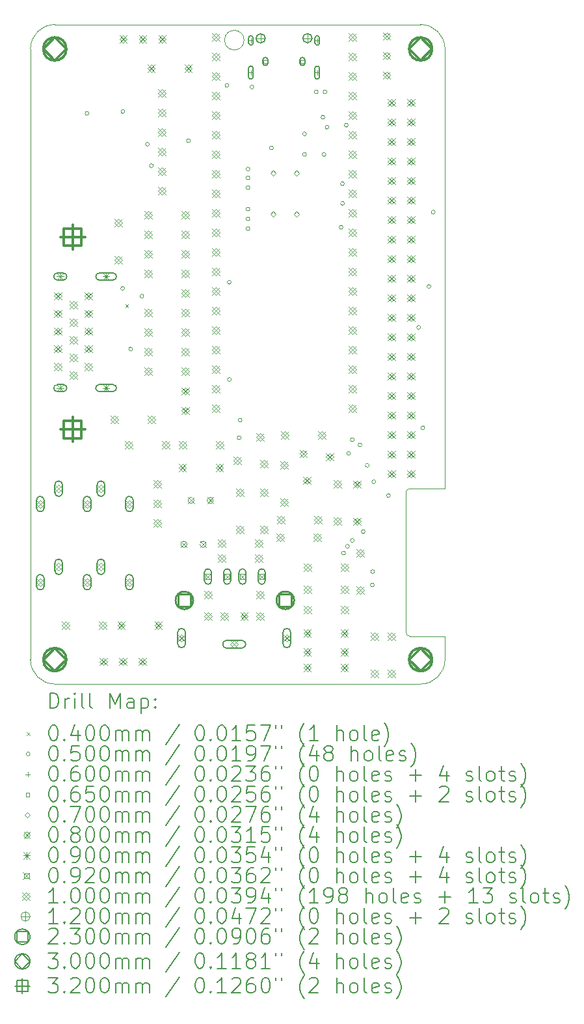
<source format=gbr>
%TF.GenerationSoftware,KiCad,Pcbnew,6.0.11-2627ca5db0~126~ubuntu20.04.1*%
%TF.CreationDate,2023-09-26T13:38:56+05:00*%
%TF.ProjectId,33NJU23,33334e4a-5532-4332-9e6b-696361645f70,rev?*%
%TF.SameCoordinates,Original*%
%TF.FileFunction,Drillmap*%
%TF.FilePolarity,Positive*%
%FSLAX45Y45*%
G04 Gerber Fmt 4.5, Leading zero omitted, Abs format (unit mm)*
G04 Created by KiCad (PCBNEW 6.0.11-2627ca5db0~126~ubuntu20.04.1) date 2023-09-26 13:38:56*
%MOMM*%
%LPD*%
G01*
G04 APERTURE LIST*
%ADD10C,0.100000*%
%ADD11C,0.050000*%
%ADD12C,0.200000*%
%ADD13C,0.040000*%
%ADD14C,0.060000*%
%ADD15C,0.065000*%
%ADD16C,0.070000*%
%ADD17C,0.080000*%
%ADD18C,0.090000*%
%ADD19C,0.092000*%
%ADD20C,0.120000*%
%ADD21C,0.230000*%
%ADD22C,0.300000*%
%ADD23C,0.320000*%
G04 APERTURE END LIST*
D10*
X3302000Y-2794000D02*
X8064500Y-2794000D01*
X2984500Y-11049000D02*
G75*
G03*
X3302000Y-11366500I317500J0D01*
G01*
X2984500Y-11049000D02*
X2984500Y-3111500D01*
X7924800Y-8826500D02*
G75*
G03*
X7874000Y-8877300I0J-50800D01*
G01*
X7874000Y-10693400D02*
G75*
G03*
X7924800Y-10744200I50800J0D01*
G01*
X8382000Y-10744200D02*
X7924800Y-10744200D01*
X7874000Y-10693400D02*
X7874000Y-8877300D01*
X8064500Y-11366500D02*
X3302000Y-11366500D01*
X3302000Y-2794000D02*
G75*
G03*
X2984500Y-3111500I0J-317500D01*
G01*
X8382000Y-3111500D02*
X8382000Y-8826500D01*
X8382000Y-10744200D02*
X8382000Y-11049000D01*
X8382000Y-3111500D02*
G75*
G03*
X8064500Y-2794000I-317500J0D01*
G01*
X7924800Y-8826500D02*
X8382000Y-8826500D01*
X8064500Y-11366500D02*
G75*
G03*
X8382000Y-11049000I0J317500D01*
G01*
D11*
X5765800Y-2997200D02*
G75*
G03*
X5765800Y-2997200I-127000J0D01*
G01*
D12*
D13*
X4220068Y-6432515D02*
X4260068Y-6472515D01*
X4260068Y-6432515D02*
X4220068Y-6472515D01*
D11*
X3746100Y-3949700D02*
G75*
G03*
X3746100Y-3949700I-25000J0D01*
G01*
X4209650Y-6223000D02*
G75*
G03*
X4209650Y-6223000I-25000J0D01*
G01*
X4212556Y-3924962D02*
G75*
G03*
X4212556Y-3924962I-25000J0D01*
G01*
X4314772Y-7011850D02*
G75*
G03*
X4314772Y-7011850I-25000J0D01*
G01*
X4459951Y-6324600D02*
G75*
G03*
X4459951Y-6324600I-25000J0D01*
G01*
X4533500Y-4349450D02*
G75*
G03*
X4533500Y-4349450I-25000J0D01*
G01*
X4585408Y-4629704D02*
G75*
G03*
X4585408Y-4629704I-25000J0D01*
G01*
X5066900Y-4305300D02*
G75*
G03*
X5066900Y-4305300I-25000J0D01*
G01*
X5567500Y-3585418D02*
G75*
G03*
X5567500Y-3585418I-25000J0D01*
G01*
X5597511Y-6144011D02*
G75*
G03*
X5597511Y-6144011I-25000J0D01*
G01*
X5600538Y-7407682D02*
G75*
G03*
X5600538Y-7407682I-25000J0D01*
G01*
X5727300Y-8166100D02*
G75*
G03*
X5727300Y-8166100I-25000J0D01*
G01*
X5740000Y-7937500D02*
G75*
G03*
X5740000Y-7937500I-25000J0D01*
G01*
X5841600Y-4673600D02*
G75*
G03*
X5841600Y-4673600I-25000J0D01*
G01*
X5841600Y-4787900D02*
G75*
G03*
X5841600Y-4787900I-25000J0D01*
G01*
X5841600Y-4914900D02*
G75*
G03*
X5841600Y-4914900I-25000J0D01*
G01*
X5841600Y-5194300D02*
G75*
G03*
X5841600Y-5194300I-25000J0D01*
G01*
X5841600Y-5321300D02*
G75*
G03*
X5841600Y-5321300I-25000J0D01*
G01*
X5841600Y-5448300D02*
G75*
G03*
X5841600Y-5448300I-25000J0D01*
G01*
X5892400Y-3606800D02*
G75*
G03*
X5892400Y-3606800I-25000J0D01*
G01*
X6146400Y-4397450D02*
G75*
G03*
X6146400Y-4397450I-25000J0D01*
G01*
X6578200Y-4216400D02*
G75*
G03*
X6578200Y-4216400I-25000J0D01*
G01*
X6578200Y-4483100D02*
G75*
G03*
X6578200Y-4483100I-25000J0D01*
G01*
X6730600Y-3670300D02*
G75*
G03*
X6730600Y-3670300I-25000J0D01*
G01*
X6817198Y-3998198D02*
G75*
G03*
X6817198Y-3998198I-25000J0D01*
G01*
X6831500Y-4483800D02*
G75*
G03*
X6831500Y-4483800I-25000J0D01*
G01*
X6844900Y-3670300D02*
G75*
G03*
X6844900Y-3670300I-25000J0D01*
G01*
X6871046Y-4128198D02*
G75*
G03*
X6871046Y-4128198I-25000J0D01*
G01*
X7054569Y-5429569D02*
G75*
G03*
X7054569Y-5429569I-25000J0D01*
G01*
X7070315Y-4861880D02*
G75*
G03*
X7070315Y-4861880I-25000J0D01*
G01*
X7072430Y-5119170D02*
G75*
G03*
X7072430Y-5119170I-25000J0D01*
G01*
X7086200Y-9664700D02*
G75*
G03*
X7086200Y-9664700I-25000J0D01*
G01*
X7120775Y-4102500D02*
G75*
G03*
X7120775Y-4102500I-25000J0D01*
G01*
X7137000Y-9575800D02*
G75*
G03*
X7137000Y-9575800I-25000J0D01*
G01*
X7151401Y-8367599D02*
G75*
G03*
X7151401Y-8367599I-25000J0D01*
G01*
X7200500Y-8191500D02*
G75*
G03*
X7200500Y-8191500I-25000J0D01*
G01*
X7200500Y-9499600D02*
G75*
G03*
X7200500Y-9499600I-25000J0D01*
G01*
X7301050Y-8258706D02*
G75*
G03*
X7301050Y-8258706I-25000J0D01*
G01*
X7342650Y-9386061D02*
G75*
G03*
X7342650Y-9386061I-25000J0D01*
G01*
X7393574Y-8524274D02*
G75*
G03*
X7393574Y-8524274I-25000J0D01*
G01*
X7460805Y-10078718D02*
G75*
G03*
X7460805Y-10078718I-25000J0D01*
G01*
X7465000Y-9904888D02*
G75*
G03*
X7465000Y-9904888I-25000J0D01*
G01*
X7478950Y-8737600D02*
G75*
G03*
X7478950Y-8737600I-25000J0D01*
G01*
X7670400Y-8916450D02*
G75*
G03*
X7670400Y-8916450I-25000J0D01*
G01*
X8064100Y-6731000D02*
G75*
G03*
X8064100Y-6731000I-25000J0D01*
G01*
X8117869Y-8036340D02*
G75*
G03*
X8117869Y-8036340I-25000J0D01*
G01*
X8197450Y-6197600D02*
G75*
G03*
X8197450Y-6197600I-25000J0D01*
G01*
X8253550Y-5232400D02*
G75*
G03*
X8253550Y-5232400I-25000J0D01*
G01*
D14*
X5854500Y-2971100D02*
X5854500Y-3031100D01*
X5824500Y-3001100D02*
X5884500Y-3001100D01*
D12*
X5824500Y-2971100D02*
X5824500Y-3031100D01*
X5884500Y-2971100D02*
X5884500Y-3031100D01*
X5824500Y-3031100D02*
G75*
G03*
X5884500Y-3031100I30000J0D01*
G01*
X5884500Y-2971100D02*
G75*
G03*
X5824500Y-2971100I-30000J0D01*
G01*
D14*
X5854500Y-3389100D02*
X5854500Y-3449100D01*
X5824500Y-3419100D02*
X5884500Y-3419100D01*
D12*
X5824500Y-3364100D02*
X5824500Y-3474100D01*
X5884500Y-3364100D02*
X5884500Y-3474100D01*
X5824500Y-3474100D02*
G75*
G03*
X5884500Y-3474100I30000J0D01*
G01*
X5884500Y-3364100D02*
G75*
G03*
X5824500Y-3364100I-30000J0D01*
G01*
D14*
X6718500Y-2971100D02*
X6718500Y-3031100D01*
X6688500Y-3001100D02*
X6748500Y-3001100D01*
D12*
X6688500Y-2971100D02*
X6688500Y-3031100D01*
X6748500Y-2971100D02*
X6748500Y-3031100D01*
X6688500Y-3031100D02*
G75*
G03*
X6748500Y-3031100I30000J0D01*
G01*
X6748500Y-2971100D02*
G75*
G03*
X6688500Y-2971100I-30000J0D01*
G01*
D14*
X6718500Y-3389100D02*
X6718500Y-3449100D01*
X6688500Y-3419100D02*
X6748500Y-3419100D01*
D12*
X6688500Y-3364100D02*
X6688500Y-3474100D01*
X6748500Y-3364100D02*
X6748500Y-3474100D01*
X6688500Y-3474100D02*
G75*
G03*
X6748500Y-3474100I30000J0D01*
G01*
X6748500Y-3364100D02*
G75*
G03*
X6688500Y-3364100I-30000J0D01*
G01*
D15*
X6064981Y-3297581D02*
X6064981Y-3251619D01*
X6019019Y-3251619D01*
X6019019Y-3297581D01*
X6064981Y-3297581D01*
D12*
X6009500Y-3254600D02*
X6009500Y-3294600D01*
X6074500Y-3254600D02*
X6074500Y-3294600D01*
X6009500Y-3294600D02*
G75*
G03*
X6074500Y-3294600I32500J0D01*
G01*
X6074500Y-3254600D02*
G75*
G03*
X6009500Y-3254600I-32500J0D01*
G01*
D15*
X6548981Y-3297581D02*
X6548981Y-3251619D01*
X6503019Y-3251619D01*
X6503019Y-3297581D01*
X6548981Y-3297581D01*
D12*
X6493500Y-3254600D02*
X6493500Y-3294600D01*
X6558500Y-3254600D02*
X6558500Y-3294600D01*
X6493500Y-3294600D02*
G75*
G03*
X6558500Y-3294600I32500J0D01*
G01*
X6558500Y-3254600D02*
G75*
G03*
X6493500Y-3254600I-32500J0D01*
G01*
D16*
X6146800Y-4759400D02*
X6181800Y-4724400D01*
X6146800Y-4689400D01*
X6111800Y-4724400D01*
X6146800Y-4759400D01*
X6146800Y-5292800D02*
X6181800Y-5257800D01*
X6146800Y-5222800D01*
X6111800Y-5257800D01*
X6146800Y-5292800D01*
X6451600Y-4759400D02*
X6486600Y-4724400D01*
X6451600Y-4689400D01*
X6416600Y-4724400D01*
X6451600Y-4759400D01*
X6451600Y-5292800D02*
X6486600Y-5257800D01*
X6451600Y-5222800D01*
X6416600Y-5257800D01*
X6451600Y-5292800D01*
D17*
X4942400Y-9510400D02*
X5022400Y-9590400D01*
X5022400Y-9510400D02*
X4942400Y-9590400D01*
X5022400Y-9550400D02*
G75*
G03*
X5022400Y-9550400I-40000J0D01*
G01*
X5035979Y-8938900D02*
X5115979Y-9018900D01*
X5115979Y-8938900D02*
X5035979Y-9018900D01*
X5115979Y-8978900D02*
G75*
G03*
X5115979Y-8978900I-40000J0D01*
G01*
X5192400Y-9510400D02*
X5272400Y-9590400D01*
X5272400Y-9510400D02*
X5192400Y-9590400D01*
X5272400Y-9550400D02*
G75*
G03*
X5272400Y-9550400I-40000J0D01*
G01*
X5285979Y-8938900D02*
X5365979Y-9018900D01*
X5365979Y-8938900D02*
X5285979Y-9018900D01*
X5365979Y-8978900D02*
G75*
G03*
X5365979Y-8978900I-40000J0D01*
G01*
D18*
X3328500Y-6024500D02*
X3418500Y-6114500D01*
X3418500Y-6024500D02*
X3328500Y-6114500D01*
X3373500Y-6024500D02*
X3373500Y-6114500D01*
X3328500Y-6069500D02*
X3418500Y-6069500D01*
D12*
X3413500Y-6024500D02*
X3333500Y-6024500D01*
X3413500Y-6114500D02*
X3333500Y-6114500D01*
X3333500Y-6024500D02*
G75*
G03*
X3333500Y-6114500I0J-45000D01*
G01*
X3413500Y-6114500D02*
G75*
G03*
X3413500Y-6024500I0J45000D01*
G01*
D18*
X3328500Y-7474500D02*
X3418500Y-7564500D01*
X3418500Y-7474500D02*
X3328500Y-7564500D01*
X3373500Y-7474500D02*
X3373500Y-7564500D01*
X3328500Y-7519500D02*
X3418500Y-7519500D01*
D12*
X3413500Y-7474500D02*
X3333500Y-7474500D01*
X3413500Y-7564500D02*
X3333500Y-7564500D01*
X3333500Y-7474500D02*
G75*
G03*
X3333500Y-7564500I0J-45000D01*
G01*
X3413500Y-7564500D02*
G75*
G03*
X3413500Y-7474500I0J45000D01*
G01*
D18*
X3924500Y-6024500D02*
X4014500Y-6114500D01*
X4014500Y-6024500D02*
X3924500Y-6114500D01*
X3969500Y-6024500D02*
X3969500Y-6114500D01*
X3924500Y-6069500D02*
X4014500Y-6069500D01*
D12*
X4059500Y-6024500D02*
X3879500Y-6024500D01*
X4059500Y-6114500D02*
X3879500Y-6114500D01*
X3879500Y-6024500D02*
G75*
G03*
X3879500Y-6114500I0J-45000D01*
G01*
X4059500Y-6114500D02*
G75*
G03*
X4059500Y-6024500I0J45000D01*
G01*
D18*
X3924500Y-7474500D02*
X4014500Y-7564500D01*
X4014500Y-7474500D02*
X3924500Y-7564500D01*
X3969500Y-7474500D02*
X3969500Y-7564500D01*
X3924500Y-7519500D02*
X4014500Y-7519500D01*
D12*
X4059500Y-7474500D02*
X3879500Y-7474500D01*
X4059500Y-7564500D02*
X3879500Y-7564500D01*
X3879500Y-7474500D02*
G75*
G03*
X3879500Y-7564500I0J-45000D01*
G01*
X4059500Y-7564500D02*
G75*
G03*
X4059500Y-7474500I0J45000D01*
G01*
D19*
X5249900Y-9923500D02*
X5341900Y-10015500D01*
X5341900Y-9923500D02*
X5249900Y-10015500D01*
X5328427Y-10002027D02*
X5328427Y-9936973D01*
X5263373Y-9936973D01*
X5263373Y-10002027D01*
X5328427Y-10002027D01*
D12*
X5249900Y-9915500D02*
X5249900Y-10023500D01*
X5341900Y-9915500D02*
X5341900Y-10023500D01*
X5249900Y-10023500D02*
G75*
G03*
X5341900Y-10023500I46000J0D01*
G01*
X5341900Y-9915500D02*
G75*
G03*
X5249900Y-9915500I-46000J0D01*
G01*
D19*
X5499900Y-9923500D02*
X5591900Y-10015500D01*
X5591900Y-9923500D02*
X5499900Y-10015500D01*
X5578427Y-10002027D02*
X5578427Y-9936973D01*
X5513373Y-9936973D01*
X5513373Y-10002027D01*
X5578427Y-10002027D01*
D12*
X5499900Y-9915500D02*
X5499900Y-10023500D01*
X5591900Y-9915500D02*
X5591900Y-10023500D01*
X5499900Y-10023500D02*
G75*
G03*
X5591900Y-10023500I46000J0D01*
G01*
X5591900Y-9915500D02*
G75*
G03*
X5499900Y-9915500I-46000J0D01*
G01*
D19*
X5699900Y-9923500D02*
X5791900Y-10015500D01*
X5791900Y-9923500D02*
X5699900Y-10015500D01*
X5778427Y-10002027D02*
X5778427Y-9936973D01*
X5713373Y-9936973D01*
X5713373Y-10002027D01*
X5778427Y-10002027D01*
D12*
X5699900Y-9915500D02*
X5699900Y-10023500D01*
X5791900Y-9915500D02*
X5791900Y-10023500D01*
X5699900Y-10023500D02*
G75*
G03*
X5791900Y-10023500I46000J0D01*
G01*
X5791900Y-9915500D02*
G75*
G03*
X5699900Y-9915500I-46000J0D01*
G01*
D19*
X5949900Y-9923500D02*
X6041900Y-10015500D01*
X6041900Y-9923500D02*
X5949900Y-10015500D01*
X6028427Y-10002027D02*
X6028427Y-9936973D01*
X5963373Y-9936973D01*
X5963373Y-10002027D01*
X6028427Y-10002027D01*
D12*
X5949900Y-9915500D02*
X5949900Y-10023500D01*
X6041900Y-9915500D02*
X6041900Y-10023500D01*
X5949900Y-10023500D02*
G75*
G03*
X6041900Y-10023500I46000J0D01*
G01*
X6041900Y-9915500D02*
G75*
G03*
X5949900Y-9915500I-46000J0D01*
G01*
D10*
X3062500Y-8977000D02*
X3162500Y-9077000D01*
X3162500Y-8977000D02*
X3062500Y-9077000D01*
X3112500Y-9077000D02*
X3162500Y-9027000D01*
X3112500Y-8977000D01*
X3062500Y-9027000D01*
X3112500Y-9077000D01*
D12*
X3162500Y-9077000D02*
X3162500Y-8977000D01*
X3062500Y-9077000D02*
X3062500Y-8977000D01*
X3162500Y-8977000D02*
G75*
G03*
X3062500Y-8977000I-50000J0D01*
G01*
X3062500Y-9077000D02*
G75*
G03*
X3162500Y-9077000I50000J0D01*
G01*
D10*
X3062500Y-9993000D02*
X3162500Y-10093000D01*
X3162500Y-9993000D02*
X3062500Y-10093000D01*
X3112500Y-10093000D02*
X3162500Y-10043000D01*
X3112500Y-9993000D01*
X3062500Y-10043000D01*
X3112500Y-10093000D01*
D12*
X3162500Y-10093000D02*
X3162500Y-9993000D01*
X3062500Y-10093000D02*
X3062500Y-9993000D01*
X3162500Y-9993000D02*
G75*
G03*
X3062500Y-9993000I-50000J0D01*
G01*
X3062500Y-10093000D02*
G75*
G03*
X3162500Y-10093000I50000J0D01*
G01*
D10*
X3294033Y-6273000D02*
X3394033Y-6373000D01*
X3394033Y-6273000D02*
X3294033Y-6373000D01*
X3344033Y-6373000D02*
X3394033Y-6323000D01*
X3344033Y-6273000D01*
X3294033Y-6323000D01*
X3344033Y-6373000D01*
X3294033Y-6502000D02*
X3394033Y-6602000D01*
X3394033Y-6502000D02*
X3294033Y-6602000D01*
X3344033Y-6602000D02*
X3394033Y-6552000D01*
X3344033Y-6502000D01*
X3294033Y-6552000D01*
X3344033Y-6602000D01*
X3294033Y-6731000D02*
X3394033Y-6831000D01*
X3394033Y-6731000D02*
X3294033Y-6831000D01*
X3344033Y-6831000D02*
X3394033Y-6781000D01*
X3344033Y-6731000D01*
X3294033Y-6781000D01*
X3344033Y-6831000D01*
X3294033Y-6960000D02*
X3394033Y-7060000D01*
X3394033Y-6960000D02*
X3294033Y-7060000D01*
X3344033Y-7060000D02*
X3394033Y-7010000D01*
X3344033Y-6960000D01*
X3294033Y-7010000D01*
X3344033Y-7060000D01*
X3294033Y-7189000D02*
X3394033Y-7289000D01*
X3394033Y-7189000D02*
X3294033Y-7289000D01*
X3344033Y-7289000D02*
X3394033Y-7239000D01*
X3344033Y-7189000D01*
X3294033Y-7239000D01*
X3344033Y-7289000D01*
X3302500Y-8777000D02*
X3402500Y-8877000D01*
X3402500Y-8777000D02*
X3302500Y-8877000D01*
X3352500Y-8877000D02*
X3402500Y-8827000D01*
X3352500Y-8777000D01*
X3302500Y-8827000D01*
X3352500Y-8877000D01*
D12*
X3402500Y-8877000D02*
X3402500Y-8777000D01*
X3302500Y-8877000D02*
X3302500Y-8777000D01*
X3402500Y-8777000D02*
G75*
G03*
X3302500Y-8777000I-50000J0D01*
G01*
X3302500Y-8877000D02*
G75*
G03*
X3402500Y-8877000I50000J0D01*
G01*
D10*
X3302500Y-9793000D02*
X3402500Y-9893000D01*
X3402500Y-9793000D02*
X3302500Y-9893000D01*
X3352500Y-9893000D02*
X3402500Y-9843000D01*
X3352500Y-9793000D01*
X3302500Y-9843000D01*
X3352500Y-9893000D01*
D12*
X3402500Y-9893000D02*
X3402500Y-9793000D01*
X3302500Y-9893000D02*
X3302500Y-9793000D01*
X3402500Y-9793000D02*
G75*
G03*
X3302500Y-9793000I-50000J0D01*
G01*
X3302500Y-9893000D02*
G75*
G03*
X3402500Y-9893000I50000J0D01*
G01*
D10*
X3391700Y-10554500D02*
X3491700Y-10654500D01*
X3491700Y-10554500D02*
X3391700Y-10654500D01*
X3441700Y-10654500D02*
X3491700Y-10604500D01*
X3441700Y-10554500D01*
X3391700Y-10604500D01*
X3441700Y-10654500D01*
X3492033Y-6387500D02*
X3592033Y-6487500D01*
X3592033Y-6387500D02*
X3492033Y-6487500D01*
X3542033Y-6487500D02*
X3592033Y-6437500D01*
X3542033Y-6387500D01*
X3492033Y-6437500D01*
X3542033Y-6487500D01*
X3492033Y-6616500D02*
X3592033Y-6716500D01*
X3592033Y-6616500D02*
X3492033Y-6716500D01*
X3542033Y-6716500D02*
X3592033Y-6666500D01*
X3542033Y-6616500D01*
X3492033Y-6666500D01*
X3542033Y-6716500D01*
X3492033Y-6845500D02*
X3592033Y-6945500D01*
X3592033Y-6845500D02*
X3492033Y-6945500D01*
X3542033Y-6945500D02*
X3592033Y-6895500D01*
X3542033Y-6845500D01*
X3492033Y-6895500D01*
X3542033Y-6945500D01*
X3492033Y-7074500D02*
X3592033Y-7174500D01*
X3592033Y-7074500D02*
X3492033Y-7174500D01*
X3542033Y-7174500D02*
X3592033Y-7124500D01*
X3542033Y-7074500D01*
X3492033Y-7124500D01*
X3542033Y-7174500D01*
X3492033Y-7303500D02*
X3592033Y-7403500D01*
X3592033Y-7303500D02*
X3492033Y-7403500D01*
X3542033Y-7403500D02*
X3592033Y-7353500D01*
X3542033Y-7303500D01*
X3492033Y-7353500D01*
X3542033Y-7403500D01*
X3672500Y-8977000D02*
X3772500Y-9077000D01*
X3772500Y-8977000D02*
X3672500Y-9077000D01*
X3722500Y-9077000D02*
X3772500Y-9027000D01*
X3722500Y-8977000D01*
X3672500Y-9027000D01*
X3722500Y-9077000D01*
D12*
X3772500Y-9077000D02*
X3772500Y-8977000D01*
X3672500Y-9077000D02*
X3672500Y-8977000D01*
X3772500Y-8977000D02*
G75*
G03*
X3672500Y-8977000I-50000J0D01*
G01*
X3672500Y-9077000D02*
G75*
G03*
X3772500Y-9077000I50000J0D01*
G01*
D10*
X3672500Y-9993000D02*
X3772500Y-10093000D01*
X3772500Y-9993000D02*
X3672500Y-10093000D01*
X3722500Y-10093000D02*
X3772500Y-10043000D01*
X3722500Y-9993000D01*
X3672500Y-10043000D01*
X3722500Y-10093000D01*
D12*
X3772500Y-10093000D02*
X3772500Y-9993000D01*
X3672500Y-10093000D02*
X3672500Y-9993000D01*
X3772500Y-9993000D02*
G75*
G03*
X3672500Y-9993000I-50000J0D01*
G01*
X3672500Y-10093000D02*
G75*
G03*
X3772500Y-10093000I50000J0D01*
G01*
D10*
X3690033Y-6273000D02*
X3790033Y-6373000D01*
X3790033Y-6273000D02*
X3690033Y-6373000D01*
X3740033Y-6373000D02*
X3790033Y-6323000D01*
X3740033Y-6273000D01*
X3690033Y-6323000D01*
X3740033Y-6373000D01*
X3690033Y-6502000D02*
X3790033Y-6602000D01*
X3790033Y-6502000D02*
X3690033Y-6602000D01*
X3740033Y-6602000D02*
X3790033Y-6552000D01*
X3740033Y-6502000D01*
X3690033Y-6552000D01*
X3740033Y-6602000D01*
X3690033Y-6731000D02*
X3790033Y-6831000D01*
X3790033Y-6731000D02*
X3690033Y-6831000D01*
X3740033Y-6831000D02*
X3790033Y-6781000D01*
X3740033Y-6731000D01*
X3690033Y-6781000D01*
X3740033Y-6831000D01*
X3690033Y-6960000D02*
X3790033Y-7060000D01*
X3790033Y-6960000D02*
X3690033Y-7060000D01*
X3740033Y-7060000D02*
X3790033Y-7010000D01*
X3740033Y-6960000D01*
X3690033Y-7010000D01*
X3740033Y-7060000D01*
X3690033Y-7189000D02*
X3790033Y-7289000D01*
X3790033Y-7189000D02*
X3690033Y-7289000D01*
X3740033Y-7289000D02*
X3790033Y-7239000D01*
X3740033Y-7189000D01*
X3690033Y-7239000D01*
X3740033Y-7289000D01*
X3852500Y-8777000D02*
X3952500Y-8877000D01*
X3952500Y-8777000D02*
X3852500Y-8877000D01*
X3902500Y-8877000D02*
X3952500Y-8827000D01*
X3902500Y-8777000D01*
X3852500Y-8827000D01*
X3902500Y-8877000D01*
D12*
X3952500Y-8877000D02*
X3952500Y-8777000D01*
X3852500Y-8877000D02*
X3852500Y-8777000D01*
X3952500Y-8777000D02*
G75*
G03*
X3852500Y-8777000I-50000J0D01*
G01*
X3852500Y-8877000D02*
G75*
G03*
X3952500Y-8877000I50000J0D01*
G01*
D10*
X3852500Y-9793000D02*
X3952500Y-9893000D01*
X3952500Y-9793000D02*
X3852500Y-9893000D01*
X3902500Y-9893000D02*
X3952500Y-9843000D01*
X3902500Y-9793000D01*
X3852500Y-9843000D01*
X3902500Y-9893000D01*
D12*
X3952500Y-9893000D02*
X3952500Y-9793000D01*
X3852500Y-9893000D02*
X3852500Y-9793000D01*
X3952500Y-9793000D02*
G75*
G03*
X3852500Y-9793000I-50000J0D01*
G01*
X3852500Y-9893000D02*
G75*
G03*
X3952500Y-9893000I50000J0D01*
G01*
D10*
X3874300Y-10554500D02*
X3974300Y-10654500D01*
X3974300Y-10554500D02*
X3874300Y-10654500D01*
X3924300Y-10654500D02*
X3974300Y-10604500D01*
X3924300Y-10554500D01*
X3874300Y-10604500D01*
X3924300Y-10654500D01*
X3885407Y-11023889D02*
X3985407Y-11123889D01*
X3985407Y-11023889D02*
X3885407Y-11123889D01*
X3935407Y-11123889D02*
X3985407Y-11073889D01*
X3935407Y-11023889D01*
X3885407Y-11073889D01*
X3935407Y-11123889D01*
X4026203Y-7875862D02*
X4126203Y-7975862D01*
X4126203Y-7875862D02*
X4026203Y-7975862D01*
X4076203Y-7975862D02*
X4126203Y-7925862D01*
X4076203Y-7875862D01*
X4026203Y-7925862D01*
X4076203Y-7975862D01*
X4077500Y-5323292D02*
X4177500Y-5423292D01*
X4177500Y-5323292D02*
X4077500Y-5423292D01*
X4127500Y-5423292D02*
X4177500Y-5373292D01*
X4127500Y-5323292D01*
X4077500Y-5373292D01*
X4127500Y-5423292D01*
X4077500Y-5805892D02*
X4177500Y-5905892D01*
X4177500Y-5805892D02*
X4077500Y-5905892D01*
X4127500Y-5905892D02*
X4177500Y-5855892D01*
X4127500Y-5805892D01*
X4077500Y-5855892D01*
X4127500Y-5905892D01*
X4117200Y-10554500D02*
X4217200Y-10654500D01*
X4217200Y-10554500D02*
X4117200Y-10654500D01*
X4167200Y-10654500D02*
X4217200Y-10604500D01*
X4167200Y-10554500D01*
X4117200Y-10604500D01*
X4167200Y-10654500D01*
X4139407Y-11023889D02*
X4239407Y-11123889D01*
X4239407Y-11023889D02*
X4139407Y-11123889D01*
X4189407Y-11123889D02*
X4239407Y-11073889D01*
X4189407Y-11023889D01*
X4139407Y-11073889D01*
X4189407Y-11123889D01*
X4142500Y-2934500D02*
X4242500Y-3034500D01*
X4242500Y-2934500D02*
X4142500Y-3034500D01*
X4192500Y-3034500D02*
X4242500Y-2984500D01*
X4192500Y-2934500D01*
X4142500Y-2984500D01*
X4192500Y-3034500D01*
X4214668Y-8205000D02*
X4314668Y-8305000D01*
X4314668Y-8205000D02*
X4214668Y-8305000D01*
X4264668Y-8305000D02*
X4314668Y-8255000D01*
X4264668Y-8205000D01*
X4214668Y-8255000D01*
X4264668Y-8305000D01*
X4222500Y-8977000D02*
X4322500Y-9077000D01*
X4322500Y-8977000D02*
X4222500Y-9077000D01*
X4272500Y-9077000D02*
X4322500Y-9027000D01*
X4272500Y-8977000D01*
X4222500Y-9027000D01*
X4272500Y-9077000D01*
D12*
X4322500Y-9077000D02*
X4322500Y-8977000D01*
X4222500Y-9077000D02*
X4222500Y-8977000D01*
X4322500Y-8977000D02*
G75*
G03*
X4222500Y-8977000I-50000J0D01*
G01*
X4222500Y-9077000D02*
G75*
G03*
X4322500Y-9077000I50000J0D01*
G01*
D10*
X4222500Y-9993000D02*
X4322500Y-10093000D01*
X4322500Y-9993000D02*
X4222500Y-10093000D01*
X4272500Y-10093000D02*
X4322500Y-10043000D01*
X4272500Y-9993000D01*
X4222500Y-10043000D01*
X4272500Y-10093000D01*
D12*
X4322500Y-10093000D02*
X4322500Y-9993000D01*
X4222500Y-10093000D02*
X4222500Y-9993000D01*
X4322500Y-9993000D02*
G75*
G03*
X4222500Y-9993000I-50000J0D01*
G01*
X4222500Y-10093000D02*
G75*
G03*
X4322500Y-10093000I50000J0D01*
G01*
D10*
X4393407Y-11023889D02*
X4493407Y-11123889D01*
X4493407Y-11023889D02*
X4393407Y-11123889D01*
X4443407Y-11123889D02*
X4493407Y-11073889D01*
X4443407Y-11023889D01*
X4393407Y-11073889D01*
X4443407Y-11123889D01*
X4396500Y-2934500D02*
X4496500Y-3034500D01*
X4496500Y-2934500D02*
X4396500Y-3034500D01*
X4446500Y-3034500D02*
X4496500Y-2984500D01*
X4446500Y-2934500D01*
X4396500Y-2984500D01*
X4446500Y-3034500D01*
X4471200Y-5220500D02*
X4571200Y-5320500D01*
X4571200Y-5220500D02*
X4471200Y-5320500D01*
X4521200Y-5320500D02*
X4571200Y-5270500D01*
X4521200Y-5220500D01*
X4471200Y-5270500D01*
X4521200Y-5320500D01*
X4471200Y-5474500D02*
X4571200Y-5574500D01*
X4571200Y-5474500D02*
X4471200Y-5574500D01*
X4521200Y-5574500D02*
X4571200Y-5524500D01*
X4521200Y-5474500D01*
X4471200Y-5524500D01*
X4521200Y-5574500D01*
X4471200Y-5728500D02*
X4571200Y-5828500D01*
X4571200Y-5728500D02*
X4471200Y-5828500D01*
X4521200Y-5828500D02*
X4571200Y-5778500D01*
X4521200Y-5728500D01*
X4471200Y-5778500D01*
X4521200Y-5828500D01*
X4471200Y-5982500D02*
X4571200Y-6082500D01*
X4571200Y-5982500D02*
X4471200Y-6082500D01*
X4521200Y-6082500D02*
X4571200Y-6032500D01*
X4521200Y-5982500D01*
X4471200Y-6032500D01*
X4521200Y-6082500D01*
X4471200Y-6490500D02*
X4571200Y-6590500D01*
X4571200Y-6490500D02*
X4471200Y-6590500D01*
X4521200Y-6590500D02*
X4571200Y-6540500D01*
X4521200Y-6490500D01*
X4471200Y-6540500D01*
X4521200Y-6590500D01*
X4471200Y-6744500D02*
X4571200Y-6844500D01*
X4571200Y-6744500D02*
X4471200Y-6844500D01*
X4521200Y-6844500D02*
X4571200Y-6794500D01*
X4521200Y-6744500D01*
X4471200Y-6794500D01*
X4521200Y-6844500D01*
X4471200Y-6998500D02*
X4571200Y-7098500D01*
X4571200Y-6998500D02*
X4471200Y-7098500D01*
X4521200Y-7098500D02*
X4571200Y-7048500D01*
X4521200Y-6998500D01*
X4471200Y-7048500D01*
X4521200Y-7098500D01*
X4471200Y-7252500D02*
X4571200Y-7352500D01*
X4571200Y-7252500D02*
X4471200Y-7352500D01*
X4521200Y-7352500D02*
X4571200Y-7302500D01*
X4521200Y-7252500D01*
X4471200Y-7302500D01*
X4521200Y-7352500D01*
X4507700Y-3315500D02*
X4607700Y-3415500D01*
X4607700Y-3315500D02*
X4507700Y-3415500D01*
X4557700Y-3415500D02*
X4607700Y-3365500D01*
X4557700Y-3315500D01*
X4507700Y-3365500D01*
X4557700Y-3415500D01*
X4508803Y-7875862D02*
X4608803Y-7975862D01*
X4608803Y-7875862D02*
X4508803Y-7975862D01*
X4558803Y-7975862D02*
X4608803Y-7925862D01*
X4558803Y-7875862D01*
X4508803Y-7925862D01*
X4558803Y-7975862D01*
X4585500Y-8714500D02*
X4685500Y-8814500D01*
X4685500Y-8714500D02*
X4585500Y-8814500D01*
X4635500Y-8814500D02*
X4685500Y-8764500D01*
X4635500Y-8714500D01*
X4585500Y-8764500D01*
X4635500Y-8814500D01*
X4585500Y-8968500D02*
X4685500Y-9068500D01*
X4685500Y-8968500D02*
X4585500Y-9068500D01*
X4635500Y-9068500D02*
X4685500Y-9018500D01*
X4635500Y-8968500D01*
X4585500Y-9018500D01*
X4635500Y-9068500D01*
X4585500Y-9222500D02*
X4685500Y-9322500D01*
X4685500Y-9222500D02*
X4585500Y-9322500D01*
X4635500Y-9322500D02*
X4685500Y-9272500D01*
X4635500Y-9222500D01*
X4585500Y-9272500D01*
X4635500Y-9322500D01*
X4599800Y-10554500D02*
X4699800Y-10654500D01*
X4699800Y-10554500D02*
X4599800Y-10654500D01*
X4649800Y-10654500D02*
X4699800Y-10604500D01*
X4649800Y-10554500D01*
X4599800Y-10604500D01*
X4649800Y-10654500D01*
X4649000Y-3633000D02*
X4749000Y-3733000D01*
X4749000Y-3633000D02*
X4649000Y-3733000D01*
X4699000Y-3733000D02*
X4749000Y-3683000D01*
X4699000Y-3633000D01*
X4649000Y-3683000D01*
X4699000Y-3733000D01*
X4649000Y-3887000D02*
X4749000Y-3987000D01*
X4749000Y-3887000D02*
X4649000Y-3987000D01*
X4699000Y-3987000D02*
X4749000Y-3937000D01*
X4699000Y-3887000D01*
X4649000Y-3937000D01*
X4699000Y-3987000D01*
X4649000Y-4141000D02*
X4749000Y-4241000D01*
X4749000Y-4141000D02*
X4649000Y-4241000D01*
X4699000Y-4241000D02*
X4749000Y-4191000D01*
X4699000Y-4141000D01*
X4649000Y-4191000D01*
X4699000Y-4241000D01*
X4649000Y-4395000D02*
X4749000Y-4495000D01*
X4749000Y-4395000D02*
X4649000Y-4495000D01*
X4699000Y-4495000D02*
X4749000Y-4445000D01*
X4699000Y-4395000D01*
X4649000Y-4445000D01*
X4699000Y-4495000D01*
X4649000Y-4649000D02*
X4749000Y-4749000D01*
X4749000Y-4649000D02*
X4649000Y-4749000D01*
X4699000Y-4749000D02*
X4749000Y-4699000D01*
X4699000Y-4649000D01*
X4649000Y-4699000D01*
X4699000Y-4749000D01*
X4649000Y-4903000D02*
X4749000Y-5003000D01*
X4749000Y-4903000D02*
X4649000Y-5003000D01*
X4699000Y-5003000D02*
X4749000Y-4953000D01*
X4699000Y-4903000D01*
X4649000Y-4953000D01*
X4699000Y-5003000D01*
X4650500Y-2934500D02*
X4750500Y-3034500D01*
X4750500Y-2934500D02*
X4650500Y-3034500D01*
X4700500Y-3034500D02*
X4750500Y-2984500D01*
X4700500Y-2934500D01*
X4650500Y-2984500D01*
X4700500Y-3034500D01*
X4697268Y-8205000D02*
X4797268Y-8305000D01*
X4797268Y-8205000D02*
X4697268Y-8305000D01*
X4747268Y-8305000D02*
X4797268Y-8255000D01*
X4747268Y-8205000D01*
X4697268Y-8255000D01*
X4747268Y-8305000D01*
X4902345Y-10718910D02*
X5002345Y-10818910D01*
X5002345Y-10718910D02*
X4902345Y-10818910D01*
X4952345Y-10818910D02*
X5002345Y-10768910D01*
X4952345Y-10718910D01*
X4902345Y-10768910D01*
X4952345Y-10818910D01*
D12*
X4902345Y-10693910D02*
X4902345Y-10843910D01*
X5002345Y-10693910D02*
X5002345Y-10843910D01*
X4902345Y-10843910D02*
G75*
G03*
X5002345Y-10843910I50000J0D01*
G01*
X5002345Y-10693910D02*
G75*
G03*
X4902345Y-10693910I-50000J0D01*
G01*
D10*
X4913700Y-8502450D02*
X5013700Y-8602450D01*
X5013700Y-8502450D02*
X4913700Y-8602450D01*
X4963700Y-8602450D02*
X5013700Y-8552450D01*
X4963700Y-8502450D01*
X4913700Y-8552450D01*
X4963700Y-8602450D01*
X4915700Y-8205000D02*
X5015700Y-8305000D01*
X5015700Y-8205000D02*
X4915700Y-8305000D01*
X4965700Y-8305000D02*
X5015700Y-8255000D01*
X4965700Y-8205000D01*
X4915700Y-8255000D01*
X4965700Y-8305000D01*
X4953342Y-7509083D02*
X5053342Y-7609083D01*
X5053342Y-7509083D02*
X4953342Y-7609083D01*
X5003342Y-7609083D02*
X5053342Y-7559083D01*
X5003342Y-7509083D01*
X4953342Y-7559083D01*
X5003342Y-7609083D01*
X4953342Y-7763083D02*
X5053342Y-7863083D01*
X5053342Y-7763083D02*
X4953342Y-7863083D01*
X5003342Y-7863083D02*
X5053342Y-7813083D01*
X5003342Y-7763083D01*
X4953342Y-7813083D01*
X5003342Y-7863083D01*
X4953800Y-5220500D02*
X5053800Y-5320500D01*
X5053800Y-5220500D02*
X4953800Y-5320500D01*
X5003800Y-5320500D02*
X5053800Y-5270500D01*
X5003800Y-5220500D01*
X4953800Y-5270500D01*
X5003800Y-5320500D01*
X4953800Y-5474500D02*
X5053800Y-5574500D01*
X5053800Y-5474500D02*
X4953800Y-5574500D01*
X5003800Y-5574500D02*
X5053800Y-5524500D01*
X5003800Y-5474500D01*
X4953800Y-5524500D01*
X5003800Y-5574500D01*
X4953800Y-5728500D02*
X5053800Y-5828500D01*
X5053800Y-5728500D02*
X4953800Y-5828500D01*
X5003800Y-5828500D02*
X5053800Y-5778500D01*
X5003800Y-5728500D01*
X4953800Y-5778500D01*
X5003800Y-5828500D01*
X4953800Y-5982500D02*
X5053800Y-6082500D01*
X5053800Y-5982500D02*
X4953800Y-6082500D01*
X5003800Y-6082500D02*
X5053800Y-6032500D01*
X5003800Y-5982500D01*
X4953800Y-6032500D01*
X5003800Y-6082500D01*
X4953800Y-6490500D02*
X5053800Y-6590500D01*
X5053800Y-6490500D02*
X4953800Y-6590500D01*
X5003800Y-6590500D02*
X5053800Y-6540500D01*
X5003800Y-6490500D01*
X4953800Y-6540500D01*
X5003800Y-6590500D01*
X4953800Y-6744500D02*
X5053800Y-6844500D01*
X5053800Y-6744500D02*
X4953800Y-6844500D01*
X5003800Y-6844500D02*
X5053800Y-6794500D01*
X5003800Y-6744500D01*
X4953800Y-6794500D01*
X5003800Y-6844500D01*
X4953800Y-6998500D02*
X5053800Y-7098500D01*
X5053800Y-6998500D02*
X4953800Y-7098500D01*
X5003800Y-7098500D02*
X5053800Y-7048500D01*
X5003800Y-6998500D01*
X4953800Y-7048500D01*
X5003800Y-7098500D01*
X4953800Y-7252500D02*
X5053800Y-7352500D01*
X5053800Y-7252500D02*
X4953800Y-7352500D01*
X5003800Y-7352500D02*
X5053800Y-7302500D01*
X5003800Y-7252500D01*
X4953800Y-7302500D01*
X5003800Y-7352500D01*
X4954392Y-6237403D02*
X5054392Y-6337403D01*
X5054392Y-6237403D02*
X4954392Y-6337403D01*
X5004392Y-6337403D02*
X5054392Y-6287403D01*
X5004392Y-6237403D01*
X4954392Y-6287403D01*
X5004392Y-6337403D01*
X4990300Y-3315500D02*
X5090300Y-3415500D01*
X5090300Y-3315500D02*
X4990300Y-3415500D01*
X5040300Y-3415500D02*
X5090300Y-3365500D01*
X5040300Y-3315500D01*
X4990300Y-3365500D01*
X5040300Y-3415500D01*
X5247345Y-10153910D02*
X5347345Y-10253910D01*
X5347345Y-10153910D02*
X5247345Y-10253910D01*
X5297345Y-10253910D02*
X5347345Y-10203910D01*
X5297345Y-10153910D01*
X5247345Y-10203910D01*
X5297345Y-10253910D01*
X5247345Y-10433910D02*
X5347345Y-10533910D01*
X5347345Y-10433910D02*
X5247345Y-10533910D01*
X5297345Y-10533910D02*
X5347345Y-10483910D01*
X5297345Y-10433910D01*
X5247345Y-10483910D01*
X5297345Y-10533910D01*
X5347500Y-2909500D02*
X5447500Y-3009500D01*
X5447500Y-2909500D02*
X5347500Y-3009500D01*
X5397500Y-3009500D02*
X5447500Y-2959500D01*
X5397500Y-2909500D01*
X5347500Y-2959500D01*
X5397500Y-3009500D01*
X5347500Y-3163500D02*
X5447500Y-3263500D01*
X5447500Y-3163500D02*
X5347500Y-3263500D01*
X5397500Y-3263500D02*
X5447500Y-3213500D01*
X5397500Y-3163500D01*
X5347500Y-3213500D01*
X5397500Y-3263500D01*
X5347500Y-3417500D02*
X5447500Y-3517500D01*
X5447500Y-3417500D02*
X5347500Y-3517500D01*
X5397500Y-3517500D02*
X5447500Y-3467500D01*
X5397500Y-3417500D01*
X5347500Y-3467500D01*
X5397500Y-3517500D01*
X5347500Y-3671500D02*
X5447500Y-3771500D01*
X5447500Y-3671500D02*
X5347500Y-3771500D01*
X5397500Y-3771500D02*
X5447500Y-3721500D01*
X5397500Y-3671500D01*
X5347500Y-3721500D01*
X5397500Y-3771500D01*
X5347500Y-3925500D02*
X5447500Y-4025500D01*
X5447500Y-3925500D02*
X5347500Y-4025500D01*
X5397500Y-4025500D02*
X5447500Y-3975500D01*
X5397500Y-3925500D01*
X5347500Y-3975500D01*
X5397500Y-4025500D01*
X5347500Y-4179500D02*
X5447500Y-4279500D01*
X5447500Y-4179500D02*
X5347500Y-4279500D01*
X5397500Y-4279500D02*
X5447500Y-4229500D01*
X5397500Y-4179500D01*
X5347500Y-4229500D01*
X5397500Y-4279500D01*
X5347500Y-4433500D02*
X5447500Y-4533500D01*
X5447500Y-4433500D02*
X5347500Y-4533500D01*
X5397500Y-4533500D02*
X5447500Y-4483500D01*
X5397500Y-4433500D01*
X5347500Y-4483500D01*
X5397500Y-4533500D01*
X5347500Y-4687500D02*
X5447500Y-4787500D01*
X5447500Y-4687500D02*
X5347500Y-4787500D01*
X5397500Y-4787500D02*
X5447500Y-4737500D01*
X5397500Y-4687500D01*
X5347500Y-4737500D01*
X5397500Y-4787500D01*
X5347500Y-4941500D02*
X5447500Y-5041500D01*
X5447500Y-4941500D02*
X5347500Y-5041500D01*
X5397500Y-5041500D02*
X5447500Y-4991500D01*
X5397500Y-4941500D01*
X5347500Y-4991500D01*
X5397500Y-5041500D01*
X5347500Y-5195500D02*
X5447500Y-5295500D01*
X5447500Y-5195500D02*
X5347500Y-5295500D01*
X5397500Y-5295500D02*
X5447500Y-5245500D01*
X5397500Y-5195500D01*
X5347500Y-5245500D01*
X5397500Y-5295500D01*
X5347500Y-5449500D02*
X5447500Y-5549500D01*
X5447500Y-5449500D02*
X5347500Y-5549500D01*
X5397500Y-5549500D02*
X5447500Y-5499500D01*
X5397500Y-5449500D01*
X5347500Y-5499500D01*
X5397500Y-5549500D01*
X5347500Y-5703500D02*
X5447500Y-5803500D01*
X5447500Y-5703500D02*
X5347500Y-5803500D01*
X5397500Y-5803500D02*
X5447500Y-5753500D01*
X5397500Y-5703500D01*
X5347500Y-5753500D01*
X5397500Y-5803500D01*
X5347500Y-5957500D02*
X5447500Y-6057500D01*
X5447500Y-5957500D02*
X5347500Y-6057500D01*
X5397500Y-6057500D02*
X5447500Y-6007500D01*
X5397500Y-5957500D01*
X5347500Y-6007500D01*
X5397500Y-6057500D01*
X5347500Y-6211500D02*
X5447500Y-6311500D01*
X5447500Y-6211500D02*
X5347500Y-6311500D01*
X5397500Y-6311500D02*
X5447500Y-6261500D01*
X5397500Y-6211500D01*
X5347500Y-6261500D01*
X5397500Y-6311500D01*
X5347500Y-6465500D02*
X5447500Y-6565500D01*
X5447500Y-6465500D02*
X5347500Y-6565500D01*
X5397500Y-6565500D02*
X5447500Y-6515500D01*
X5397500Y-6465500D01*
X5347500Y-6515500D01*
X5397500Y-6565500D01*
X5347500Y-6719500D02*
X5447500Y-6819500D01*
X5447500Y-6719500D02*
X5347500Y-6819500D01*
X5397500Y-6819500D02*
X5447500Y-6769500D01*
X5397500Y-6719500D01*
X5347500Y-6769500D01*
X5397500Y-6819500D01*
X5347500Y-6973500D02*
X5447500Y-7073500D01*
X5447500Y-6973500D02*
X5347500Y-7073500D01*
X5397500Y-7073500D02*
X5447500Y-7023500D01*
X5397500Y-6973500D01*
X5347500Y-7023500D01*
X5397500Y-7073500D01*
X5347500Y-7227500D02*
X5447500Y-7327500D01*
X5447500Y-7227500D02*
X5347500Y-7327500D01*
X5397500Y-7327500D02*
X5447500Y-7277500D01*
X5397500Y-7227500D01*
X5347500Y-7277500D01*
X5397500Y-7327500D01*
X5347500Y-7481500D02*
X5447500Y-7581500D01*
X5447500Y-7481500D02*
X5347500Y-7581500D01*
X5397500Y-7581500D02*
X5447500Y-7531500D01*
X5397500Y-7481500D01*
X5347500Y-7531500D01*
X5397500Y-7581500D01*
X5347500Y-7735500D02*
X5447500Y-7835500D01*
X5447500Y-7735500D02*
X5347500Y-7835500D01*
X5397500Y-7835500D02*
X5447500Y-7785500D01*
X5397500Y-7735500D01*
X5347500Y-7785500D01*
X5397500Y-7835500D01*
X5396300Y-8502450D02*
X5496300Y-8602450D01*
X5496300Y-8502450D02*
X5396300Y-8602450D01*
X5446300Y-8602450D02*
X5496300Y-8552450D01*
X5446300Y-8502450D01*
X5396300Y-8552450D01*
X5446300Y-8602450D01*
X5398300Y-8205000D02*
X5498300Y-8305000D01*
X5498300Y-8205000D02*
X5398300Y-8305000D01*
X5448300Y-8305000D02*
X5498300Y-8255000D01*
X5448300Y-8205000D01*
X5398300Y-8255000D01*
X5448300Y-8305000D01*
X5423700Y-9485160D02*
X5523700Y-9585160D01*
X5523700Y-9485160D02*
X5423700Y-9585160D01*
X5473700Y-9585160D02*
X5523700Y-9535160D01*
X5473700Y-9485160D01*
X5423700Y-9535160D01*
X5473700Y-9585160D01*
X5423700Y-9678200D02*
X5523700Y-9778200D01*
X5523700Y-9678200D02*
X5423700Y-9778200D01*
X5473700Y-9778200D02*
X5523700Y-9728200D01*
X5473700Y-9678200D01*
X5423700Y-9728200D01*
X5473700Y-9778200D01*
X5457345Y-10433910D02*
X5557345Y-10533910D01*
X5557345Y-10433910D02*
X5457345Y-10533910D01*
X5507345Y-10533910D02*
X5557345Y-10483910D01*
X5507345Y-10433910D01*
X5457345Y-10483910D01*
X5507345Y-10533910D01*
X5587345Y-10798910D02*
X5687345Y-10898910D01*
X5687345Y-10798910D02*
X5587345Y-10898910D01*
X5637345Y-10898910D02*
X5687345Y-10848910D01*
X5637345Y-10798910D01*
X5587345Y-10848910D01*
X5637345Y-10898910D01*
D12*
X5537345Y-10898910D02*
X5737345Y-10898910D01*
X5537345Y-10798910D02*
X5737345Y-10798910D01*
X5737345Y-10898910D02*
G75*
G03*
X5737345Y-10798910I0J50000D01*
G01*
X5537345Y-10798910D02*
G75*
G03*
X5537345Y-10898910I0J-50000D01*
G01*
D10*
X5631098Y-8413822D02*
X5731098Y-8513822D01*
X5731098Y-8413822D02*
X5631098Y-8513822D01*
X5681098Y-8513822D02*
X5731098Y-8463822D01*
X5681098Y-8413822D01*
X5631098Y-8463822D01*
X5681098Y-8513822D01*
X5665000Y-8825700D02*
X5765000Y-8925700D01*
X5765000Y-8825700D02*
X5665000Y-8925700D01*
X5715000Y-8925700D02*
X5765000Y-8875700D01*
X5715000Y-8825700D01*
X5665000Y-8875700D01*
X5715000Y-8925700D01*
X5665000Y-9308300D02*
X5765000Y-9408300D01*
X5765000Y-9308300D02*
X5665000Y-9408300D01*
X5715000Y-9408300D02*
X5765000Y-9358300D01*
X5715000Y-9308300D01*
X5665000Y-9358300D01*
X5715000Y-9408300D01*
X5717345Y-10433910D02*
X5817345Y-10533910D01*
X5817345Y-10433910D02*
X5717345Y-10533910D01*
X5767345Y-10533910D02*
X5817345Y-10483910D01*
X5767345Y-10433910D01*
X5717345Y-10483910D01*
X5767345Y-10533910D01*
X5906300Y-9485160D02*
X6006300Y-9585160D01*
X6006300Y-9485160D02*
X5906300Y-9585160D01*
X5956300Y-9585160D02*
X6006300Y-9535160D01*
X5956300Y-9485160D01*
X5906300Y-9535160D01*
X5956300Y-9585160D01*
X5906300Y-9678200D02*
X6006300Y-9778200D01*
X6006300Y-9678200D02*
X5906300Y-9778200D01*
X5956300Y-9778200D02*
X6006300Y-9728200D01*
X5956300Y-9678200D01*
X5906300Y-9728200D01*
X5956300Y-9778200D01*
X5923493Y-8108022D02*
X6023493Y-8208022D01*
X6023493Y-8108022D02*
X5923493Y-8208022D01*
X5973493Y-8208022D02*
X6023493Y-8158022D01*
X5973493Y-8108022D01*
X5923493Y-8158022D01*
X5973493Y-8208022D01*
X5927345Y-10153910D02*
X6027345Y-10253910D01*
X6027345Y-10153910D02*
X5927345Y-10253910D01*
X5977345Y-10253910D02*
X6027345Y-10203910D01*
X5977345Y-10153910D01*
X5927345Y-10203910D01*
X5977345Y-10253910D01*
X5927345Y-10433910D02*
X6027345Y-10533910D01*
X6027345Y-10433910D02*
X5927345Y-10533910D01*
X5977345Y-10533910D02*
X6027345Y-10483910D01*
X5977345Y-10433910D01*
X5927345Y-10483910D01*
X5977345Y-10533910D01*
X5972750Y-8455960D02*
X6072750Y-8555960D01*
X6072750Y-8455960D02*
X5972750Y-8555960D01*
X6022750Y-8555960D02*
X6072750Y-8505960D01*
X6022750Y-8455960D01*
X5972750Y-8505960D01*
X6022750Y-8555960D01*
X5979310Y-8823603D02*
X6079310Y-8923603D01*
X6079310Y-8823603D02*
X5979310Y-8923603D01*
X6029310Y-8923603D02*
X6079310Y-8873603D01*
X6029310Y-8823603D01*
X5979310Y-8873603D01*
X6029310Y-8923603D01*
X5979310Y-9306203D02*
X6079310Y-9406203D01*
X6079310Y-9306203D02*
X5979310Y-9406203D01*
X6029310Y-9406203D02*
X6079310Y-9356203D01*
X6029310Y-9306203D01*
X5979310Y-9356203D01*
X6029310Y-9406203D01*
X6190072Y-9409165D02*
X6290072Y-9509165D01*
X6290072Y-9409165D02*
X6190072Y-9509165D01*
X6240072Y-9509165D02*
X6290072Y-9459165D01*
X6240072Y-9409165D01*
X6190072Y-9459165D01*
X6240072Y-9509165D01*
X6193029Y-9184480D02*
X6293029Y-9284480D01*
X6293029Y-9184480D02*
X6193029Y-9284480D01*
X6243029Y-9284480D02*
X6293029Y-9234480D01*
X6243029Y-9184480D01*
X6193029Y-9234480D01*
X6243029Y-9284480D01*
X6236500Y-8471700D02*
X6336500Y-8571700D01*
X6336500Y-8471700D02*
X6236500Y-8571700D01*
X6286500Y-8571700D02*
X6336500Y-8521700D01*
X6286500Y-8471700D01*
X6236500Y-8521700D01*
X6286500Y-8571700D01*
X6236500Y-8954300D02*
X6336500Y-9054300D01*
X6336500Y-8954300D02*
X6236500Y-9054300D01*
X6286500Y-9054300D02*
X6336500Y-9004300D01*
X6286500Y-8954300D01*
X6236500Y-9004300D01*
X6286500Y-9054300D01*
X6249200Y-8078000D02*
X6349200Y-8178000D01*
X6349200Y-8078000D02*
X6249200Y-8178000D01*
X6299200Y-8178000D02*
X6349200Y-8128000D01*
X6299200Y-8078000D01*
X6249200Y-8128000D01*
X6299200Y-8178000D01*
X6272345Y-10718910D02*
X6372345Y-10818910D01*
X6372345Y-10718910D02*
X6272345Y-10818910D01*
X6322345Y-10818910D02*
X6372345Y-10768910D01*
X6322345Y-10718910D01*
X6272345Y-10768910D01*
X6322345Y-10818910D01*
D12*
X6272345Y-10693910D02*
X6272345Y-10843910D01*
X6372345Y-10693910D02*
X6372345Y-10843910D01*
X6272345Y-10843910D02*
G75*
G03*
X6372345Y-10843910I50000J0D01*
G01*
X6372345Y-10693910D02*
G75*
G03*
X6272345Y-10693910I-50000J0D01*
G01*
D10*
X6487550Y-8322340D02*
X6587550Y-8422340D01*
X6587550Y-8322340D02*
X6487550Y-8422340D01*
X6537550Y-8422340D02*
X6587550Y-8372340D01*
X6537550Y-8322340D01*
X6487550Y-8372340D01*
X6537550Y-8422340D01*
X6536807Y-8670278D02*
X6636807Y-8770278D01*
X6636807Y-8670278D02*
X6536807Y-8770278D01*
X6586807Y-8770278D02*
X6636807Y-8720278D01*
X6586807Y-8670278D01*
X6536807Y-8720278D01*
X6586807Y-8770278D01*
X6539400Y-10656700D02*
X6639400Y-10756700D01*
X6639400Y-10656700D02*
X6539400Y-10756700D01*
X6589400Y-10756700D02*
X6639400Y-10706700D01*
X6589400Y-10656700D01*
X6539400Y-10706700D01*
X6589400Y-10756700D01*
X6539700Y-10897400D02*
X6639700Y-10997400D01*
X6639700Y-10897400D02*
X6539700Y-10997400D01*
X6589700Y-10997400D02*
X6639700Y-10947400D01*
X6589700Y-10897400D01*
X6539700Y-10947400D01*
X6589700Y-10997400D01*
X6539700Y-11100600D02*
X6639700Y-11200600D01*
X6639700Y-11100600D02*
X6539700Y-11200600D01*
X6589700Y-11200600D02*
X6639700Y-11150600D01*
X6589700Y-11100600D01*
X6539700Y-11150600D01*
X6589700Y-11200600D01*
X6540400Y-9799700D02*
X6640400Y-9899700D01*
X6640400Y-9799700D02*
X6540400Y-9899700D01*
X6590400Y-9899700D02*
X6640400Y-9849700D01*
X6590400Y-9799700D01*
X6540400Y-9849700D01*
X6590400Y-9899700D01*
X6540400Y-10088700D02*
X6640400Y-10188700D01*
X6640400Y-10088700D02*
X6540400Y-10188700D01*
X6590400Y-10188700D02*
X6640400Y-10138700D01*
X6590400Y-10088700D01*
X6540400Y-10138700D01*
X6590400Y-10188700D01*
X6541300Y-10351300D02*
X6641300Y-10451300D01*
X6641300Y-10351300D02*
X6541300Y-10451300D01*
X6591300Y-10451300D02*
X6641300Y-10401300D01*
X6591300Y-10351300D01*
X6541300Y-10401300D01*
X6591300Y-10451300D01*
X6672672Y-9409165D02*
X6772672Y-9509165D01*
X6772672Y-9409165D02*
X6672672Y-9509165D01*
X6722672Y-9509165D02*
X6772672Y-9459165D01*
X6722672Y-9409165D01*
X6672672Y-9459165D01*
X6722672Y-9509165D01*
X6675629Y-9184480D02*
X6775629Y-9284480D01*
X6775629Y-9184480D02*
X6675629Y-9284480D01*
X6725629Y-9284480D02*
X6775629Y-9234480D01*
X6725629Y-9184480D01*
X6675629Y-9234480D01*
X6725629Y-9284480D01*
X6731800Y-8078000D02*
X6831800Y-8178000D01*
X6831800Y-8078000D02*
X6731800Y-8178000D01*
X6781800Y-8178000D02*
X6831800Y-8128000D01*
X6781800Y-8078000D01*
X6731800Y-8128000D01*
X6781800Y-8178000D01*
X6829202Y-8364478D02*
X6929202Y-8464478D01*
X6929202Y-8364478D02*
X6829202Y-8464478D01*
X6879202Y-8464478D02*
X6929202Y-8414478D01*
X6879202Y-8364478D01*
X6829202Y-8414478D01*
X6879202Y-8464478D01*
X6935000Y-8713000D02*
X7035000Y-8813000D01*
X7035000Y-8713000D02*
X6935000Y-8813000D01*
X6985000Y-8813000D02*
X7035000Y-8763000D01*
X6985000Y-8713000D01*
X6935000Y-8763000D01*
X6985000Y-8813000D01*
X6935000Y-9195600D02*
X7035000Y-9295600D01*
X7035000Y-9195600D02*
X6935000Y-9295600D01*
X6985000Y-9295600D02*
X7035000Y-9245600D01*
X6985000Y-9195600D01*
X6935000Y-9245600D01*
X6985000Y-9295600D01*
X7022000Y-10656700D02*
X7122000Y-10756700D01*
X7122000Y-10656700D02*
X7022000Y-10756700D01*
X7072000Y-10756700D02*
X7122000Y-10706700D01*
X7072000Y-10656700D01*
X7022000Y-10706700D01*
X7072000Y-10756700D01*
X7022300Y-10897400D02*
X7122300Y-10997400D01*
X7122300Y-10897400D02*
X7022300Y-10997400D01*
X7072300Y-10997400D02*
X7122300Y-10947400D01*
X7072300Y-10897400D01*
X7022300Y-10947400D01*
X7072300Y-10997400D01*
X7022300Y-11100600D02*
X7122300Y-11200600D01*
X7122300Y-11100600D02*
X7022300Y-11200600D01*
X7072300Y-11200600D02*
X7122300Y-11150600D01*
X7072300Y-11100600D01*
X7022300Y-11150600D01*
X7072300Y-11200600D01*
X7023000Y-9799700D02*
X7123000Y-9899700D01*
X7123000Y-9799700D02*
X7023000Y-9899700D01*
X7073000Y-9899700D02*
X7123000Y-9849700D01*
X7073000Y-9799700D01*
X7023000Y-9849700D01*
X7073000Y-9899700D01*
X7023000Y-10088700D02*
X7123000Y-10188700D01*
X7123000Y-10088700D02*
X7023000Y-10188700D01*
X7073000Y-10188700D02*
X7123000Y-10138700D01*
X7073000Y-10088700D01*
X7023000Y-10138700D01*
X7073000Y-10188700D01*
X7023900Y-10351300D02*
X7123900Y-10451300D01*
X7123900Y-10351300D02*
X7023900Y-10451300D01*
X7073900Y-10451300D02*
X7123900Y-10401300D01*
X7073900Y-10351300D01*
X7023900Y-10401300D01*
X7073900Y-10451300D01*
X7125500Y-2909500D02*
X7225500Y-3009500D01*
X7225500Y-2909500D02*
X7125500Y-3009500D01*
X7175500Y-3009500D02*
X7225500Y-2959500D01*
X7175500Y-2909500D01*
X7125500Y-2959500D01*
X7175500Y-3009500D01*
X7125500Y-3163500D02*
X7225500Y-3263500D01*
X7225500Y-3163500D02*
X7125500Y-3263500D01*
X7175500Y-3263500D02*
X7225500Y-3213500D01*
X7175500Y-3163500D01*
X7125500Y-3213500D01*
X7175500Y-3263500D01*
X7125500Y-3417500D02*
X7225500Y-3517500D01*
X7225500Y-3417500D02*
X7125500Y-3517500D01*
X7175500Y-3517500D02*
X7225500Y-3467500D01*
X7175500Y-3417500D01*
X7125500Y-3467500D01*
X7175500Y-3517500D01*
X7125500Y-3671500D02*
X7225500Y-3771500D01*
X7225500Y-3671500D02*
X7125500Y-3771500D01*
X7175500Y-3771500D02*
X7225500Y-3721500D01*
X7175500Y-3671500D01*
X7125500Y-3721500D01*
X7175500Y-3771500D01*
X7125500Y-3925500D02*
X7225500Y-4025500D01*
X7225500Y-3925500D02*
X7125500Y-4025500D01*
X7175500Y-4025500D02*
X7225500Y-3975500D01*
X7175500Y-3925500D01*
X7125500Y-3975500D01*
X7175500Y-4025500D01*
X7125500Y-4179500D02*
X7225500Y-4279500D01*
X7225500Y-4179500D02*
X7125500Y-4279500D01*
X7175500Y-4279500D02*
X7225500Y-4229500D01*
X7175500Y-4179500D01*
X7125500Y-4229500D01*
X7175500Y-4279500D01*
X7125500Y-4433500D02*
X7225500Y-4533500D01*
X7225500Y-4433500D02*
X7125500Y-4533500D01*
X7175500Y-4533500D02*
X7225500Y-4483500D01*
X7175500Y-4433500D01*
X7125500Y-4483500D01*
X7175500Y-4533500D01*
X7125500Y-4687500D02*
X7225500Y-4787500D01*
X7225500Y-4687500D02*
X7125500Y-4787500D01*
X7175500Y-4787500D02*
X7225500Y-4737500D01*
X7175500Y-4687500D01*
X7125500Y-4737500D01*
X7175500Y-4787500D01*
X7125500Y-4941500D02*
X7225500Y-5041500D01*
X7225500Y-4941500D02*
X7125500Y-5041500D01*
X7175500Y-5041500D02*
X7225500Y-4991500D01*
X7175500Y-4941500D01*
X7125500Y-4991500D01*
X7175500Y-5041500D01*
X7125500Y-5195500D02*
X7225500Y-5295500D01*
X7225500Y-5195500D02*
X7125500Y-5295500D01*
X7175500Y-5295500D02*
X7225500Y-5245500D01*
X7175500Y-5195500D01*
X7125500Y-5245500D01*
X7175500Y-5295500D01*
X7125500Y-5449500D02*
X7225500Y-5549500D01*
X7225500Y-5449500D02*
X7125500Y-5549500D01*
X7175500Y-5549500D02*
X7225500Y-5499500D01*
X7175500Y-5449500D01*
X7125500Y-5499500D01*
X7175500Y-5549500D01*
X7125500Y-5703500D02*
X7225500Y-5803500D01*
X7225500Y-5703500D02*
X7125500Y-5803500D01*
X7175500Y-5803500D02*
X7225500Y-5753500D01*
X7175500Y-5703500D01*
X7125500Y-5753500D01*
X7175500Y-5803500D01*
X7125500Y-5957500D02*
X7225500Y-6057500D01*
X7225500Y-5957500D02*
X7125500Y-6057500D01*
X7175500Y-6057500D02*
X7225500Y-6007500D01*
X7175500Y-5957500D01*
X7125500Y-6007500D01*
X7175500Y-6057500D01*
X7125500Y-6211500D02*
X7225500Y-6311500D01*
X7225500Y-6211500D02*
X7125500Y-6311500D01*
X7175500Y-6311500D02*
X7225500Y-6261500D01*
X7175500Y-6211500D01*
X7125500Y-6261500D01*
X7175500Y-6311500D01*
X7125500Y-6465500D02*
X7225500Y-6565500D01*
X7225500Y-6465500D02*
X7125500Y-6565500D01*
X7175500Y-6565500D02*
X7225500Y-6515500D01*
X7175500Y-6465500D01*
X7125500Y-6515500D01*
X7175500Y-6565500D01*
X7125500Y-6719500D02*
X7225500Y-6819500D01*
X7225500Y-6719500D02*
X7125500Y-6819500D01*
X7175500Y-6819500D02*
X7225500Y-6769500D01*
X7175500Y-6719500D01*
X7125500Y-6769500D01*
X7175500Y-6819500D01*
X7125500Y-6973500D02*
X7225500Y-7073500D01*
X7225500Y-6973500D02*
X7125500Y-7073500D01*
X7175500Y-7073500D02*
X7225500Y-7023500D01*
X7175500Y-6973500D01*
X7125500Y-7023500D01*
X7175500Y-7073500D01*
X7125500Y-7227500D02*
X7225500Y-7327500D01*
X7225500Y-7227500D02*
X7125500Y-7327500D01*
X7175500Y-7327500D02*
X7225500Y-7277500D01*
X7175500Y-7227500D01*
X7125500Y-7277500D01*
X7175500Y-7327500D01*
X7125500Y-7481500D02*
X7225500Y-7581500D01*
X7225500Y-7481500D02*
X7125500Y-7581500D01*
X7175500Y-7581500D02*
X7225500Y-7531500D01*
X7175500Y-7481500D01*
X7125500Y-7531500D01*
X7175500Y-7581500D01*
X7125500Y-7735500D02*
X7225500Y-7835500D01*
X7225500Y-7735500D02*
X7125500Y-7835500D01*
X7175500Y-7835500D02*
X7225500Y-7785500D01*
X7175500Y-7735500D01*
X7125500Y-7785500D01*
X7175500Y-7835500D01*
X7189000Y-8719955D02*
X7289000Y-8819955D01*
X7289000Y-8719955D02*
X7189000Y-8819955D01*
X7239000Y-8819955D02*
X7289000Y-8769955D01*
X7239000Y-8719955D01*
X7189000Y-8769955D01*
X7239000Y-8819955D01*
X7189000Y-9202555D02*
X7289000Y-9302555D01*
X7289000Y-9202555D02*
X7189000Y-9302555D01*
X7239000Y-9302555D02*
X7289000Y-9252555D01*
X7239000Y-9202555D01*
X7189000Y-9252555D01*
X7239000Y-9302555D01*
X7227100Y-9614700D02*
X7327100Y-9714700D01*
X7327100Y-9614700D02*
X7227100Y-9714700D01*
X7277100Y-9714700D02*
X7327100Y-9664700D01*
X7277100Y-9614700D01*
X7227100Y-9664700D01*
X7277100Y-9714700D01*
X7227100Y-10097300D02*
X7327100Y-10197300D01*
X7327100Y-10097300D02*
X7227100Y-10197300D01*
X7277100Y-10197300D02*
X7327100Y-10147300D01*
X7277100Y-10097300D01*
X7227100Y-10147300D01*
X7277100Y-10197300D01*
X7417600Y-10694200D02*
X7517600Y-10794200D01*
X7517600Y-10694200D02*
X7417600Y-10794200D01*
X7467600Y-10794200D02*
X7517600Y-10744200D01*
X7467600Y-10694200D01*
X7417600Y-10744200D01*
X7467600Y-10794200D01*
X7417600Y-11176800D02*
X7517600Y-11276800D01*
X7517600Y-11176800D02*
X7417600Y-11276800D01*
X7467600Y-11276800D02*
X7517600Y-11226800D01*
X7467600Y-11176800D01*
X7417600Y-11226800D01*
X7467600Y-11276800D01*
X7572548Y-2895241D02*
X7672548Y-2995241D01*
X7672548Y-2895241D02*
X7572548Y-2995241D01*
X7622548Y-2995241D02*
X7672548Y-2945241D01*
X7622548Y-2895241D01*
X7572548Y-2945241D01*
X7622548Y-2995241D01*
X7572548Y-3149241D02*
X7672548Y-3249241D01*
X7672548Y-3149241D02*
X7572548Y-3249241D01*
X7622548Y-3249241D02*
X7672548Y-3199241D01*
X7622548Y-3149241D01*
X7572548Y-3199241D01*
X7622548Y-3249241D01*
X7572548Y-3403241D02*
X7672548Y-3503241D01*
X7672548Y-3403241D02*
X7572548Y-3503241D01*
X7622548Y-3503241D02*
X7672548Y-3453241D01*
X7622548Y-3403241D01*
X7572548Y-3453241D01*
X7622548Y-3503241D01*
X7633500Y-3759500D02*
X7733500Y-3859500D01*
X7733500Y-3759500D02*
X7633500Y-3859500D01*
X7683500Y-3859500D02*
X7733500Y-3809500D01*
X7683500Y-3759500D01*
X7633500Y-3809500D01*
X7683500Y-3859500D01*
X7633500Y-4013500D02*
X7733500Y-4113500D01*
X7733500Y-4013500D02*
X7633500Y-4113500D01*
X7683500Y-4113500D02*
X7733500Y-4063500D01*
X7683500Y-4013500D01*
X7633500Y-4063500D01*
X7683500Y-4113500D01*
X7633500Y-4267500D02*
X7733500Y-4367500D01*
X7733500Y-4267500D02*
X7633500Y-4367500D01*
X7683500Y-4367500D02*
X7733500Y-4317500D01*
X7683500Y-4267500D01*
X7633500Y-4317500D01*
X7683500Y-4367500D01*
X7633500Y-4521500D02*
X7733500Y-4621500D01*
X7733500Y-4521500D02*
X7633500Y-4621500D01*
X7683500Y-4621500D02*
X7733500Y-4571500D01*
X7683500Y-4521500D01*
X7633500Y-4571500D01*
X7683500Y-4621500D01*
X7633500Y-4775500D02*
X7733500Y-4875500D01*
X7733500Y-4775500D02*
X7633500Y-4875500D01*
X7683500Y-4875500D02*
X7733500Y-4825500D01*
X7683500Y-4775500D01*
X7633500Y-4825500D01*
X7683500Y-4875500D01*
X7633500Y-5029500D02*
X7733500Y-5129500D01*
X7733500Y-5029500D02*
X7633500Y-5129500D01*
X7683500Y-5129500D02*
X7733500Y-5079500D01*
X7683500Y-5029500D01*
X7633500Y-5079500D01*
X7683500Y-5129500D01*
X7633500Y-5283500D02*
X7733500Y-5383500D01*
X7733500Y-5283500D02*
X7633500Y-5383500D01*
X7683500Y-5383500D02*
X7733500Y-5333500D01*
X7683500Y-5283500D01*
X7633500Y-5333500D01*
X7683500Y-5383500D01*
X7633500Y-5537500D02*
X7733500Y-5637500D01*
X7733500Y-5537500D02*
X7633500Y-5637500D01*
X7683500Y-5637500D02*
X7733500Y-5587500D01*
X7683500Y-5537500D01*
X7633500Y-5587500D01*
X7683500Y-5637500D01*
X7633500Y-5791500D02*
X7733500Y-5891500D01*
X7733500Y-5791500D02*
X7633500Y-5891500D01*
X7683500Y-5891500D02*
X7733500Y-5841500D01*
X7683500Y-5791500D01*
X7633500Y-5841500D01*
X7683500Y-5891500D01*
X7633500Y-6045500D02*
X7733500Y-6145500D01*
X7733500Y-6045500D02*
X7633500Y-6145500D01*
X7683500Y-6145500D02*
X7733500Y-6095500D01*
X7683500Y-6045500D01*
X7633500Y-6095500D01*
X7683500Y-6145500D01*
X7633500Y-6299500D02*
X7733500Y-6399500D01*
X7733500Y-6299500D02*
X7633500Y-6399500D01*
X7683500Y-6399500D02*
X7733500Y-6349500D01*
X7683500Y-6299500D01*
X7633500Y-6349500D01*
X7683500Y-6399500D01*
X7633500Y-6553500D02*
X7733500Y-6653500D01*
X7733500Y-6553500D02*
X7633500Y-6653500D01*
X7683500Y-6653500D02*
X7733500Y-6603500D01*
X7683500Y-6553500D01*
X7633500Y-6603500D01*
X7683500Y-6653500D01*
X7633500Y-6807500D02*
X7733500Y-6907500D01*
X7733500Y-6807500D02*
X7633500Y-6907500D01*
X7683500Y-6907500D02*
X7733500Y-6857500D01*
X7683500Y-6807500D01*
X7633500Y-6857500D01*
X7683500Y-6907500D01*
X7633500Y-7061500D02*
X7733500Y-7161500D01*
X7733500Y-7061500D02*
X7633500Y-7161500D01*
X7683500Y-7161500D02*
X7733500Y-7111500D01*
X7683500Y-7061500D01*
X7633500Y-7111500D01*
X7683500Y-7161500D01*
X7633500Y-7315500D02*
X7733500Y-7415500D01*
X7733500Y-7315500D02*
X7633500Y-7415500D01*
X7683500Y-7415500D02*
X7733500Y-7365500D01*
X7683500Y-7315500D01*
X7633500Y-7365500D01*
X7683500Y-7415500D01*
X7633500Y-7569500D02*
X7733500Y-7669500D01*
X7733500Y-7569500D02*
X7633500Y-7669500D01*
X7683500Y-7669500D02*
X7733500Y-7619500D01*
X7683500Y-7569500D01*
X7633500Y-7619500D01*
X7683500Y-7669500D01*
X7633500Y-7823500D02*
X7733500Y-7923500D01*
X7733500Y-7823500D02*
X7633500Y-7923500D01*
X7683500Y-7923500D02*
X7733500Y-7873500D01*
X7683500Y-7823500D01*
X7633500Y-7873500D01*
X7683500Y-7923500D01*
X7633500Y-8077500D02*
X7733500Y-8177500D01*
X7733500Y-8077500D02*
X7633500Y-8177500D01*
X7683500Y-8177500D02*
X7733500Y-8127500D01*
X7683500Y-8077500D01*
X7633500Y-8127500D01*
X7683500Y-8177500D01*
X7633500Y-8331500D02*
X7733500Y-8431500D01*
X7733500Y-8331500D02*
X7633500Y-8431500D01*
X7683500Y-8431500D02*
X7733500Y-8381500D01*
X7683500Y-8331500D01*
X7633500Y-8381500D01*
X7683500Y-8431500D01*
X7633500Y-8585500D02*
X7733500Y-8685500D01*
X7733500Y-8585500D02*
X7633500Y-8685500D01*
X7683500Y-8685500D02*
X7733500Y-8635500D01*
X7683500Y-8585500D01*
X7633500Y-8635500D01*
X7683500Y-8685500D01*
X7633500Y-10694200D02*
X7733500Y-10794200D01*
X7733500Y-10694200D02*
X7633500Y-10794200D01*
X7683500Y-10794200D02*
X7733500Y-10744200D01*
X7683500Y-10694200D01*
X7633500Y-10744200D01*
X7683500Y-10794200D01*
X7633500Y-11176800D02*
X7733500Y-11276800D01*
X7733500Y-11176800D02*
X7633500Y-11276800D01*
X7683500Y-11276800D02*
X7733500Y-11226800D01*
X7683500Y-11176800D01*
X7633500Y-11226800D01*
X7683500Y-11276800D01*
X7887500Y-3759500D02*
X7987500Y-3859500D01*
X7987500Y-3759500D02*
X7887500Y-3859500D01*
X7937500Y-3859500D02*
X7987500Y-3809500D01*
X7937500Y-3759500D01*
X7887500Y-3809500D01*
X7937500Y-3859500D01*
X7887500Y-4013500D02*
X7987500Y-4113500D01*
X7987500Y-4013500D02*
X7887500Y-4113500D01*
X7937500Y-4113500D02*
X7987500Y-4063500D01*
X7937500Y-4013500D01*
X7887500Y-4063500D01*
X7937500Y-4113500D01*
X7887500Y-4267500D02*
X7987500Y-4367500D01*
X7987500Y-4267500D02*
X7887500Y-4367500D01*
X7937500Y-4367500D02*
X7987500Y-4317500D01*
X7937500Y-4267500D01*
X7887500Y-4317500D01*
X7937500Y-4367500D01*
X7887500Y-4521500D02*
X7987500Y-4621500D01*
X7987500Y-4521500D02*
X7887500Y-4621500D01*
X7937500Y-4621500D02*
X7987500Y-4571500D01*
X7937500Y-4521500D01*
X7887500Y-4571500D01*
X7937500Y-4621500D01*
X7887500Y-4775500D02*
X7987500Y-4875500D01*
X7987500Y-4775500D02*
X7887500Y-4875500D01*
X7937500Y-4875500D02*
X7987500Y-4825500D01*
X7937500Y-4775500D01*
X7887500Y-4825500D01*
X7937500Y-4875500D01*
X7887500Y-5029500D02*
X7987500Y-5129500D01*
X7987500Y-5029500D02*
X7887500Y-5129500D01*
X7937500Y-5129500D02*
X7987500Y-5079500D01*
X7937500Y-5029500D01*
X7887500Y-5079500D01*
X7937500Y-5129500D01*
X7887500Y-5283500D02*
X7987500Y-5383500D01*
X7987500Y-5283500D02*
X7887500Y-5383500D01*
X7937500Y-5383500D02*
X7987500Y-5333500D01*
X7937500Y-5283500D01*
X7887500Y-5333500D01*
X7937500Y-5383500D01*
X7887500Y-5537500D02*
X7987500Y-5637500D01*
X7987500Y-5537500D02*
X7887500Y-5637500D01*
X7937500Y-5637500D02*
X7987500Y-5587500D01*
X7937500Y-5537500D01*
X7887500Y-5587500D01*
X7937500Y-5637500D01*
X7887500Y-5791500D02*
X7987500Y-5891500D01*
X7987500Y-5791500D02*
X7887500Y-5891500D01*
X7937500Y-5891500D02*
X7987500Y-5841500D01*
X7937500Y-5791500D01*
X7887500Y-5841500D01*
X7937500Y-5891500D01*
X7887500Y-6045500D02*
X7987500Y-6145500D01*
X7987500Y-6045500D02*
X7887500Y-6145500D01*
X7937500Y-6145500D02*
X7987500Y-6095500D01*
X7937500Y-6045500D01*
X7887500Y-6095500D01*
X7937500Y-6145500D01*
X7887500Y-6299500D02*
X7987500Y-6399500D01*
X7987500Y-6299500D02*
X7887500Y-6399500D01*
X7937500Y-6399500D02*
X7987500Y-6349500D01*
X7937500Y-6299500D01*
X7887500Y-6349500D01*
X7937500Y-6399500D01*
X7887500Y-6553500D02*
X7987500Y-6653500D01*
X7987500Y-6553500D02*
X7887500Y-6653500D01*
X7937500Y-6653500D02*
X7987500Y-6603500D01*
X7937500Y-6553500D01*
X7887500Y-6603500D01*
X7937500Y-6653500D01*
X7887500Y-6807500D02*
X7987500Y-6907500D01*
X7987500Y-6807500D02*
X7887500Y-6907500D01*
X7937500Y-6907500D02*
X7987500Y-6857500D01*
X7937500Y-6807500D01*
X7887500Y-6857500D01*
X7937500Y-6907500D01*
X7887500Y-7061500D02*
X7987500Y-7161500D01*
X7987500Y-7061500D02*
X7887500Y-7161500D01*
X7937500Y-7161500D02*
X7987500Y-7111500D01*
X7937500Y-7061500D01*
X7887500Y-7111500D01*
X7937500Y-7161500D01*
X7887500Y-7315500D02*
X7987500Y-7415500D01*
X7987500Y-7315500D02*
X7887500Y-7415500D01*
X7937500Y-7415500D02*
X7987500Y-7365500D01*
X7937500Y-7315500D01*
X7887500Y-7365500D01*
X7937500Y-7415500D01*
X7887500Y-7569500D02*
X7987500Y-7669500D01*
X7987500Y-7569500D02*
X7887500Y-7669500D01*
X7937500Y-7669500D02*
X7987500Y-7619500D01*
X7937500Y-7569500D01*
X7887500Y-7619500D01*
X7937500Y-7669500D01*
X7887500Y-7823500D02*
X7987500Y-7923500D01*
X7987500Y-7823500D02*
X7887500Y-7923500D01*
X7937500Y-7923500D02*
X7987500Y-7873500D01*
X7937500Y-7823500D01*
X7887500Y-7873500D01*
X7937500Y-7923500D01*
X7887500Y-8077500D02*
X7987500Y-8177500D01*
X7987500Y-8077500D02*
X7887500Y-8177500D01*
X7937500Y-8177500D02*
X7987500Y-8127500D01*
X7937500Y-8077500D01*
X7887500Y-8127500D01*
X7937500Y-8177500D01*
X7887500Y-8331500D02*
X7987500Y-8431500D01*
X7987500Y-8331500D02*
X7887500Y-8431500D01*
X7937500Y-8431500D02*
X7987500Y-8381500D01*
X7937500Y-8331500D01*
X7887500Y-8381500D01*
X7937500Y-8431500D01*
X7887500Y-8585500D02*
X7987500Y-8685500D01*
X7987500Y-8585500D02*
X7887500Y-8685500D01*
X7937500Y-8685500D02*
X7987500Y-8635500D01*
X7937500Y-8585500D01*
X7887500Y-8635500D01*
X7937500Y-8685500D01*
D20*
X5981700Y-2914600D02*
X5981700Y-3034600D01*
X5921700Y-2974600D02*
X6041700Y-2974600D01*
X6041700Y-2974600D02*
G75*
G03*
X6041700Y-2974600I-60000J0D01*
G01*
D12*
X5981700Y-2914600D02*
X5981700Y-2914600D01*
X5981700Y-3034600D02*
X5981700Y-3034600D01*
X5981700Y-2914600D02*
G75*
G03*
X5981700Y-3034600I0J-60000D01*
G01*
X5981700Y-3034600D02*
G75*
G03*
X5981700Y-2914600I0J60000D01*
G01*
D20*
X6591300Y-2911800D02*
X6591300Y-3031800D01*
X6531300Y-2971800D02*
X6651300Y-2971800D01*
X6651300Y-2971800D02*
G75*
G03*
X6651300Y-2971800I-60000J0D01*
G01*
D12*
X6591300Y-2911800D02*
X6591300Y-2911800D01*
X6591300Y-3031800D02*
X6591300Y-3031800D01*
X6591300Y-2911800D02*
G75*
G03*
X6591300Y-3031800I0J-60000D01*
G01*
X6591300Y-3031800D02*
G75*
G03*
X6591300Y-2911800I0J60000D01*
G01*
D21*
X5070218Y-10359918D02*
X5070218Y-10197282D01*
X4907582Y-10197282D01*
X4907582Y-10359918D01*
X5070218Y-10359918D01*
X5103900Y-10278600D02*
G75*
G03*
X5103900Y-10278600I-115000J0D01*
G01*
X6384218Y-10359918D02*
X6384218Y-10197282D01*
X6221582Y-10197282D01*
X6221582Y-10359918D01*
X6384218Y-10359918D01*
X6417900Y-10278600D02*
G75*
G03*
X6417900Y-10278600I-115000J0D01*
G01*
D22*
X3302000Y-3261500D02*
X3452000Y-3111500D01*
X3302000Y-2961500D01*
X3152000Y-3111500D01*
X3302000Y-3261500D01*
X3452000Y-3111500D02*
G75*
G03*
X3452000Y-3111500I-150000J0D01*
G01*
X3302000Y-11199000D02*
X3452000Y-11049000D01*
X3302000Y-10899000D01*
X3152000Y-11049000D01*
X3302000Y-11199000D01*
X3452000Y-11049000D02*
G75*
G03*
X3452000Y-11049000I-150000J0D01*
G01*
X8064500Y-3261500D02*
X8214500Y-3111500D01*
X8064500Y-2961500D01*
X7914500Y-3111500D01*
X8064500Y-3261500D01*
X8214500Y-3111500D02*
G75*
G03*
X8214500Y-3111500I-150000J0D01*
G01*
X8064500Y-11199000D02*
X8214500Y-11049000D01*
X8064500Y-10899000D01*
X7914500Y-11049000D01*
X8064500Y-11199000D01*
X8214500Y-11049000D02*
G75*
G03*
X8214500Y-11049000I-150000J0D01*
G01*
D23*
X3535033Y-5397500D02*
X3535033Y-5717500D01*
X3375033Y-5557500D02*
X3695033Y-5557500D01*
X3648171Y-5670638D02*
X3648171Y-5444362D01*
X3421895Y-5444362D01*
X3421895Y-5670638D01*
X3648171Y-5670638D01*
X3535033Y-7897500D02*
X3535033Y-8217500D01*
X3375033Y-8057500D02*
X3695033Y-8057500D01*
X3648171Y-8170638D02*
X3648171Y-7944362D01*
X3421895Y-7944362D01*
X3421895Y-8170638D01*
X3648171Y-8170638D01*
D12*
X3237119Y-11681976D02*
X3237119Y-11481976D01*
X3284738Y-11481976D01*
X3313309Y-11491500D01*
X3332357Y-11510548D01*
X3341881Y-11529595D01*
X3351405Y-11567690D01*
X3351405Y-11596262D01*
X3341881Y-11634357D01*
X3332357Y-11653405D01*
X3313309Y-11672452D01*
X3284738Y-11681976D01*
X3237119Y-11681976D01*
X3437119Y-11681976D02*
X3437119Y-11548643D01*
X3437119Y-11586738D02*
X3446643Y-11567690D01*
X3456167Y-11558167D01*
X3475214Y-11548643D01*
X3494262Y-11548643D01*
X3560928Y-11681976D02*
X3560928Y-11548643D01*
X3560928Y-11481976D02*
X3551405Y-11491500D01*
X3560928Y-11501024D01*
X3570452Y-11491500D01*
X3560928Y-11481976D01*
X3560928Y-11501024D01*
X3684738Y-11681976D02*
X3665690Y-11672452D01*
X3656167Y-11653405D01*
X3656167Y-11481976D01*
X3789500Y-11681976D02*
X3770452Y-11672452D01*
X3760928Y-11653405D01*
X3760928Y-11481976D01*
X4018071Y-11681976D02*
X4018071Y-11481976D01*
X4084738Y-11624833D01*
X4151405Y-11481976D01*
X4151405Y-11681976D01*
X4332357Y-11681976D02*
X4332357Y-11577214D01*
X4322833Y-11558167D01*
X4303786Y-11548643D01*
X4265690Y-11548643D01*
X4246643Y-11558167D01*
X4332357Y-11672452D02*
X4313310Y-11681976D01*
X4265690Y-11681976D01*
X4246643Y-11672452D01*
X4237119Y-11653405D01*
X4237119Y-11634357D01*
X4246643Y-11615309D01*
X4265690Y-11605786D01*
X4313310Y-11605786D01*
X4332357Y-11596262D01*
X4427595Y-11548643D02*
X4427595Y-11748643D01*
X4427595Y-11558167D02*
X4446643Y-11548643D01*
X4484738Y-11548643D01*
X4503786Y-11558167D01*
X4513310Y-11567690D01*
X4522833Y-11586738D01*
X4522833Y-11643881D01*
X4513310Y-11662928D01*
X4503786Y-11672452D01*
X4484738Y-11681976D01*
X4446643Y-11681976D01*
X4427595Y-11672452D01*
X4608548Y-11662928D02*
X4618071Y-11672452D01*
X4608548Y-11681976D01*
X4599024Y-11672452D01*
X4608548Y-11662928D01*
X4608548Y-11681976D01*
X4608548Y-11558167D02*
X4618071Y-11567690D01*
X4608548Y-11577214D01*
X4599024Y-11567690D01*
X4608548Y-11558167D01*
X4608548Y-11577214D01*
D13*
X2939500Y-11991500D02*
X2979500Y-12031500D01*
X2979500Y-11991500D02*
X2939500Y-12031500D01*
D12*
X3275214Y-11901976D02*
X3294262Y-11901976D01*
X3313309Y-11911500D01*
X3322833Y-11921024D01*
X3332357Y-11940071D01*
X3341881Y-11978167D01*
X3341881Y-12025786D01*
X3332357Y-12063881D01*
X3322833Y-12082928D01*
X3313309Y-12092452D01*
X3294262Y-12101976D01*
X3275214Y-12101976D01*
X3256167Y-12092452D01*
X3246643Y-12082928D01*
X3237119Y-12063881D01*
X3227595Y-12025786D01*
X3227595Y-11978167D01*
X3237119Y-11940071D01*
X3246643Y-11921024D01*
X3256167Y-11911500D01*
X3275214Y-11901976D01*
X3427595Y-12082928D02*
X3437119Y-12092452D01*
X3427595Y-12101976D01*
X3418071Y-12092452D01*
X3427595Y-12082928D01*
X3427595Y-12101976D01*
X3608548Y-11968643D02*
X3608548Y-12101976D01*
X3560928Y-11892452D02*
X3513309Y-12035309D01*
X3637119Y-12035309D01*
X3751405Y-11901976D02*
X3770452Y-11901976D01*
X3789500Y-11911500D01*
X3799024Y-11921024D01*
X3808548Y-11940071D01*
X3818071Y-11978167D01*
X3818071Y-12025786D01*
X3808548Y-12063881D01*
X3799024Y-12082928D01*
X3789500Y-12092452D01*
X3770452Y-12101976D01*
X3751405Y-12101976D01*
X3732357Y-12092452D01*
X3722833Y-12082928D01*
X3713309Y-12063881D01*
X3703786Y-12025786D01*
X3703786Y-11978167D01*
X3713309Y-11940071D01*
X3722833Y-11921024D01*
X3732357Y-11911500D01*
X3751405Y-11901976D01*
X3941881Y-11901976D02*
X3960928Y-11901976D01*
X3979976Y-11911500D01*
X3989500Y-11921024D01*
X3999024Y-11940071D01*
X4008548Y-11978167D01*
X4008548Y-12025786D01*
X3999024Y-12063881D01*
X3989500Y-12082928D01*
X3979976Y-12092452D01*
X3960928Y-12101976D01*
X3941881Y-12101976D01*
X3922833Y-12092452D01*
X3913309Y-12082928D01*
X3903786Y-12063881D01*
X3894262Y-12025786D01*
X3894262Y-11978167D01*
X3903786Y-11940071D01*
X3913309Y-11921024D01*
X3922833Y-11911500D01*
X3941881Y-11901976D01*
X4094262Y-12101976D02*
X4094262Y-11968643D01*
X4094262Y-11987690D02*
X4103786Y-11978167D01*
X4122833Y-11968643D01*
X4151405Y-11968643D01*
X4170452Y-11978167D01*
X4179976Y-11997214D01*
X4179976Y-12101976D01*
X4179976Y-11997214D02*
X4189500Y-11978167D01*
X4208548Y-11968643D01*
X4237119Y-11968643D01*
X4256167Y-11978167D01*
X4265690Y-11997214D01*
X4265690Y-12101976D01*
X4360929Y-12101976D02*
X4360929Y-11968643D01*
X4360929Y-11987690D02*
X4370452Y-11978167D01*
X4389500Y-11968643D01*
X4418071Y-11968643D01*
X4437119Y-11978167D01*
X4446643Y-11997214D01*
X4446643Y-12101976D01*
X4446643Y-11997214D02*
X4456167Y-11978167D01*
X4475214Y-11968643D01*
X4503786Y-11968643D01*
X4522833Y-11978167D01*
X4532357Y-11997214D01*
X4532357Y-12101976D01*
X4922833Y-11892452D02*
X4751405Y-12149595D01*
X5179976Y-11901976D02*
X5199024Y-11901976D01*
X5218071Y-11911500D01*
X5227595Y-11921024D01*
X5237119Y-11940071D01*
X5246643Y-11978167D01*
X5246643Y-12025786D01*
X5237119Y-12063881D01*
X5227595Y-12082928D01*
X5218071Y-12092452D01*
X5199024Y-12101976D01*
X5179976Y-12101976D01*
X5160929Y-12092452D01*
X5151405Y-12082928D01*
X5141881Y-12063881D01*
X5132357Y-12025786D01*
X5132357Y-11978167D01*
X5141881Y-11940071D01*
X5151405Y-11921024D01*
X5160929Y-11911500D01*
X5179976Y-11901976D01*
X5332357Y-12082928D02*
X5341881Y-12092452D01*
X5332357Y-12101976D01*
X5322833Y-12092452D01*
X5332357Y-12082928D01*
X5332357Y-12101976D01*
X5465690Y-11901976D02*
X5484738Y-11901976D01*
X5503786Y-11911500D01*
X5513310Y-11921024D01*
X5522833Y-11940071D01*
X5532357Y-11978167D01*
X5532357Y-12025786D01*
X5522833Y-12063881D01*
X5513310Y-12082928D01*
X5503786Y-12092452D01*
X5484738Y-12101976D01*
X5465690Y-12101976D01*
X5446643Y-12092452D01*
X5437119Y-12082928D01*
X5427595Y-12063881D01*
X5418071Y-12025786D01*
X5418071Y-11978167D01*
X5427595Y-11940071D01*
X5437119Y-11921024D01*
X5446643Y-11911500D01*
X5465690Y-11901976D01*
X5722833Y-12101976D02*
X5608548Y-12101976D01*
X5665690Y-12101976D02*
X5665690Y-11901976D01*
X5646643Y-11930548D01*
X5627595Y-11949595D01*
X5608548Y-11959119D01*
X5903786Y-11901976D02*
X5808548Y-11901976D01*
X5799024Y-11997214D01*
X5808548Y-11987690D01*
X5827595Y-11978167D01*
X5875214Y-11978167D01*
X5894262Y-11987690D01*
X5903786Y-11997214D01*
X5913309Y-12016262D01*
X5913309Y-12063881D01*
X5903786Y-12082928D01*
X5894262Y-12092452D01*
X5875214Y-12101976D01*
X5827595Y-12101976D01*
X5808548Y-12092452D01*
X5799024Y-12082928D01*
X5979976Y-11901976D02*
X6113309Y-11901976D01*
X6027595Y-12101976D01*
X6179976Y-11901976D02*
X6179976Y-11940071D01*
X6256167Y-11901976D02*
X6256167Y-11940071D01*
X6551405Y-12178167D02*
X6541881Y-12168643D01*
X6522833Y-12140071D01*
X6513309Y-12121024D01*
X6503786Y-12092452D01*
X6494262Y-12044833D01*
X6494262Y-12006738D01*
X6503786Y-11959119D01*
X6513309Y-11930548D01*
X6522833Y-11911500D01*
X6541881Y-11882928D01*
X6551405Y-11873405D01*
X6732357Y-12101976D02*
X6618071Y-12101976D01*
X6675214Y-12101976D02*
X6675214Y-11901976D01*
X6656167Y-11930548D01*
X6637119Y-11949595D01*
X6618071Y-11959119D01*
X6970452Y-12101976D02*
X6970452Y-11901976D01*
X7056167Y-12101976D02*
X7056167Y-11997214D01*
X7046643Y-11978167D01*
X7027595Y-11968643D01*
X6999024Y-11968643D01*
X6979976Y-11978167D01*
X6970452Y-11987690D01*
X7179976Y-12101976D02*
X7160928Y-12092452D01*
X7151405Y-12082928D01*
X7141881Y-12063881D01*
X7141881Y-12006738D01*
X7151405Y-11987690D01*
X7160928Y-11978167D01*
X7179976Y-11968643D01*
X7208548Y-11968643D01*
X7227595Y-11978167D01*
X7237119Y-11987690D01*
X7246643Y-12006738D01*
X7246643Y-12063881D01*
X7237119Y-12082928D01*
X7227595Y-12092452D01*
X7208548Y-12101976D01*
X7179976Y-12101976D01*
X7360928Y-12101976D02*
X7341881Y-12092452D01*
X7332357Y-12073405D01*
X7332357Y-11901976D01*
X7513309Y-12092452D02*
X7494262Y-12101976D01*
X7456167Y-12101976D01*
X7437119Y-12092452D01*
X7427595Y-12073405D01*
X7427595Y-11997214D01*
X7437119Y-11978167D01*
X7456167Y-11968643D01*
X7494262Y-11968643D01*
X7513309Y-11978167D01*
X7522833Y-11997214D01*
X7522833Y-12016262D01*
X7427595Y-12035309D01*
X7589500Y-12178167D02*
X7599024Y-12168643D01*
X7618071Y-12140071D01*
X7627595Y-12121024D01*
X7637119Y-12092452D01*
X7646643Y-12044833D01*
X7646643Y-12006738D01*
X7637119Y-11959119D01*
X7627595Y-11930548D01*
X7618071Y-11911500D01*
X7599024Y-11882928D01*
X7589500Y-11873405D01*
D11*
X2979500Y-12275500D02*
G75*
G03*
X2979500Y-12275500I-25000J0D01*
G01*
D12*
X3275214Y-12165976D02*
X3294262Y-12165976D01*
X3313309Y-12175500D01*
X3322833Y-12185024D01*
X3332357Y-12204071D01*
X3341881Y-12242167D01*
X3341881Y-12289786D01*
X3332357Y-12327881D01*
X3322833Y-12346928D01*
X3313309Y-12356452D01*
X3294262Y-12365976D01*
X3275214Y-12365976D01*
X3256167Y-12356452D01*
X3246643Y-12346928D01*
X3237119Y-12327881D01*
X3227595Y-12289786D01*
X3227595Y-12242167D01*
X3237119Y-12204071D01*
X3246643Y-12185024D01*
X3256167Y-12175500D01*
X3275214Y-12165976D01*
X3427595Y-12346928D02*
X3437119Y-12356452D01*
X3427595Y-12365976D01*
X3418071Y-12356452D01*
X3427595Y-12346928D01*
X3427595Y-12365976D01*
X3618071Y-12165976D02*
X3522833Y-12165976D01*
X3513309Y-12261214D01*
X3522833Y-12251690D01*
X3541881Y-12242167D01*
X3589500Y-12242167D01*
X3608548Y-12251690D01*
X3618071Y-12261214D01*
X3627595Y-12280262D01*
X3627595Y-12327881D01*
X3618071Y-12346928D01*
X3608548Y-12356452D01*
X3589500Y-12365976D01*
X3541881Y-12365976D01*
X3522833Y-12356452D01*
X3513309Y-12346928D01*
X3751405Y-12165976D02*
X3770452Y-12165976D01*
X3789500Y-12175500D01*
X3799024Y-12185024D01*
X3808548Y-12204071D01*
X3818071Y-12242167D01*
X3818071Y-12289786D01*
X3808548Y-12327881D01*
X3799024Y-12346928D01*
X3789500Y-12356452D01*
X3770452Y-12365976D01*
X3751405Y-12365976D01*
X3732357Y-12356452D01*
X3722833Y-12346928D01*
X3713309Y-12327881D01*
X3703786Y-12289786D01*
X3703786Y-12242167D01*
X3713309Y-12204071D01*
X3722833Y-12185024D01*
X3732357Y-12175500D01*
X3751405Y-12165976D01*
X3941881Y-12165976D02*
X3960928Y-12165976D01*
X3979976Y-12175500D01*
X3989500Y-12185024D01*
X3999024Y-12204071D01*
X4008548Y-12242167D01*
X4008548Y-12289786D01*
X3999024Y-12327881D01*
X3989500Y-12346928D01*
X3979976Y-12356452D01*
X3960928Y-12365976D01*
X3941881Y-12365976D01*
X3922833Y-12356452D01*
X3913309Y-12346928D01*
X3903786Y-12327881D01*
X3894262Y-12289786D01*
X3894262Y-12242167D01*
X3903786Y-12204071D01*
X3913309Y-12185024D01*
X3922833Y-12175500D01*
X3941881Y-12165976D01*
X4094262Y-12365976D02*
X4094262Y-12232643D01*
X4094262Y-12251690D02*
X4103786Y-12242167D01*
X4122833Y-12232643D01*
X4151405Y-12232643D01*
X4170452Y-12242167D01*
X4179976Y-12261214D01*
X4179976Y-12365976D01*
X4179976Y-12261214D02*
X4189500Y-12242167D01*
X4208548Y-12232643D01*
X4237119Y-12232643D01*
X4256167Y-12242167D01*
X4265690Y-12261214D01*
X4265690Y-12365976D01*
X4360929Y-12365976D02*
X4360929Y-12232643D01*
X4360929Y-12251690D02*
X4370452Y-12242167D01*
X4389500Y-12232643D01*
X4418071Y-12232643D01*
X4437119Y-12242167D01*
X4446643Y-12261214D01*
X4446643Y-12365976D01*
X4446643Y-12261214D02*
X4456167Y-12242167D01*
X4475214Y-12232643D01*
X4503786Y-12232643D01*
X4522833Y-12242167D01*
X4532357Y-12261214D01*
X4532357Y-12365976D01*
X4922833Y-12156452D02*
X4751405Y-12413595D01*
X5179976Y-12165976D02*
X5199024Y-12165976D01*
X5218071Y-12175500D01*
X5227595Y-12185024D01*
X5237119Y-12204071D01*
X5246643Y-12242167D01*
X5246643Y-12289786D01*
X5237119Y-12327881D01*
X5227595Y-12346928D01*
X5218071Y-12356452D01*
X5199024Y-12365976D01*
X5179976Y-12365976D01*
X5160929Y-12356452D01*
X5151405Y-12346928D01*
X5141881Y-12327881D01*
X5132357Y-12289786D01*
X5132357Y-12242167D01*
X5141881Y-12204071D01*
X5151405Y-12185024D01*
X5160929Y-12175500D01*
X5179976Y-12165976D01*
X5332357Y-12346928D02*
X5341881Y-12356452D01*
X5332357Y-12365976D01*
X5322833Y-12356452D01*
X5332357Y-12346928D01*
X5332357Y-12365976D01*
X5465690Y-12165976D02*
X5484738Y-12165976D01*
X5503786Y-12175500D01*
X5513310Y-12185024D01*
X5522833Y-12204071D01*
X5532357Y-12242167D01*
X5532357Y-12289786D01*
X5522833Y-12327881D01*
X5513310Y-12346928D01*
X5503786Y-12356452D01*
X5484738Y-12365976D01*
X5465690Y-12365976D01*
X5446643Y-12356452D01*
X5437119Y-12346928D01*
X5427595Y-12327881D01*
X5418071Y-12289786D01*
X5418071Y-12242167D01*
X5427595Y-12204071D01*
X5437119Y-12185024D01*
X5446643Y-12175500D01*
X5465690Y-12165976D01*
X5722833Y-12365976D02*
X5608548Y-12365976D01*
X5665690Y-12365976D02*
X5665690Y-12165976D01*
X5646643Y-12194548D01*
X5627595Y-12213595D01*
X5608548Y-12223119D01*
X5818071Y-12365976D02*
X5856167Y-12365976D01*
X5875214Y-12356452D01*
X5884738Y-12346928D01*
X5903786Y-12318357D01*
X5913309Y-12280262D01*
X5913309Y-12204071D01*
X5903786Y-12185024D01*
X5894262Y-12175500D01*
X5875214Y-12165976D01*
X5837119Y-12165976D01*
X5818071Y-12175500D01*
X5808548Y-12185024D01*
X5799024Y-12204071D01*
X5799024Y-12251690D01*
X5808548Y-12270738D01*
X5818071Y-12280262D01*
X5837119Y-12289786D01*
X5875214Y-12289786D01*
X5894262Y-12280262D01*
X5903786Y-12270738D01*
X5913309Y-12251690D01*
X5979976Y-12165976D02*
X6113309Y-12165976D01*
X6027595Y-12365976D01*
X6179976Y-12165976D02*
X6179976Y-12204071D01*
X6256167Y-12165976D02*
X6256167Y-12204071D01*
X6551405Y-12442167D02*
X6541881Y-12432643D01*
X6522833Y-12404071D01*
X6513309Y-12385024D01*
X6503786Y-12356452D01*
X6494262Y-12308833D01*
X6494262Y-12270738D01*
X6503786Y-12223119D01*
X6513309Y-12194548D01*
X6522833Y-12175500D01*
X6541881Y-12146928D01*
X6551405Y-12137405D01*
X6713309Y-12232643D02*
X6713309Y-12365976D01*
X6665690Y-12156452D02*
X6618071Y-12299309D01*
X6741881Y-12299309D01*
X6846643Y-12251690D02*
X6827595Y-12242167D01*
X6818071Y-12232643D01*
X6808548Y-12213595D01*
X6808548Y-12204071D01*
X6818071Y-12185024D01*
X6827595Y-12175500D01*
X6846643Y-12165976D01*
X6884738Y-12165976D01*
X6903786Y-12175500D01*
X6913309Y-12185024D01*
X6922833Y-12204071D01*
X6922833Y-12213595D01*
X6913309Y-12232643D01*
X6903786Y-12242167D01*
X6884738Y-12251690D01*
X6846643Y-12251690D01*
X6827595Y-12261214D01*
X6818071Y-12270738D01*
X6808548Y-12289786D01*
X6808548Y-12327881D01*
X6818071Y-12346928D01*
X6827595Y-12356452D01*
X6846643Y-12365976D01*
X6884738Y-12365976D01*
X6903786Y-12356452D01*
X6913309Y-12346928D01*
X6922833Y-12327881D01*
X6922833Y-12289786D01*
X6913309Y-12270738D01*
X6903786Y-12261214D01*
X6884738Y-12251690D01*
X7160928Y-12365976D02*
X7160928Y-12165976D01*
X7246643Y-12365976D02*
X7246643Y-12261214D01*
X7237119Y-12242167D01*
X7218071Y-12232643D01*
X7189500Y-12232643D01*
X7170452Y-12242167D01*
X7160928Y-12251690D01*
X7370452Y-12365976D02*
X7351405Y-12356452D01*
X7341881Y-12346928D01*
X7332357Y-12327881D01*
X7332357Y-12270738D01*
X7341881Y-12251690D01*
X7351405Y-12242167D01*
X7370452Y-12232643D01*
X7399024Y-12232643D01*
X7418071Y-12242167D01*
X7427595Y-12251690D01*
X7437119Y-12270738D01*
X7437119Y-12327881D01*
X7427595Y-12346928D01*
X7418071Y-12356452D01*
X7399024Y-12365976D01*
X7370452Y-12365976D01*
X7551405Y-12365976D02*
X7532357Y-12356452D01*
X7522833Y-12337405D01*
X7522833Y-12165976D01*
X7703786Y-12356452D02*
X7684738Y-12365976D01*
X7646643Y-12365976D01*
X7627595Y-12356452D01*
X7618071Y-12337405D01*
X7618071Y-12261214D01*
X7627595Y-12242167D01*
X7646643Y-12232643D01*
X7684738Y-12232643D01*
X7703786Y-12242167D01*
X7713309Y-12261214D01*
X7713309Y-12280262D01*
X7618071Y-12299309D01*
X7789500Y-12356452D02*
X7808548Y-12365976D01*
X7846643Y-12365976D01*
X7865690Y-12356452D01*
X7875214Y-12337405D01*
X7875214Y-12327881D01*
X7865690Y-12308833D01*
X7846643Y-12299309D01*
X7818071Y-12299309D01*
X7799024Y-12289786D01*
X7789500Y-12270738D01*
X7789500Y-12261214D01*
X7799024Y-12242167D01*
X7818071Y-12232643D01*
X7846643Y-12232643D01*
X7865690Y-12242167D01*
X7941881Y-12442167D02*
X7951405Y-12432643D01*
X7970452Y-12404071D01*
X7979976Y-12385024D01*
X7989500Y-12356452D01*
X7999024Y-12308833D01*
X7999024Y-12270738D01*
X7989500Y-12223119D01*
X7979976Y-12194548D01*
X7970452Y-12175500D01*
X7951405Y-12146928D01*
X7941881Y-12137405D01*
D14*
X2949500Y-12509500D02*
X2949500Y-12569500D01*
X2919500Y-12539500D02*
X2979500Y-12539500D01*
D12*
X3275214Y-12429976D02*
X3294262Y-12429976D01*
X3313309Y-12439500D01*
X3322833Y-12449024D01*
X3332357Y-12468071D01*
X3341881Y-12506167D01*
X3341881Y-12553786D01*
X3332357Y-12591881D01*
X3322833Y-12610928D01*
X3313309Y-12620452D01*
X3294262Y-12629976D01*
X3275214Y-12629976D01*
X3256167Y-12620452D01*
X3246643Y-12610928D01*
X3237119Y-12591881D01*
X3227595Y-12553786D01*
X3227595Y-12506167D01*
X3237119Y-12468071D01*
X3246643Y-12449024D01*
X3256167Y-12439500D01*
X3275214Y-12429976D01*
X3427595Y-12610928D02*
X3437119Y-12620452D01*
X3427595Y-12629976D01*
X3418071Y-12620452D01*
X3427595Y-12610928D01*
X3427595Y-12629976D01*
X3608548Y-12429976D02*
X3570452Y-12429976D01*
X3551405Y-12439500D01*
X3541881Y-12449024D01*
X3522833Y-12477595D01*
X3513309Y-12515690D01*
X3513309Y-12591881D01*
X3522833Y-12610928D01*
X3532357Y-12620452D01*
X3551405Y-12629976D01*
X3589500Y-12629976D01*
X3608548Y-12620452D01*
X3618071Y-12610928D01*
X3627595Y-12591881D01*
X3627595Y-12544262D01*
X3618071Y-12525214D01*
X3608548Y-12515690D01*
X3589500Y-12506167D01*
X3551405Y-12506167D01*
X3532357Y-12515690D01*
X3522833Y-12525214D01*
X3513309Y-12544262D01*
X3751405Y-12429976D02*
X3770452Y-12429976D01*
X3789500Y-12439500D01*
X3799024Y-12449024D01*
X3808548Y-12468071D01*
X3818071Y-12506167D01*
X3818071Y-12553786D01*
X3808548Y-12591881D01*
X3799024Y-12610928D01*
X3789500Y-12620452D01*
X3770452Y-12629976D01*
X3751405Y-12629976D01*
X3732357Y-12620452D01*
X3722833Y-12610928D01*
X3713309Y-12591881D01*
X3703786Y-12553786D01*
X3703786Y-12506167D01*
X3713309Y-12468071D01*
X3722833Y-12449024D01*
X3732357Y-12439500D01*
X3751405Y-12429976D01*
X3941881Y-12429976D02*
X3960928Y-12429976D01*
X3979976Y-12439500D01*
X3989500Y-12449024D01*
X3999024Y-12468071D01*
X4008548Y-12506167D01*
X4008548Y-12553786D01*
X3999024Y-12591881D01*
X3989500Y-12610928D01*
X3979976Y-12620452D01*
X3960928Y-12629976D01*
X3941881Y-12629976D01*
X3922833Y-12620452D01*
X3913309Y-12610928D01*
X3903786Y-12591881D01*
X3894262Y-12553786D01*
X3894262Y-12506167D01*
X3903786Y-12468071D01*
X3913309Y-12449024D01*
X3922833Y-12439500D01*
X3941881Y-12429976D01*
X4094262Y-12629976D02*
X4094262Y-12496643D01*
X4094262Y-12515690D02*
X4103786Y-12506167D01*
X4122833Y-12496643D01*
X4151405Y-12496643D01*
X4170452Y-12506167D01*
X4179976Y-12525214D01*
X4179976Y-12629976D01*
X4179976Y-12525214D02*
X4189500Y-12506167D01*
X4208548Y-12496643D01*
X4237119Y-12496643D01*
X4256167Y-12506167D01*
X4265690Y-12525214D01*
X4265690Y-12629976D01*
X4360929Y-12629976D02*
X4360929Y-12496643D01*
X4360929Y-12515690D02*
X4370452Y-12506167D01*
X4389500Y-12496643D01*
X4418071Y-12496643D01*
X4437119Y-12506167D01*
X4446643Y-12525214D01*
X4446643Y-12629976D01*
X4446643Y-12525214D02*
X4456167Y-12506167D01*
X4475214Y-12496643D01*
X4503786Y-12496643D01*
X4522833Y-12506167D01*
X4532357Y-12525214D01*
X4532357Y-12629976D01*
X4922833Y-12420452D02*
X4751405Y-12677595D01*
X5179976Y-12429976D02*
X5199024Y-12429976D01*
X5218071Y-12439500D01*
X5227595Y-12449024D01*
X5237119Y-12468071D01*
X5246643Y-12506167D01*
X5246643Y-12553786D01*
X5237119Y-12591881D01*
X5227595Y-12610928D01*
X5218071Y-12620452D01*
X5199024Y-12629976D01*
X5179976Y-12629976D01*
X5160929Y-12620452D01*
X5151405Y-12610928D01*
X5141881Y-12591881D01*
X5132357Y-12553786D01*
X5132357Y-12506167D01*
X5141881Y-12468071D01*
X5151405Y-12449024D01*
X5160929Y-12439500D01*
X5179976Y-12429976D01*
X5332357Y-12610928D02*
X5341881Y-12620452D01*
X5332357Y-12629976D01*
X5322833Y-12620452D01*
X5332357Y-12610928D01*
X5332357Y-12629976D01*
X5465690Y-12429976D02*
X5484738Y-12429976D01*
X5503786Y-12439500D01*
X5513310Y-12449024D01*
X5522833Y-12468071D01*
X5532357Y-12506167D01*
X5532357Y-12553786D01*
X5522833Y-12591881D01*
X5513310Y-12610928D01*
X5503786Y-12620452D01*
X5484738Y-12629976D01*
X5465690Y-12629976D01*
X5446643Y-12620452D01*
X5437119Y-12610928D01*
X5427595Y-12591881D01*
X5418071Y-12553786D01*
X5418071Y-12506167D01*
X5427595Y-12468071D01*
X5437119Y-12449024D01*
X5446643Y-12439500D01*
X5465690Y-12429976D01*
X5608548Y-12449024D02*
X5618071Y-12439500D01*
X5637119Y-12429976D01*
X5684738Y-12429976D01*
X5703786Y-12439500D01*
X5713309Y-12449024D01*
X5722833Y-12468071D01*
X5722833Y-12487119D01*
X5713309Y-12515690D01*
X5599024Y-12629976D01*
X5722833Y-12629976D01*
X5789500Y-12429976D02*
X5913309Y-12429976D01*
X5846643Y-12506167D01*
X5875214Y-12506167D01*
X5894262Y-12515690D01*
X5903786Y-12525214D01*
X5913309Y-12544262D01*
X5913309Y-12591881D01*
X5903786Y-12610928D01*
X5894262Y-12620452D01*
X5875214Y-12629976D01*
X5818071Y-12629976D01*
X5799024Y-12620452D01*
X5789500Y-12610928D01*
X6084738Y-12429976D02*
X6046643Y-12429976D01*
X6027595Y-12439500D01*
X6018071Y-12449024D01*
X5999024Y-12477595D01*
X5989500Y-12515690D01*
X5989500Y-12591881D01*
X5999024Y-12610928D01*
X6008548Y-12620452D01*
X6027595Y-12629976D01*
X6065690Y-12629976D01*
X6084738Y-12620452D01*
X6094262Y-12610928D01*
X6103786Y-12591881D01*
X6103786Y-12544262D01*
X6094262Y-12525214D01*
X6084738Y-12515690D01*
X6065690Y-12506167D01*
X6027595Y-12506167D01*
X6008548Y-12515690D01*
X5999024Y-12525214D01*
X5989500Y-12544262D01*
X6179976Y-12429976D02*
X6179976Y-12468071D01*
X6256167Y-12429976D02*
X6256167Y-12468071D01*
X6551405Y-12706167D02*
X6541881Y-12696643D01*
X6522833Y-12668071D01*
X6513309Y-12649024D01*
X6503786Y-12620452D01*
X6494262Y-12572833D01*
X6494262Y-12534738D01*
X6503786Y-12487119D01*
X6513309Y-12458548D01*
X6522833Y-12439500D01*
X6541881Y-12410928D01*
X6551405Y-12401405D01*
X6665690Y-12429976D02*
X6684738Y-12429976D01*
X6703786Y-12439500D01*
X6713309Y-12449024D01*
X6722833Y-12468071D01*
X6732357Y-12506167D01*
X6732357Y-12553786D01*
X6722833Y-12591881D01*
X6713309Y-12610928D01*
X6703786Y-12620452D01*
X6684738Y-12629976D01*
X6665690Y-12629976D01*
X6646643Y-12620452D01*
X6637119Y-12610928D01*
X6627595Y-12591881D01*
X6618071Y-12553786D01*
X6618071Y-12506167D01*
X6627595Y-12468071D01*
X6637119Y-12449024D01*
X6646643Y-12439500D01*
X6665690Y-12429976D01*
X6970452Y-12629976D02*
X6970452Y-12429976D01*
X7056167Y-12629976D02*
X7056167Y-12525214D01*
X7046643Y-12506167D01*
X7027595Y-12496643D01*
X6999024Y-12496643D01*
X6979976Y-12506167D01*
X6970452Y-12515690D01*
X7179976Y-12629976D02*
X7160928Y-12620452D01*
X7151405Y-12610928D01*
X7141881Y-12591881D01*
X7141881Y-12534738D01*
X7151405Y-12515690D01*
X7160928Y-12506167D01*
X7179976Y-12496643D01*
X7208548Y-12496643D01*
X7227595Y-12506167D01*
X7237119Y-12515690D01*
X7246643Y-12534738D01*
X7246643Y-12591881D01*
X7237119Y-12610928D01*
X7227595Y-12620452D01*
X7208548Y-12629976D01*
X7179976Y-12629976D01*
X7360928Y-12629976D02*
X7341881Y-12620452D01*
X7332357Y-12601405D01*
X7332357Y-12429976D01*
X7513309Y-12620452D02*
X7494262Y-12629976D01*
X7456167Y-12629976D01*
X7437119Y-12620452D01*
X7427595Y-12601405D01*
X7427595Y-12525214D01*
X7437119Y-12506167D01*
X7456167Y-12496643D01*
X7494262Y-12496643D01*
X7513309Y-12506167D01*
X7522833Y-12525214D01*
X7522833Y-12544262D01*
X7427595Y-12563309D01*
X7599024Y-12620452D02*
X7618071Y-12629976D01*
X7656167Y-12629976D01*
X7675214Y-12620452D01*
X7684738Y-12601405D01*
X7684738Y-12591881D01*
X7675214Y-12572833D01*
X7656167Y-12563309D01*
X7627595Y-12563309D01*
X7608548Y-12553786D01*
X7599024Y-12534738D01*
X7599024Y-12525214D01*
X7608548Y-12506167D01*
X7627595Y-12496643D01*
X7656167Y-12496643D01*
X7675214Y-12506167D01*
X7922833Y-12553786D02*
X8075214Y-12553786D01*
X7999024Y-12629976D02*
X7999024Y-12477595D01*
X8408548Y-12496643D02*
X8408548Y-12629976D01*
X8360928Y-12420452D02*
X8313309Y-12563309D01*
X8437119Y-12563309D01*
X8656167Y-12620452D02*
X8675214Y-12629976D01*
X8713310Y-12629976D01*
X8732357Y-12620452D01*
X8741881Y-12601405D01*
X8741881Y-12591881D01*
X8732357Y-12572833D01*
X8713310Y-12563309D01*
X8684738Y-12563309D01*
X8665690Y-12553786D01*
X8656167Y-12534738D01*
X8656167Y-12525214D01*
X8665690Y-12506167D01*
X8684738Y-12496643D01*
X8713310Y-12496643D01*
X8732357Y-12506167D01*
X8856167Y-12629976D02*
X8837119Y-12620452D01*
X8827595Y-12601405D01*
X8827595Y-12429976D01*
X8960929Y-12629976D02*
X8941881Y-12620452D01*
X8932357Y-12610928D01*
X8922833Y-12591881D01*
X8922833Y-12534738D01*
X8932357Y-12515690D01*
X8941881Y-12506167D01*
X8960929Y-12496643D01*
X8989500Y-12496643D01*
X9008548Y-12506167D01*
X9018071Y-12515690D01*
X9027595Y-12534738D01*
X9027595Y-12591881D01*
X9018071Y-12610928D01*
X9008548Y-12620452D01*
X8989500Y-12629976D01*
X8960929Y-12629976D01*
X9084738Y-12496643D02*
X9160929Y-12496643D01*
X9113310Y-12429976D02*
X9113310Y-12601405D01*
X9122833Y-12620452D01*
X9141881Y-12629976D01*
X9160929Y-12629976D01*
X9218071Y-12620452D02*
X9237119Y-12629976D01*
X9275214Y-12629976D01*
X9294262Y-12620452D01*
X9303786Y-12601405D01*
X9303786Y-12591881D01*
X9294262Y-12572833D01*
X9275214Y-12563309D01*
X9246643Y-12563309D01*
X9227595Y-12553786D01*
X9218071Y-12534738D01*
X9218071Y-12525214D01*
X9227595Y-12506167D01*
X9246643Y-12496643D01*
X9275214Y-12496643D01*
X9294262Y-12506167D01*
X9370452Y-12706167D02*
X9379976Y-12696643D01*
X9399024Y-12668071D01*
X9408548Y-12649024D01*
X9418071Y-12620452D01*
X9427595Y-12572833D01*
X9427595Y-12534738D01*
X9418071Y-12487119D01*
X9408548Y-12458548D01*
X9399024Y-12439500D01*
X9379976Y-12410928D01*
X9370452Y-12401405D01*
D15*
X2969981Y-12826481D02*
X2969981Y-12780519D01*
X2924019Y-12780519D01*
X2924019Y-12826481D01*
X2969981Y-12826481D01*
D12*
X3275214Y-12693976D02*
X3294262Y-12693976D01*
X3313309Y-12703500D01*
X3322833Y-12713024D01*
X3332357Y-12732071D01*
X3341881Y-12770167D01*
X3341881Y-12817786D01*
X3332357Y-12855881D01*
X3322833Y-12874928D01*
X3313309Y-12884452D01*
X3294262Y-12893976D01*
X3275214Y-12893976D01*
X3256167Y-12884452D01*
X3246643Y-12874928D01*
X3237119Y-12855881D01*
X3227595Y-12817786D01*
X3227595Y-12770167D01*
X3237119Y-12732071D01*
X3246643Y-12713024D01*
X3256167Y-12703500D01*
X3275214Y-12693976D01*
X3427595Y-12874928D02*
X3437119Y-12884452D01*
X3427595Y-12893976D01*
X3418071Y-12884452D01*
X3427595Y-12874928D01*
X3427595Y-12893976D01*
X3608548Y-12693976D02*
X3570452Y-12693976D01*
X3551405Y-12703500D01*
X3541881Y-12713024D01*
X3522833Y-12741595D01*
X3513309Y-12779690D01*
X3513309Y-12855881D01*
X3522833Y-12874928D01*
X3532357Y-12884452D01*
X3551405Y-12893976D01*
X3589500Y-12893976D01*
X3608548Y-12884452D01*
X3618071Y-12874928D01*
X3627595Y-12855881D01*
X3627595Y-12808262D01*
X3618071Y-12789214D01*
X3608548Y-12779690D01*
X3589500Y-12770167D01*
X3551405Y-12770167D01*
X3532357Y-12779690D01*
X3522833Y-12789214D01*
X3513309Y-12808262D01*
X3808548Y-12693976D02*
X3713309Y-12693976D01*
X3703786Y-12789214D01*
X3713309Y-12779690D01*
X3732357Y-12770167D01*
X3779976Y-12770167D01*
X3799024Y-12779690D01*
X3808548Y-12789214D01*
X3818071Y-12808262D01*
X3818071Y-12855881D01*
X3808548Y-12874928D01*
X3799024Y-12884452D01*
X3779976Y-12893976D01*
X3732357Y-12893976D01*
X3713309Y-12884452D01*
X3703786Y-12874928D01*
X3941881Y-12693976D02*
X3960928Y-12693976D01*
X3979976Y-12703500D01*
X3989500Y-12713024D01*
X3999024Y-12732071D01*
X4008548Y-12770167D01*
X4008548Y-12817786D01*
X3999024Y-12855881D01*
X3989500Y-12874928D01*
X3979976Y-12884452D01*
X3960928Y-12893976D01*
X3941881Y-12893976D01*
X3922833Y-12884452D01*
X3913309Y-12874928D01*
X3903786Y-12855881D01*
X3894262Y-12817786D01*
X3894262Y-12770167D01*
X3903786Y-12732071D01*
X3913309Y-12713024D01*
X3922833Y-12703500D01*
X3941881Y-12693976D01*
X4094262Y-12893976D02*
X4094262Y-12760643D01*
X4094262Y-12779690D02*
X4103786Y-12770167D01*
X4122833Y-12760643D01*
X4151405Y-12760643D01*
X4170452Y-12770167D01*
X4179976Y-12789214D01*
X4179976Y-12893976D01*
X4179976Y-12789214D02*
X4189500Y-12770167D01*
X4208548Y-12760643D01*
X4237119Y-12760643D01*
X4256167Y-12770167D01*
X4265690Y-12789214D01*
X4265690Y-12893976D01*
X4360929Y-12893976D02*
X4360929Y-12760643D01*
X4360929Y-12779690D02*
X4370452Y-12770167D01*
X4389500Y-12760643D01*
X4418071Y-12760643D01*
X4437119Y-12770167D01*
X4446643Y-12789214D01*
X4446643Y-12893976D01*
X4446643Y-12789214D02*
X4456167Y-12770167D01*
X4475214Y-12760643D01*
X4503786Y-12760643D01*
X4522833Y-12770167D01*
X4532357Y-12789214D01*
X4532357Y-12893976D01*
X4922833Y-12684452D02*
X4751405Y-12941595D01*
X5179976Y-12693976D02*
X5199024Y-12693976D01*
X5218071Y-12703500D01*
X5227595Y-12713024D01*
X5237119Y-12732071D01*
X5246643Y-12770167D01*
X5246643Y-12817786D01*
X5237119Y-12855881D01*
X5227595Y-12874928D01*
X5218071Y-12884452D01*
X5199024Y-12893976D01*
X5179976Y-12893976D01*
X5160929Y-12884452D01*
X5151405Y-12874928D01*
X5141881Y-12855881D01*
X5132357Y-12817786D01*
X5132357Y-12770167D01*
X5141881Y-12732071D01*
X5151405Y-12713024D01*
X5160929Y-12703500D01*
X5179976Y-12693976D01*
X5332357Y-12874928D02*
X5341881Y-12884452D01*
X5332357Y-12893976D01*
X5322833Y-12884452D01*
X5332357Y-12874928D01*
X5332357Y-12893976D01*
X5465690Y-12693976D02*
X5484738Y-12693976D01*
X5503786Y-12703500D01*
X5513310Y-12713024D01*
X5522833Y-12732071D01*
X5532357Y-12770167D01*
X5532357Y-12817786D01*
X5522833Y-12855881D01*
X5513310Y-12874928D01*
X5503786Y-12884452D01*
X5484738Y-12893976D01*
X5465690Y-12893976D01*
X5446643Y-12884452D01*
X5437119Y-12874928D01*
X5427595Y-12855881D01*
X5418071Y-12817786D01*
X5418071Y-12770167D01*
X5427595Y-12732071D01*
X5437119Y-12713024D01*
X5446643Y-12703500D01*
X5465690Y-12693976D01*
X5608548Y-12713024D02*
X5618071Y-12703500D01*
X5637119Y-12693976D01*
X5684738Y-12693976D01*
X5703786Y-12703500D01*
X5713309Y-12713024D01*
X5722833Y-12732071D01*
X5722833Y-12751119D01*
X5713309Y-12779690D01*
X5599024Y-12893976D01*
X5722833Y-12893976D01*
X5903786Y-12693976D02*
X5808548Y-12693976D01*
X5799024Y-12789214D01*
X5808548Y-12779690D01*
X5827595Y-12770167D01*
X5875214Y-12770167D01*
X5894262Y-12779690D01*
X5903786Y-12789214D01*
X5913309Y-12808262D01*
X5913309Y-12855881D01*
X5903786Y-12874928D01*
X5894262Y-12884452D01*
X5875214Y-12893976D01*
X5827595Y-12893976D01*
X5808548Y-12884452D01*
X5799024Y-12874928D01*
X6084738Y-12693976D02*
X6046643Y-12693976D01*
X6027595Y-12703500D01*
X6018071Y-12713024D01*
X5999024Y-12741595D01*
X5989500Y-12779690D01*
X5989500Y-12855881D01*
X5999024Y-12874928D01*
X6008548Y-12884452D01*
X6027595Y-12893976D01*
X6065690Y-12893976D01*
X6084738Y-12884452D01*
X6094262Y-12874928D01*
X6103786Y-12855881D01*
X6103786Y-12808262D01*
X6094262Y-12789214D01*
X6084738Y-12779690D01*
X6065690Y-12770167D01*
X6027595Y-12770167D01*
X6008548Y-12779690D01*
X5999024Y-12789214D01*
X5989500Y-12808262D01*
X6179976Y-12693976D02*
X6179976Y-12732071D01*
X6256167Y-12693976D02*
X6256167Y-12732071D01*
X6551405Y-12970167D02*
X6541881Y-12960643D01*
X6522833Y-12932071D01*
X6513309Y-12913024D01*
X6503786Y-12884452D01*
X6494262Y-12836833D01*
X6494262Y-12798738D01*
X6503786Y-12751119D01*
X6513309Y-12722548D01*
X6522833Y-12703500D01*
X6541881Y-12674928D01*
X6551405Y-12665405D01*
X6665690Y-12693976D02*
X6684738Y-12693976D01*
X6703786Y-12703500D01*
X6713309Y-12713024D01*
X6722833Y-12732071D01*
X6732357Y-12770167D01*
X6732357Y-12817786D01*
X6722833Y-12855881D01*
X6713309Y-12874928D01*
X6703786Y-12884452D01*
X6684738Y-12893976D01*
X6665690Y-12893976D01*
X6646643Y-12884452D01*
X6637119Y-12874928D01*
X6627595Y-12855881D01*
X6618071Y-12817786D01*
X6618071Y-12770167D01*
X6627595Y-12732071D01*
X6637119Y-12713024D01*
X6646643Y-12703500D01*
X6665690Y-12693976D01*
X6970452Y-12893976D02*
X6970452Y-12693976D01*
X7056167Y-12893976D02*
X7056167Y-12789214D01*
X7046643Y-12770167D01*
X7027595Y-12760643D01*
X6999024Y-12760643D01*
X6979976Y-12770167D01*
X6970452Y-12779690D01*
X7179976Y-12893976D02*
X7160928Y-12884452D01*
X7151405Y-12874928D01*
X7141881Y-12855881D01*
X7141881Y-12798738D01*
X7151405Y-12779690D01*
X7160928Y-12770167D01*
X7179976Y-12760643D01*
X7208548Y-12760643D01*
X7227595Y-12770167D01*
X7237119Y-12779690D01*
X7246643Y-12798738D01*
X7246643Y-12855881D01*
X7237119Y-12874928D01*
X7227595Y-12884452D01*
X7208548Y-12893976D01*
X7179976Y-12893976D01*
X7360928Y-12893976D02*
X7341881Y-12884452D01*
X7332357Y-12865405D01*
X7332357Y-12693976D01*
X7513309Y-12884452D02*
X7494262Y-12893976D01*
X7456167Y-12893976D01*
X7437119Y-12884452D01*
X7427595Y-12865405D01*
X7427595Y-12789214D01*
X7437119Y-12770167D01*
X7456167Y-12760643D01*
X7494262Y-12760643D01*
X7513309Y-12770167D01*
X7522833Y-12789214D01*
X7522833Y-12808262D01*
X7427595Y-12827309D01*
X7599024Y-12884452D02*
X7618071Y-12893976D01*
X7656167Y-12893976D01*
X7675214Y-12884452D01*
X7684738Y-12865405D01*
X7684738Y-12855881D01*
X7675214Y-12836833D01*
X7656167Y-12827309D01*
X7627595Y-12827309D01*
X7608548Y-12817786D01*
X7599024Y-12798738D01*
X7599024Y-12789214D01*
X7608548Y-12770167D01*
X7627595Y-12760643D01*
X7656167Y-12760643D01*
X7675214Y-12770167D01*
X7922833Y-12817786D02*
X8075214Y-12817786D01*
X7999024Y-12893976D02*
X7999024Y-12741595D01*
X8313309Y-12713024D02*
X8322833Y-12703500D01*
X8341881Y-12693976D01*
X8389500Y-12693976D01*
X8408548Y-12703500D01*
X8418071Y-12713024D01*
X8427595Y-12732071D01*
X8427595Y-12751119D01*
X8418071Y-12779690D01*
X8303786Y-12893976D01*
X8427595Y-12893976D01*
X8656167Y-12884452D02*
X8675214Y-12893976D01*
X8713310Y-12893976D01*
X8732357Y-12884452D01*
X8741881Y-12865405D01*
X8741881Y-12855881D01*
X8732357Y-12836833D01*
X8713310Y-12827309D01*
X8684738Y-12827309D01*
X8665690Y-12817786D01*
X8656167Y-12798738D01*
X8656167Y-12789214D01*
X8665690Y-12770167D01*
X8684738Y-12760643D01*
X8713310Y-12760643D01*
X8732357Y-12770167D01*
X8856167Y-12893976D02*
X8837119Y-12884452D01*
X8827595Y-12865405D01*
X8827595Y-12693976D01*
X8960929Y-12893976D02*
X8941881Y-12884452D01*
X8932357Y-12874928D01*
X8922833Y-12855881D01*
X8922833Y-12798738D01*
X8932357Y-12779690D01*
X8941881Y-12770167D01*
X8960929Y-12760643D01*
X8989500Y-12760643D01*
X9008548Y-12770167D01*
X9018071Y-12779690D01*
X9027595Y-12798738D01*
X9027595Y-12855881D01*
X9018071Y-12874928D01*
X9008548Y-12884452D01*
X8989500Y-12893976D01*
X8960929Y-12893976D01*
X9084738Y-12760643D02*
X9160929Y-12760643D01*
X9113310Y-12693976D02*
X9113310Y-12865405D01*
X9122833Y-12884452D01*
X9141881Y-12893976D01*
X9160929Y-12893976D01*
X9218071Y-12884452D02*
X9237119Y-12893976D01*
X9275214Y-12893976D01*
X9294262Y-12884452D01*
X9303786Y-12865405D01*
X9303786Y-12855881D01*
X9294262Y-12836833D01*
X9275214Y-12827309D01*
X9246643Y-12827309D01*
X9227595Y-12817786D01*
X9218071Y-12798738D01*
X9218071Y-12789214D01*
X9227595Y-12770167D01*
X9246643Y-12760643D01*
X9275214Y-12760643D01*
X9294262Y-12770167D01*
X9370452Y-12970167D02*
X9379976Y-12960643D01*
X9399024Y-12932071D01*
X9408548Y-12913024D01*
X9418071Y-12884452D01*
X9427595Y-12836833D01*
X9427595Y-12798738D01*
X9418071Y-12751119D01*
X9408548Y-12722548D01*
X9399024Y-12703500D01*
X9379976Y-12674928D01*
X9370452Y-12665405D01*
D16*
X2944500Y-13102500D02*
X2979500Y-13067500D01*
X2944500Y-13032500D01*
X2909500Y-13067500D01*
X2944500Y-13102500D01*
D12*
X3275214Y-12957976D02*
X3294262Y-12957976D01*
X3313309Y-12967500D01*
X3322833Y-12977024D01*
X3332357Y-12996071D01*
X3341881Y-13034167D01*
X3341881Y-13081786D01*
X3332357Y-13119881D01*
X3322833Y-13138928D01*
X3313309Y-13148452D01*
X3294262Y-13157976D01*
X3275214Y-13157976D01*
X3256167Y-13148452D01*
X3246643Y-13138928D01*
X3237119Y-13119881D01*
X3227595Y-13081786D01*
X3227595Y-13034167D01*
X3237119Y-12996071D01*
X3246643Y-12977024D01*
X3256167Y-12967500D01*
X3275214Y-12957976D01*
X3427595Y-13138928D02*
X3437119Y-13148452D01*
X3427595Y-13157976D01*
X3418071Y-13148452D01*
X3427595Y-13138928D01*
X3427595Y-13157976D01*
X3503786Y-12957976D02*
X3637119Y-12957976D01*
X3551405Y-13157976D01*
X3751405Y-12957976D02*
X3770452Y-12957976D01*
X3789500Y-12967500D01*
X3799024Y-12977024D01*
X3808548Y-12996071D01*
X3818071Y-13034167D01*
X3818071Y-13081786D01*
X3808548Y-13119881D01*
X3799024Y-13138928D01*
X3789500Y-13148452D01*
X3770452Y-13157976D01*
X3751405Y-13157976D01*
X3732357Y-13148452D01*
X3722833Y-13138928D01*
X3713309Y-13119881D01*
X3703786Y-13081786D01*
X3703786Y-13034167D01*
X3713309Y-12996071D01*
X3722833Y-12977024D01*
X3732357Y-12967500D01*
X3751405Y-12957976D01*
X3941881Y-12957976D02*
X3960928Y-12957976D01*
X3979976Y-12967500D01*
X3989500Y-12977024D01*
X3999024Y-12996071D01*
X4008548Y-13034167D01*
X4008548Y-13081786D01*
X3999024Y-13119881D01*
X3989500Y-13138928D01*
X3979976Y-13148452D01*
X3960928Y-13157976D01*
X3941881Y-13157976D01*
X3922833Y-13148452D01*
X3913309Y-13138928D01*
X3903786Y-13119881D01*
X3894262Y-13081786D01*
X3894262Y-13034167D01*
X3903786Y-12996071D01*
X3913309Y-12977024D01*
X3922833Y-12967500D01*
X3941881Y-12957976D01*
X4094262Y-13157976D02*
X4094262Y-13024643D01*
X4094262Y-13043690D02*
X4103786Y-13034167D01*
X4122833Y-13024643D01*
X4151405Y-13024643D01*
X4170452Y-13034167D01*
X4179976Y-13053214D01*
X4179976Y-13157976D01*
X4179976Y-13053214D02*
X4189500Y-13034167D01*
X4208548Y-13024643D01*
X4237119Y-13024643D01*
X4256167Y-13034167D01*
X4265690Y-13053214D01*
X4265690Y-13157976D01*
X4360929Y-13157976D02*
X4360929Y-13024643D01*
X4360929Y-13043690D02*
X4370452Y-13034167D01*
X4389500Y-13024643D01*
X4418071Y-13024643D01*
X4437119Y-13034167D01*
X4446643Y-13053214D01*
X4446643Y-13157976D01*
X4446643Y-13053214D02*
X4456167Y-13034167D01*
X4475214Y-13024643D01*
X4503786Y-13024643D01*
X4522833Y-13034167D01*
X4532357Y-13053214D01*
X4532357Y-13157976D01*
X4922833Y-12948452D02*
X4751405Y-13205595D01*
X5179976Y-12957976D02*
X5199024Y-12957976D01*
X5218071Y-12967500D01*
X5227595Y-12977024D01*
X5237119Y-12996071D01*
X5246643Y-13034167D01*
X5246643Y-13081786D01*
X5237119Y-13119881D01*
X5227595Y-13138928D01*
X5218071Y-13148452D01*
X5199024Y-13157976D01*
X5179976Y-13157976D01*
X5160929Y-13148452D01*
X5151405Y-13138928D01*
X5141881Y-13119881D01*
X5132357Y-13081786D01*
X5132357Y-13034167D01*
X5141881Y-12996071D01*
X5151405Y-12977024D01*
X5160929Y-12967500D01*
X5179976Y-12957976D01*
X5332357Y-13138928D02*
X5341881Y-13148452D01*
X5332357Y-13157976D01*
X5322833Y-13148452D01*
X5332357Y-13138928D01*
X5332357Y-13157976D01*
X5465690Y-12957976D02*
X5484738Y-12957976D01*
X5503786Y-12967500D01*
X5513310Y-12977024D01*
X5522833Y-12996071D01*
X5532357Y-13034167D01*
X5532357Y-13081786D01*
X5522833Y-13119881D01*
X5513310Y-13138928D01*
X5503786Y-13148452D01*
X5484738Y-13157976D01*
X5465690Y-13157976D01*
X5446643Y-13148452D01*
X5437119Y-13138928D01*
X5427595Y-13119881D01*
X5418071Y-13081786D01*
X5418071Y-13034167D01*
X5427595Y-12996071D01*
X5437119Y-12977024D01*
X5446643Y-12967500D01*
X5465690Y-12957976D01*
X5608548Y-12977024D02*
X5618071Y-12967500D01*
X5637119Y-12957976D01*
X5684738Y-12957976D01*
X5703786Y-12967500D01*
X5713309Y-12977024D01*
X5722833Y-12996071D01*
X5722833Y-13015119D01*
X5713309Y-13043690D01*
X5599024Y-13157976D01*
X5722833Y-13157976D01*
X5789500Y-12957976D02*
X5922833Y-12957976D01*
X5837119Y-13157976D01*
X6084738Y-12957976D02*
X6046643Y-12957976D01*
X6027595Y-12967500D01*
X6018071Y-12977024D01*
X5999024Y-13005595D01*
X5989500Y-13043690D01*
X5989500Y-13119881D01*
X5999024Y-13138928D01*
X6008548Y-13148452D01*
X6027595Y-13157976D01*
X6065690Y-13157976D01*
X6084738Y-13148452D01*
X6094262Y-13138928D01*
X6103786Y-13119881D01*
X6103786Y-13072262D01*
X6094262Y-13053214D01*
X6084738Y-13043690D01*
X6065690Y-13034167D01*
X6027595Y-13034167D01*
X6008548Y-13043690D01*
X5999024Y-13053214D01*
X5989500Y-13072262D01*
X6179976Y-12957976D02*
X6179976Y-12996071D01*
X6256167Y-12957976D02*
X6256167Y-12996071D01*
X6551405Y-13234167D02*
X6541881Y-13224643D01*
X6522833Y-13196071D01*
X6513309Y-13177024D01*
X6503786Y-13148452D01*
X6494262Y-13100833D01*
X6494262Y-13062738D01*
X6503786Y-13015119D01*
X6513309Y-12986548D01*
X6522833Y-12967500D01*
X6541881Y-12938928D01*
X6551405Y-12929405D01*
X6713309Y-13024643D02*
X6713309Y-13157976D01*
X6665690Y-12948452D02*
X6618071Y-13091309D01*
X6741881Y-13091309D01*
X6970452Y-13157976D02*
X6970452Y-12957976D01*
X7056167Y-13157976D02*
X7056167Y-13053214D01*
X7046643Y-13034167D01*
X7027595Y-13024643D01*
X6999024Y-13024643D01*
X6979976Y-13034167D01*
X6970452Y-13043690D01*
X7179976Y-13157976D02*
X7160928Y-13148452D01*
X7151405Y-13138928D01*
X7141881Y-13119881D01*
X7141881Y-13062738D01*
X7151405Y-13043690D01*
X7160928Y-13034167D01*
X7179976Y-13024643D01*
X7208548Y-13024643D01*
X7227595Y-13034167D01*
X7237119Y-13043690D01*
X7246643Y-13062738D01*
X7246643Y-13119881D01*
X7237119Y-13138928D01*
X7227595Y-13148452D01*
X7208548Y-13157976D01*
X7179976Y-13157976D01*
X7360928Y-13157976D02*
X7341881Y-13148452D01*
X7332357Y-13129405D01*
X7332357Y-12957976D01*
X7513309Y-13148452D02*
X7494262Y-13157976D01*
X7456167Y-13157976D01*
X7437119Y-13148452D01*
X7427595Y-13129405D01*
X7427595Y-13053214D01*
X7437119Y-13034167D01*
X7456167Y-13024643D01*
X7494262Y-13024643D01*
X7513309Y-13034167D01*
X7522833Y-13053214D01*
X7522833Y-13072262D01*
X7427595Y-13091309D01*
X7599024Y-13148452D02*
X7618071Y-13157976D01*
X7656167Y-13157976D01*
X7675214Y-13148452D01*
X7684738Y-13129405D01*
X7684738Y-13119881D01*
X7675214Y-13100833D01*
X7656167Y-13091309D01*
X7627595Y-13091309D01*
X7608548Y-13081786D01*
X7599024Y-13062738D01*
X7599024Y-13053214D01*
X7608548Y-13034167D01*
X7627595Y-13024643D01*
X7656167Y-13024643D01*
X7675214Y-13034167D01*
X7751405Y-13234167D02*
X7760928Y-13224643D01*
X7779976Y-13196071D01*
X7789500Y-13177024D01*
X7799024Y-13148452D01*
X7808548Y-13100833D01*
X7808548Y-13062738D01*
X7799024Y-13015119D01*
X7789500Y-12986548D01*
X7779976Y-12967500D01*
X7760928Y-12938928D01*
X7751405Y-12929405D01*
D17*
X2899500Y-13291500D02*
X2979500Y-13371500D01*
X2979500Y-13291500D02*
X2899500Y-13371500D01*
X2979500Y-13331500D02*
G75*
G03*
X2979500Y-13331500I-40000J0D01*
G01*
D12*
X3275214Y-13221976D02*
X3294262Y-13221976D01*
X3313309Y-13231500D01*
X3322833Y-13241024D01*
X3332357Y-13260071D01*
X3341881Y-13298167D01*
X3341881Y-13345786D01*
X3332357Y-13383881D01*
X3322833Y-13402928D01*
X3313309Y-13412452D01*
X3294262Y-13421976D01*
X3275214Y-13421976D01*
X3256167Y-13412452D01*
X3246643Y-13402928D01*
X3237119Y-13383881D01*
X3227595Y-13345786D01*
X3227595Y-13298167D01*
X3237119Y-13260071D01*
X3246643Y-13241024D01*
X3256167Y-13231500D01*
X3275214Y-13221976D01*
X3427595Y-13402928D02*
X3437119Y-13412452D01*
X3427595Y-13421976D01*
X3418071Y-13412452D01*
X3427595Y-13402928D01*
X3427595Y-13421976D01*
X3551405Y-13307690D02*
X3532357Y-13298167D01*
X3522833Y-13288643D01*
X3513309Y-13269595D01*
X3513309Y-13260071D01*
X3522833Y-13241024D01*
X3532357Y-13231500D01*
X3551405Y-13221976D01*
X3589500Y-13221976D01*
X3608548Y-13231500D01*
X3618071Y-13241024D01*
X3627595Y-13260071D01*
X3627595Y-13269595D01*
X3618071Y-13288643D01*
X3608548Y-13298167D01*
X3589500Y-13307690D01*
X3551405Y-13307690D01*
X3532357Y-13317214D01*
X3522833Y-13326738D01*
X3513309Y-13345786D01*
X3513309Y-13383881D01*
X3522833Y-13402928D01*
X3532357Y-13412452D01*
X3551405Y-13421976D01*
X3589500Y-13421976D01*
X3608548Y-13412452D01*
X3618071Y-13402928D01*
X3627595Y-13383881D01*
X3627595Y-13345786D01*
X3618071Y-13326738D01*
X3608548Y-13317214D01*
X3589500Y-13307690D01*
X3751405Y-13221976D02*
X3770452Y-13221976D01*
X3789500Y-13231500D01*
X3799024Y-13241024D01*
X3808548Y-13260071D01*
X3818071Y-13298167D01*
X3818071Y-13345786D01*
X3808548Y-13383881D01*
X3799024Y-13402928D01*
X3789500Y-13412452D01*
X3770452Y-13421976D01*
X3751405Y-13421976D01*
X3732357Y-13412452D01*
X3722833Y-13402928D01*
X3713309Y-13383881D01*
X3703786Y-13345786D01*
X3703786Y-13298167D01*
X3713309Y-13260071D01*
X3722833Y-13241024D01*
X3732357Y-13231500D01*
X3751405Y-13221976D01*
X3941881Y-13221976D02*
X3960928Y-13221976D01*
X3979976Y-13231500D01*
X3989500Y-13241024D01*
X3999024Y-13260071D01*
X4008548Y-13298167D01*
X4008548Y-13345786D01*
X3999024Y-13383881D01*
X3989500Y-13402928D01*
X3979976Y-13412452D01*
X3960928Y-13421976D01*
X3941881Y-13421976D01*
X3922833Y-13412452D01*
X3913309Y-13402928D01*
X3903786Y-13383881D01*
X3894262Y-13345786D01*
X3894262Y-13298167D01*
X3903786Y-13260071D01*
X3913309Y-13241024D01*
X3922833Y-13231500D01*
X3941881Y-13221976D01*
X4094262Y-13421976D02*
X4094262Y-13288643D01*
X4094262Y-13307690D02*
X4103786Y-13298167D01*
X4122833Y-13288643D01*
X4151405Y-13288643D01*
X4170452Y-13298167D01*
X4179976Y-13317214D01*
X4179976Y-13421976D01*
X4179976Y-13317214D02*
X4189500Y-13298167D01*
X4208548Y-13288643D01*
X4237119Y-13288643D01*
X4256167Y-13298167D01*
X4265690Y-13317214D01*
X4265690Y-13421976D01*
X4360929Y-13421976D02*
X4360929Y-13288643D01*
X4360929Y-13307690D02*
X4370452Y-13298167D01*
X4389500Y-13288643D01*
X4418071Y-13288643D01*
X4437119Y-13298167D01*
X4446643Y-13317214D01*
X4446643Y-13421976D01*
X4446643Y-13317214D02*
X4456167Y-13298167D01*
X4475214Y-13288643D01*
X4503786Y-13288643D01*
X4522833Y-13298167D01*
X4532357Y-13317214D01*
X4532357Y-13421976D01*
X4922833Y-13212452D02*
X4751405Y-13469595D01*
X5179976Y-13221976D02*
X5199024Y-13221976D01*
X5218071Y-13231500D01*
X5227595Y-13241024D01*
X5237119Y-13260071D01*
X5246643Y-13298167D01*
X5246643Y-13345786D01*
X5237119Y-13383881D01*
X5227595Y-13402928D01*
X5218071Y-13412452D01*
X5199024Y-13421976D01*
X5179976Y-13421976D01*
X5160929Y-13412452D01*
X5151405Y-13402928D01*
X5141881Y-13383881D01*
X5132357Y-13345786D01*
X5132357Y-13298167D01*
X5141881Y-13260071D01*
X5151405Y-13241024D01*
X5160929Y-13231500D01*
X5179976Y-13221976D01*
X5332357Y-13402928D02*
X5341881Y-13412452D01*
X5332357Y-13421976D01*
X5322833Y-13412452D01*
X5332357Y-13402928D01*
X5332357Y-13421976D01*
X5465690Y-13221976D02*
X5484738Y-13221976D01*
X5503786Y-13231500D01*
X5513310Y-13241024D01*
X5522833Y-13260071D01*
X5532357Y-13298167D01*
X5532357Y-13345786D01*
X5522833Y-13383881D01*
X5513310Y-13402928D01*
X5503786Y-13412452D01*
X5484738Y-13421976D01*
X5465690Y-13421976D01*
X5446643Y-13412452D01*
X5437119Y-13402928D01*
X5427595Y-13383881D01*
X5418071Y-13345786D01*
X5418071Y-13298167D01*
X5427595Y-13260071D01*
X5437119Y-13241024D01*
X5446643Y-13231500D01*
X5465690Y-13221976D01*
X5599024Y-13221976D02*
X5722833Y-13221976D01*
X5656167Y-13298167D01*
X5684738Y-13298167D01*
X5703786Y-13307690D01*
X5713309Y-13317214D01*
X5722833Y-13336262D01*
X5722833Y-13383881D01*
X5713309Y-13402928D01*
X5703786Y-13412452D01*
X5684738Y-13421976D01*
X5627595Y-13421976D01*
X5608548Y-13412452D01*
X5599024Y-13402928D01*
X5913309Y-13421976D02*
X5799024Y-13421976D01*
X5856167Y-13421976D02*
X5856167Y-13221976D01*
X5837119Y-13250548D01*
X5818071Y-13269595D01*
X5799024Y-13279119D01*
X6094262Y-13221976D02*
X5999024Y-13221976D01*
X5989500Y-13317214D01*
X5999024Y-13307690D01*
X6018071Y-13298167D01*
X6065690Y-13298167D01*
X6084738Y-13307690D01*
X6094262Y-13317214D01*
X6103786Y-13336262D01*
X6103786Y-13383881D01*
X6094262Y-13402928D01*
X6084738Y-13412452D01*
X6065690Y-13421976D01*
X6018071Y-13421976D01*
X5999024Y-13412452D01*
X5989500Y-13402928D01*
X6179976Y-13221976D02*
X6179976Y-13260071D01*
X6256167Y-13221976D02*
X6256167Y-13260071D01*
X6551405Y-13498167D02*
X6541881Y-13488643D01*
X6522833Y-13460071D01*
X6513309Y-13441024D01*
X6503786Y-13412452D01*
X6494262Y-13364833D01*
X6494262Y-13326738D01*
X6503786Y-13279119D01*
X6513309Y-13250548D01*
X6522833Y-13231500D01*
X6541881Y-13202928D01*
X6551405Y-13193405D01*
X6713309Y-13288643D02*
X6713309Y-13421976D01*
X6665690Y-13212452D02*
X6618071Y-13355309D01*
X6741881Y-13355309D01*
X6970452Y-13421976D02*
X6970452Y-13221976D01*
X7056167Y-13421976D02*
X7056167Y-13317214D01*
X7046643Y-13298167D01*
X7027595Y-13288643D01*
X6999024Y-13288643D01*
X6979976Y-13298167D01*
X6970452Y-13307690D01*
X7179976Y-13421976D02*
X7160928Y-13412452D01*
X7151405Y-13402928D01*
X7141881Y-13383881D01*
X7141881Y-13326738D01*
X7151405Y-13307690D01*
X7160928Y-13298167D01*
X7179976Y-13288643D01*
X7208548Y-13288643D01*
X7227595Y-13298167D01*
X7237119Y-13307690D01*
X7246643Y-13326738D01*
X7246643Y-13383881D01*
X7237119Y-13402928D01*
X7227595Y-13412452D01*
X7208548Y-13421976D01*
X7179976Y-13421976D01*
X7360928Y-13421976D02*
X7341881Y-13412452D01*
X7332357Y-13393405D01*
X7332357Y-13221976D01*
X7513309Y-13412452D02*
X7494262Y-13421976D01*
X7456167Y-13421976D01*
X7437119Y-13412452D01*
X7427595Y-13393405D01*
X7427595Y-13317214D01*
X7437119Y-13298167D01*
X7456167Y-13288643D01*
X7494262Y-13288643D01*
X7513309Y-13298167D01*
X7522833Y-13317214D01*
X7522833Y-13336262D01*
X7427595Y-13355309D01*
X7599024Y-13412452D02*
X7618071Y-13421976D01*
X7656167Y-13421976D01*
X7675214Y-13412452D01*
X7684738Y-13393405D01*
X7684738Y-13383881D01*
X7675214Y-13364833D01*
X7656167Y-13355309D01*
X7627595Y-13355309D01*
X7608548Y-13345786D01*
X7599024Y-13326738D01*
X7599024Y-13317214D01*
X7608548Y-13298167D01*
X7627595Y-13288643D01*
X7656167Y-13288643D01*
X7675214Y-13298167D01*
X7751405Y-13498167D02*
X7760928Y-13488643D01*
X7779976Y-13460071D01*
X7789500Y-13441024D01*
X7799024Y-13412452D01*
X7808548Y-13364833D01*
X7808548Y-13326738D01*
X7799024Y-13279119D01*
X7789500Y-13250548D01*
X7779976Y-13231500D01*
X7760928Y-13202928D01*
X7751405Y-13193405D01*
D18*
X2889500Y-13550500D02*
X2979500Y-13640500D01*
X2979500Y-13550500D02*
X2889500Y-13640500D01*
X2934500Y-13550500D02*
X2934500Y-13640500D01*
X2889500Y-13595500D02*
X2979500Y-13595500D01*
D12*
X3275214Y-13485976D02*
X3294262Y-13485976D01*
X3313309Y-13495500D01*
X3322833Y-13505024D01*
X3332357Y-13524071D01*
X3341881Y-13562167D01*
X3341881Y-13609786D01*
X3332357Y-13647881D01*
X3322833Y-13666928D01*
X3313309Y-13676452D01*
X3294262Y-13685976D01*
X3275214Y-13685976D01*
X3256167Y-13676452D01*
X3246643Y-13666928D01*
X3237119Y-13647881D01*
X3227595Y-13609786D01*
X3227595Y-13562167D01*
X3237119Y-13524071D01*
X3246643Y-13505024D01*
X3256167Y-13495500D01*
X3275214Y-13485976D01*
X3427595Y-13666928D02*
X3437119Y-13676452D01*
X3427595Y-13685976D01*
X3418071Y-13676452D01*
X3427595Y-13666928D01*
X3427595Y-13685976D01*
X3532357Y-13685976D02*
X3570452Y-13685976D01*
X3589500Y-13676452D01*
X3599024Y-13666928D01*
X3618071Y-13638357D01*
X3627595Y-13600262D01*
X3627595Y-13524071D01*
X3618071Y-13505024D01*
X3608548Y-13495500D01*
X3589500Y-13485976D01*
X3551405Y-13485976D01*
X3532357Y-13495500D01*
X3522833Y-13505024D01*
X3513309Y-13524071D01*
X3513309Y-13571690D01*
X3522833Y-13590738D01*
X3532357Y-13600262D01*
X3551405Y-13609786D01*
X3589500Y-13609786D01*
X3608548Y-13600262D01*
X3618071Y-13590738D01*
X3627595Y-13571690D01*
X3751405Y-13485976D02*
X3770452Y-13485976D01*
X3789500Y-13495500D01*
X3799024Y-13505024D01*
X3808548Y-13524071D01*
X3818071Y-13562167D01*
X3818071Y-13609786D01*
X3808548Y-13647881D01*
X3799024Y-13666928D01*
X3789500Y-13676452D01*
X3770452Y-13685976D01*
X3751405Y-13685976D01*
X3732357Y-13676452D01*
X3722833Y-13666928D01*
X3713309Y-13647881D01*
X3703786Y-13609786D01*
X3703786Y-13562167D01*
X3713309Y-13524071D01*
X3722833Y-13505024D01*
X3732357Y-13495500D01*
X3751405Y-13485976D01*
X3941881Y-13485976D02*
X3960928Y-13485976D01*
X3979976Y-13495500D01*
X3989500Y-13505024D01*
X3999024Y-13524071D01*
X4008548Y-13562167D01*
X4008548Y-13609786D01*
X3999024Y-13647881D01*
X3989500Y-13666928D01*
X3979976Y-13676452D01*
X3960928Y-13685976D01*
X3941881Y-13685976D01*
X3922833Y-13676452D01*
X3913309Y-13666928D01*
X3903786Y-13647881D01*
X3894262Y-13609786D01*
X3894262Y-13562167D01*
X3903786Y-13524071D01*
X3913309Y-13505024D01*
X3922833Y-13495500D01*
X3941881Y-13485976D01*
X4094262Y-13685976D02*
X4094262Y-13552643D01*
X4094262Y-13571690D02*
X4103786Y-13562167D01*
X4122833Y-13552643D01*
X4151405Y-13552643D01*
X4170452Y-13562167D01*
X4179976Y-13581214D01*
X4179976Y-13685976D01*
X4179976Y-13581214D02*
X4189500Y-13562167D01*
X4208548Y-13552643D01*
X4237119Y-13552643D01*
X4256167Y-13562167D01*
X4265690Y-13581214D01*
X4265690Y-13685976D01*
X4360929Y-13685976D02*
X4360929Y-13552643D01*
X4360929Y-13571690D02*
X4370452Y-13562167D01*
X4389500Y-13552643D01*
X4418071Y-13552643D01*
X4437119Y-13562167D01*
X4446643Y-13581214D01*
X4446643Y-13685976D01*
X4446643Y-13581214D02*
X4456167Y-13562167D01*
X4475214Y-13552643D01*
X4503786Y-13552643D01*
X4522833Y-13562167D01*
X4532357Y-13581214D01*
X4532357Y-13685976D01*
X4922833Y-13476452D02*
X4751405Y-13733595D01*
X5179976Y-13485976D02*
X5199024Y-13485976D01*
X5218071Y-13495500D01*
X5227595Y-13505024D01*
X5237119Y-13524071D01*
X5246643Y-13562167D01*
X5246643Y-13609786D01*
X5237119Y-13647881D01*
X5227595Y-13666928D01*
X5218071Y-13676452D01*
X5199024Y-13685976D01*
X5179976Y-13685976D01*
X5160929Y-13676452D01*
X5151405Y-13666928D01*
X5141881Y-13647881D01*
X5132357Y-13609786D01*
X5132357Y-13562167D01*
X5141881Y-13524071D01*
X5151405Y-13505024D01*
X5160929Y-13495500D01*
X5179976Y-13485976D01*
X5332357Y-13666928D02*
X5341881Y-13676452D01*
X5332357Y-13685976D01*
X5322833Y-13676452D01*
X5332357Y-13666928D01*
X5332357Y-13685976D01*
X5465690Y-13485976D02*
X5484738Y-13485976D01*
X5503786Y-13495500D01*
X5513310Y-13505024D01*
X5522833Y-13524071D01*
X5532357Y-13562167D01*
X5532357Y-13609786D01*
X5522833Y-13647881D01*
X5513310Y-13666928D01*
X5503786Y-13676452D01*
X5484738Y-13685976D01*
X5465690Y-13685976D01*
X5446643Y-13676452D01*
X5437119Y-13666928D01*
X5427595Y-13647881D01*
X5418071Y-13609786D01*
X5418071Y-13562167D01*
X5427595Y-13524071D01*
X5437119Y-13505024D01*
X5446643Y-13495500D01*
X5465690Y-13485976D01*
X5599024Y-13485976D02*
X5722833Y-13485976D01*
X5656167Y-13562167D01*
X5684738Y-13562167D01*
X5703786Y-13571690D01*
X5713309Y-13581214D01*
X5722833Y-13600262D01*
X5722833Y-13647881D01*
X5713309Y-13666928D01*
X5703786Y-13676452D01*
X5684738Y-13685976D01*
X5627595Y-13685976D01*
X5608548Y-13676452D01*
X5599024Y-13666928D01*
X5903786Y-13485976D02*
X5808548Y-13485976D01*
X5799024Y-13581214D01*
X5808548Y-13571690D01*
X5827595Y-13562167D01*
X5875214Y-13562167D01*
X5894262Y-13571690D01*
X5903786Y-13581214D01*
X5913309Y-13600262D01*
X5913309Y-13647881D01*
X5903786Y-13666928D01*
X5894262Y-13676452D01*
X5875214Y-13685976D01*
X5827595Y-13685976D01*
X5808548Y-13676452D01*
X5799024Y-13666928D01*
X6084738Y-13552643D02*
X6084738Y-13685976D01*
X6037119Y-13476452D02*
X5989500Y-13619309D01*
X6113309Y-13619309D01*
X6179976Y-13485976D02*
X6179976Y-13524071D01*
X6256167Y-13485976D02*
X6256167Y-13524071D01*
X6551405Y-13762167D02*
X6541881Y-13752643D01*
X6522833Y-13724071D01*
X6513309Y-13705024D01*
X6503786Y-13676452D01*
X6494262Y-13628833D01*
X6494262Y-13590738D01*
X6503786Y-13543119D01*
X6513309Y-13514548D01*
X6522833Y-13495500D01*
X6541881Y-13466928D01*
X6551405Y-13457405D01*
X6665690Y-13485976D02*
X6684738Y-13485976D01*
X6703786Y-13495500D01*
X6713309Y-13505024D01*
X6722833Y-13524071D01*
X6732357Y-13562167D01*
X6732357Y-13609786D01*
X6722833Y-13647881D01*
X6713309Y-13666928D01*
X6703786Y-13676452D01*
X6684738Y-13685976D01*
X6665690Y-13685976D01*
X6646643Y-13676452D01*
X6637119Y-13666928D01*
X6627595Y-13647881D01*
X6618071Y-13609786D01*
X6618071Y-13562167D01*
X6627595Y-13524071D01*
X6637119Y-13505024D01*
X6646643Y-13495500D01*
X6665690Y-13485976D01*
X6970452Y-13685976D02*
X6970452Y-13485976D01*
X7056167Y-13685976D02*
X7056167Y-13581214D01*
X7046643Y-13562167D01*
X7027595Y-13552643D01*
X6999024Y-13552643D01*
X6979976Y-13562167D01*
X6970452Y-13571690D01*
X7179976Y-13685976D02*
X7160928Y-13676452D01*
X7151405Y-13666928D01*
X7141881Y-13647881D01*
X7141881Y-13590738D01*
X7151405Y-13571690D01*
X7160928Y-13562167D01*
X7179976Y-13552643D01*
X7208548Y-13552643D01*
X7227595Y-13562167D01*
X7237119Y-13571690D01*
X7246643Y-13590738D01*
X7246643Y-13647881D01*
X7237119Y-13666928D01*
X7227595Y-13676452D01*
X7208548Y-13685976D01*
X7179976Y-13685976D01*
X7360928Y-13685976D02*
X7341881Y-13676452D01*
X7332357Y-13657405D01*
X7332357Y-13485976D01*
X7513309Y-13676452D02*
X7494262Y-13685976D01*
X7456167Y-13685976D01*
X7437119Y-13676452D01*
X7427595Y-13657405D01*
X7427595Y-13581214D01*
X7437119Y-13562167D01*
X7456167Y-13552643D01*
X7494262Y-13552643D01*
X7513309Y-13562167D01*
X7522833Y-13581214D01*
X7522833Y-13600262D01*
X7427595Y-13619309D01*
X7599024Y-13676452D02*
X7618071Y-13685976D01*
X7656167Y-13685976D01*
X7675214Y-13676452D01*
X7684738Y-13657405D01*
X7684738Y-13647881D01*
X7675214Y-13628833D01*
X7656167Y-13619309D01*
X7627595Y-13619309D01*
X7608548Y-13609786D01*
X7599024Y-13590738D01*
X7599024Y-13581214D01*
X7608548Y-13562167D01*
X7627595Y-13552643D01*
X7656167Y-13552643D01*
X7675214Y-13562167D01*
X7922833Y-13609786D02*
X8075214Y-13609786D01*
X7999024Y-13685976D02*
X7999024Y-13533595D01*
X8408548Y-13552643D02*
X8408548Y-13685976D01*
X8360928Y-13476452D02*
X8313309Y-13619309D01*
X8437119Y-13619309D01*
X8656167Y-13676452D02*
X8675214Y-13685976D01*
X8713310Y-13685976D01*
X8732357Y-13676452D01*
X8741881Y-13657405D01*
X8741881Y-13647881D01*
X8732357Y-13628833D01*
X8713310Y-13619309D01*
X8684738Y-13619309D01*
X8665690Y-13609786D01*
X8656167Y-13590738D01*
X8656167Y-13581214D01*
X8665690Y-13562167D01*
X8684738Y-13552643D01*
X8713310Y-13552643D01*
X8732357Y-13562167D01*
X8856167Y-13685976D02*
X8837119Y-13676452D01*
X8827595Y-13657405D01*
X8827595Y-13485976D01*
X8960929Y-13685976D02*
X8941881Y-13676452D01*
X8932357Y-13666928D01*
X8922833Y-13647881D01*
X8922833Y-13590738D01*
X8932357Y-13571690D01*
X8941881Y-13562167D01*
X8960929Y-13552643D01*
X8989500Y-13552643D01*
X9008548Y-13562167D01*
X9018071Y-13571690D01*
X9027595Y-13590738D01*
X9027595Y-13647881D01*
X9018071Y-13666928D01*
X9008548Y-13676452D01*
X8989500Y-13685976D01*
X8960929Y-13685976D01*
X9084738Y-13552643D02*
X9160929Y-13552643D01*
X9113310Y-13485976D02*
X9113310Y-13657405D01*
X9122833Y-13676452D01*
X9141881Y-13685976D01*
X9160929Y-13685976D01*
X9218071Y-13676452D02*
X9237119Y-13685976D01*
X9275214Y-13685976D01*
X9294262Y-13676452D01*
X9303786Y-13657405D01*
X9303786Y-13647881D01*
X9294262Y-13628833D01*
X9275214Y-13619309D01*
X9246643Y-13619309D01*
X9227595Y-13609786D01*
X9218071Y-13590738D01*
X9218071Y-13581214D01*
X9227595Y-13562167D01*
X9246643Y-13552643D01*
X9275214Y-13552643D01*
X9294262Y-13562167D01*
X9370452Y-13762167D02*
X9379976Y-13752643D01*
X9399024Y-13724071D01*
X9408548Y-13705024D01*
X9418071Y-13676452D01*
X9427595Y-13628833D01*
X9427595Y-13590738D01*
X9418071Y-13543119D01*
X9408548Y-13514548D01*
X9399024Y-13495500D01*
X9379976Y-13466928D01*
X9370452Y-13457405D01*
D19*
X2887500Y-13813500D02*
X2979500Y-13905500D01*
X2979500Y-13813500D02*
X2887500Y-13905500D01*
X2966027Y-13892027D02*
X2966027Y-13826973D01*
X2900973Y-13826973D01*
X2900973Y-13892027D01*
X2966027Y-13892027D01*
D12*
X3275214Y-13749976D02*
X3294262Y-13749976D01*
X3313309Y-13759500D01*
X3322833Y-13769024D01*
X3332357Y-13788071D01*
X3341881Y-13826167D01*
X3341881Y-13873786D01*
X3332357Y-13911881D01*
X3322833Y-13930928D01*
X3313309Y-13940452D01*
X3294262Y-13949976D01*
X3275214Y-13949976D01*
X3256167Y-13940452D01*
X3246643Y-13930928D01*
X3237119Y-13911881D01*
X3227595Y-13873786D01*
X3227595Y-13826167D01*
X3237119Y-13788071D01*
X3246643Y-13769024D01*
X3256167Y-13759500D01*
X3275214Y-13749976D01*
X3427595Y-13930928D02*
X3437119Y-13940452D01*
X3427595Y-13949976D01*
X3418071Y-13940452D01*
X3427595Y-13930928D01*
X3427595Y-13949976D01*
X3532357Y-13949976D02*
X3570452Y-13949976D01*
X3589500Y-13940452D01*
X3599024Y-13930928D01*
X3618071Y-13902357D01*
X3627595Y-13864262D01*
X3627595Y-13788071D01*
X3618071Y-13769024D01*
X3608548Y-13759500D01*
X3589500Y-13749976D01*
X3551405Y-13749976D01*
X3532357Y-13759500D01*
X3522833Y-13769024D01*
X3513309Y-13788071D01*
X3513309Y-13835690D01*
X3522833Y-13854738D01*
X3532357Y-13864262D01*
X3551405Y-13873786D01*
X3589500Y-13873786D01*
X3608548Y-13864262D01*
X3618071Y-13854738D01*
X3627595Y-13835690D01*
X3703786Y-13769024D02*
X3713309Y-13759500D01*
X3732357Y-13749976D01*
X3779976Y-13749976D01*
X3799024Y-13759500D01*
X3808548Y-13769024D01*
X3818071Y-13788071D01*
X3818071Y-13807119D01*
X3808548Y-13835690D01*
X3694262Y-13949976D01*
X3818071Y-13949976D01*
X3941881Y-13749976D02*
X3960928Y-13749976D01*
X3979976Y-13759500D01*
X3989500Y-13769024D01*
X3999024Y-13788071D01*
X4008548Y-13826167D01*
X4008548Y-13873786D01*
X3999024Y-13911881D01*
X3989500Y-13930928D01*
X3979976Y-13940452D01*
X3960928Y-13949976D01*
X3941881Y-13949976D01*
X3922833Y-13940452D01*
X3913309Y-13930928D01*
X3903786Y-13911881D01*
X3894262Y-13873786D01*
X3894262Y-13826167D01*
X3903786Y-13788071D01*
X3913309Y-13769024D01*
X3922833Y-13759500D01*
X3941881Y-13749976D01*
X4094262Y-13949976D02*
X4094262Y-13816643D01*
X4094262Y-13835690D02*
X4103786Y-13826167D01*
X4122833Y-13816643D01*
X4151405Y-13816643D01*
X4170452Y-13826167D01*
X4179976Y-13845214D01*
X4179976Y-13949976D01*
X4179976Y-13845214D02*
X4189500Y-13826167D01*
X4208548Y-13816643D01*
X4237119Y-13816643D01*
X4256167Y-13826167D01*
X4265690Y-13845214D01*
X4265690Y-13949976D01*
X4360929Y-13949976D02*
X4360929Y-13816643D01*
X4360929Y-13835690D02*
X4370452Y-13826167D01*
X4389500Y-13816643D01*
X4418071Y-13816643D01*
X4437119Y-13826167D01*
X4446643Y-13845214D01*
X4446643Y-13949976D01*
X4446643Y-13845214D02*
X4456167Y-13826167D01*
X4475214Y-13816643D01*
X4503786Y-13816643D01*
X4522833Y-13826167D01*
X4532357Y-13845214D01*
X4532357Y-13949976D01*
X4922833Y-13740452D02*
X4751405Y-13997595D01*
X5179976Y-13749976D02*
X5199024Y-13749976D01*
X5218071Y-13759500D01*
X5227595Y-13769024D01*
X5237119Y-13788071D01*
X5246643Y-13826167D01*
X5246643Y-13873786D01*
X5237119Y-13911881D01*
X5227595Y-13930928D01*
X5218071Y-13940452D01*
X5199024Y-13949976D01*
X5179976Y-13949976D01*
X5160929Y-13940452D01*
X5151405Y-13930928D01*
X5141881Y-13911881D01*
X5132357Y-13873786D01*
X5132357Y-13826167D01*
X5141881Y-13788071D01*
X5151405Y-13769024D01*
X5160929Y-13759500D01*
X5179976Y-13749976D01*
X5332357Y-13930928D02*
X5341881Y-13940452D01*
X5332357Y-13949976D01*
X5322833Y-13940452D01*
X5332357Y-13930928D01*
X5332357Y-13949976D01*
X5465690Y-13749976D02*
X5484738Y-13749976D01*
X5503786Y-13759500D01*
X5513310Y-13769024D01*
X5522833Y-13788071D01*
X5532357Y-13826167D01*
X5532357Y-13873786D01*
X5522833Y-13911881D01*
X5513310Y-13930928D01*
X5503786Y-13940452D01*
X5484738Y-13949976D01*
X5465690Y-13949976D01*
X5446643Y-13940452D01*
X5437119Y-13930928D01*
X5427595Y-13911881D01*
X5418071Y-13873786D01*
X5418071Y-13826167D01*
X5427595Y-13788071D01*
X5437119Y-13769024D01*
X5446643Y-13759500D01*
X5465690Y-13749976D01*
X5599024Y-13749976D02*
X5722833Y-13749976D01*
X5656167Y-13826167D01*
X5684738Y-13826167D01*
X5703786Y-13835690D01*
X5713309Y-13845214D01*
X5722833Y-13864262D01*
X5722833Y-13911881D01*
X5713309Y-13930928D01*
X5703786Y-13940452D01*
X5684738Y-13949976D01*
X5627595Y-13949976D01*
X5608548Y-13940452D01*
X5599024Y-13930928D01*
X5894262Y-13749976D02*
X5856167Y-13749976D01*
X5837119Y-13759500D01*
X5827595Y-13769024D01*
X5808548Y-13797595D01*
X5799024Y-13835690D01*
X5799024Y-13911881D01*
X5808548Y-13930928D01*
X5818071Y-13940452D01*
X5837119Y-13949976D01*
X5875214Y-13949976D01*
X5894262Y-13940452D01*
X5903786Y-13930928D01*
X5913309Y-13911881D01*
X5913309Y-13864262D01*
X5903786Y-13845214D01*
X5894262Y-13835690D01*
X5875214Y-13826167D01*
X5837119Y-13826167D01*
X5818071Y-13835690D01*
X5808548Y-13845214D01*
X5799024Y-13864262D01*
X5989500Y-13769024D02*
X5999024Y-13759500D01*
X6018071Y-13749976D01*
X6065690Y-13749976D01*
X6084738Y-13759500D01*
X6094262Y-13769024D01*
X6103786Y-13788071D01*
X6103786Y-13807119D01*
X6094262Y-13835690D01*
X5979976Y-13949976D01*
X6103786Y-13949976D01*
X6179976Y-13749976D02*
X6179976Y-13788071D01*
X6256167Y-13749976D02*
X6256167Y-13788071D01*
X6551405Y-14026167D02*
X6541881Y-14016643D01*
X6522833Y-13988071D01*
X6513309Y-13969024D01*
X6503786Y-13940452D01*
X6494262Y-13892833D01*
X6494262Y-13854738D01*
X6503786Y-13807119D01*
X6513309Y-13778548D01*
X6522833Y-13759500D01*
X6541881Y-13730928D01*
X6551405Y-13721405D01*
X6665690Y-13749976D02*
X6684738Y-13749976D01*
X6703786Y-13759500D01*
X6713309Y-13769024D01*
X6722833Y-13788071D01*
X6732357Y-13826167D01*
X6732357Y-13873786D01*
X6722833Y-13911881D01*
X6713309Y-13930928D01*
X6703786Y-13940452D01*
X6684738Y-13949976D01*
X6665690Y-13949976D01*
X6646643Y-13940452D01*
X6637119Y-13930928D01*
X6627595Y-13911881D01*
X6618071Y-13873786D01*
X6618071Y-13826167D01*
X6627595Y-13788071D01*
X6637119Y-13769024D01*
X6646643Y-13759500D01*
X6665690Y-13749976D01*
X6970452Y-13949976D02*
X6970452Y-13749976D01*
X7056167Y-13949976D02*
X7056167Y-13845214D01*
X7046643Y-13826167D01*
X7027595Y-13816643D01*
X6999024Y-13816643D01*
X6979976Y-13826167D01*
X6970452Y-13835690D01*
X7179976Y-13949976D02*
X7160928Y-13940452D01*
X7151405Y-13930928D01*
X7141881Y-13911881D01*
X7141881Y-13854738D01*
X7151405Y-13835690D01*
X7160928Y-13826167D01*
X7179976Y-13816643D01*
X7208548Y-13816643D01*
X7227595Y-13826167D01*
X7237119Y-13835690D01*
X7246643Y-13854738D01*
X7246643Y-13911881D01*
X7237119Y-13930928D01*
X7227595Y-13940452D01*
X7208548Y-13949976D01*
X7179976Y-13949976D01*
X7360928Y-13949976D02*
X7341881Y-13940452D01*
X7332357Y-13921405D01*
X7332357Y-13749976D01*
X7513309Y-13940452D02*
X7494262Y-13949976D01*
X7456167Y-13949976D01*
X7437119Y-13940452D01*
X7427595Y-13921405D01*
X7427595Y-13845214D01*
X7437119Y-13826167D01*
X7456167Y-13816643D01*
X7494262Y-13816643D01*
X7513309Y-13826167D01*
X7522833Y-13845214D01*
X7522833Y-13864262D01*
X7427595Y-13883309D01*
X7599024Y-13940452D02*
X7618071Y-13949976D01*
X7656167Y-13949976D01*
X7675214Y-13940452D01*
X7684738Y-13921405D01*
X7684738Y-13911881D01*
X7675214Y-13892833D01*
X7656167Y-13883309D01*
X7627595Y-13883309D01*
X7608548Y-13873786D01*
X7599024Y-13854738D01*
X7599024Y-13845214D01*
X7608548Y-13826167D01*
X7627595Y-13816643D01*
X7656167Y-13816643D01*
X7675214Y-13826167D01*
X7922833Y-13873786D02*
X8075214Y-13873786D01*
X7999024Y-13949976D02*
X7999024Y-13797595D01*
X8408548Y-13816643D02*
X8408548Y-13949976D01*
X8360928Y-13740452D02*
X8313309Y-13883309D01*
X8437119Y-13883309D01*
X8656167Y-13940452D02*
X8675214Y-13949976D01*
X8713310Y-13949976D01*
X8732357Y-13940452D01*
X8741881Y-13921405D01*
X8741881Y-13911881D01*
X8732357Y-13892833D01*
X8713310Y-13883309D01*
X8684738Y-13883309D01*
X8665690Y-13873786D01*
X8656167Y-13854738D01*
X8656167Y-13845214D01*
X8665690Y-13826167D01*
X8684738Y-13816643D01*
X8713310Y-13816643D01*
X8732357Y-13826167D01*
X8856167Y-13949976D02*
X8837119Y-13940452D01*
X8827595Y-13921405D01*
X8827595Y-13749976D01*
X8960929Y-13949976D02*
X8941881Y-13940452D01*
X8932357Y-13930928D01*
X8922833Y-13911881D01*
X8922833Y-13854738D01*
X8932357Y-13835690D01*
X8941881Y-13826167D01*
X8960929Y-13816643D01*
X8989500Y-13816643D01*
X9008548Y-13826167D01*
X9018071Y-13835690D01*
X9027595Y-13854738D01*
X9027595Y-13911881D01*
X9018071Y-13930928D01*
X9008548Y-13940452D01*
X8989500Y-13949976D01*
X8960929Y-13949976D01*
X9084738Y-13816643D02*
X9160929Y-13816643D01*
X9113310Y-13749976D02*
X9113310Y-13921405D01*
X9122833Y-13940452D01*
X9141881Y-13949976D01*
X9160929Y-13949976D01*
X9218071Y-13940452D02*
X9237119Y-13949976D01*
X9275214Y-13949976D01*
X9294262Y-13940452D01*
X9303786Y-13921405D01*
X9303786Y-13911881D01*
X9294262Y-13892833D01*
X9275214Y-13883309D01*
X9246643Y-13883309D01*
X9227595Y-13873786D01*
X9218071Y-13854738D01*
X9218071Y-13845214D01*
X9227595Y-13826167D01*
X9246643Y-13816643D01*
X9275214Y-13816643D01*
X9294262Y-13826167D01*
X9370452Y-14026167D02*
X9379976Y-14016643D01*
X9399024Y-13988071D01*
X9408548Y-13969024D01*
X9418071Y-13940452D01*
X9427595Y-13892833D01*
X9427595Y-13854738D01*
X9418071Y-13807119D01*
X9408548Y-13778548D01*
X9399024Y-13759500D01*
X9379976Y-13730928D01*
X9370452Y-13721405D01*
D10*
X2879500Y-14073500D02*
X2979500Y-14173500D01*
X2979500Y-14073500D02*
X2879500Y-14173500D01*
X2929500Y-14173500D02*
X2979500Y-14123500D01*
X2929500Y-14073500D01*
X2879500Y-14123500D01*
X2929500Y-14173500D01*
D12*
X3341881Y-14213976D02*
X3227595Y-14213976D01*
X3284738Y-14213976D02*
X3284738Y-14013976D01*
X3265690Y-14042548D01*
X3246643Y-14061595D01*
X3227595Y-14071119D01*
X3427595Y-14194928D02*
X3437119Y-14204452D01*
X3427595Y-14213976D01*
X3418071Y-14204452D01*
X3427595Y-14194928D01*
X3427595Y-14213976D01*
X3560928Y-14013976D02*
X3579976Y-14013976D01*
X3599024Y-14023500D01*
X3608548Y-14033024D01*
X3618071Y-14052071D01*
X3627595Y-14090167D01*
X3627595Y-14137786D01*
X3618071Y-14175881D01*
X3608548Y-14194928D01*
X3599024Y-14204452D01*
X3579976Y-14213976D01*
X3560928Y-14213976D01*
X3541881Y-14204452D01*
X3532357Y-14194928D01*
X3522833Y-14175881D01*
X3513309Y-14137786D01*
X3513309Y-14090167D01*
X3522833Y-14052071D01*
X3532357Y-14033024D01*
X3541881Y-14023500D01*
X3560928Y-14013976D01*
X3751405Y-14013976D02*
X3770452Y-14013976D01*
X3789500Y-14023500D01*
X3799024Y-14033024D01*
X3808548Y-14052071D01*
X3818071Y-14090167D01*
X3818071Y-14137786D01*
X3808548Y-14175881D01*
X3799024Y-14194928D01*
X3789500Y-14204452D01*
X3770452Y-14213976D01*
X3751405Y-14213976D01*
X3732357Y-14204452D01*
X3722833Y-14194928D01*
X3713309Y-14175881D01*
X3703786Y-14137786D01*
X3703786Y-14090167D01*
X3713309Y-14052071D01*
X3722833Y-14033024D01*
X3732357Y-14023500D01*
X3751405Y-14013976D01*
X3941881Y-14013976D02*
X3960928Y-14013976D01*
X3979976Y-14023500D01*
X3989500Y-14033024D01*
X3999024Y-14052071D01*
X4008548Y-14090167D01*
X4008548Y-14137786D01*
X3999024Y-14175881D01*
X3989500Y-14194928D01*
X3979976Y-14204452D01*
X3960928Y-14213976D01*
X3941881Y-14213976D01*
X3922833Y-14204452D01*
X3913309Y-14194928D01*
X3903786Y-14175881D01*
X3894262Y-14137786D01*
X3894262Y-14090167D01*
X3903786Y-14052071D01*
X3913309Y-14033024D01*
X3922833Y-14023500D01*
X3941881Y-14013976D01*
X4094262Y-14213976D02*
X4094262Y-14080643D01*
X4094262Y-14099690D02*
X4103786Y-14090167D01*
X4122833Y-14080643D01*
X4151405Y-14080643D01*
X4170452Y-14090167D01*
X4179976Y-14109214D01*
X4179976Y-14213976D01*
X4179976Y-14109214D02*
X4189500Y-14090167D01*
X4208548Y-14080643D01*
X4237119Y-14080643D01*
X4256167Y-14090167D01*
X4265690Y-14109214D01*
X4265690Y-14213976D01*
X4360929Y-14213976D02*
X4360929Y-14080643D01*
X4360929Y-14099690D02*
X4370452Y-14090167D01*
X4389500Y-14080643D01*
X4418071Y-14080643D01*
X4437119Y-14090167D01*
X4446643Y-14109214D01*
X4446643Y-14213976D01*
X4446643Y-14109214D02*
X4456167Y-14090167D01*
X4475214Y-14080643D01*
X4503786Y-14080643D01*
X4522833Y-14090167D01*
X4532357Y-14109214D01*
X4532357Y-14213976D01*
X4922833Y-14004452D02*
X4751405Y-14261595D01*
X5179976Y-14013976D02*
X5199024Y-14013976D01*
X5218071Y-14023500D01*
X5227595Y-14033024D01*
X5237119Y-14052071D01*
X5246643Y-14090167D01*
X5246643Y-14137786D01*
X5237119Y-14175881D01*
X5227595Y-14194928D01*
X5218071Y-14204452D01*
X5199024Y-14213976D01*
X5179976Y-14213976D01*
X5160929Y-14204452D01*
X5151405Y-14194928D01*
X5141881Y-14175881D01*
X5132357Y-14137786D01*
X5132357Y-14090167D01*
X5141881Y-14052071D01*
X5151405Y-14033024D01*
X5160929Y-14023500D01*
X5179976Y-14013976D01*
X5332357Y-14194928D02*
X5341881Y-14204452D01*
X5332357Y-14213976D01*
X5322833Y-14204452D01*
X5332357Y-14194928D01*
X5332357Y-14213976D01*
X5465690Y-14013976D02*
X5484738Y-14013976D01*
X5503786Y-14023500D01*
X5513310Y-14033024D01*
X5522833Y-14052071D01*
X5532357Y-14090167D01*
X5532357Y-14137786D01*
X5522833Y-14175881D01*
X5513310Y-14194928D01*
X5503786Y-14204452D01*
X5484738Y-14213976D01*
X5465690Y-14213976D01*
X5446643Y-14204452D01*
X5437119Y-14194928D01*
X5427595Y-14175881D01*
X5418071Y-14137786D01*
X5418071Y-14090167D01*
X5427595Y-14052071D01*
X5437119Y-14033024D01*
X5446643Y-14023500D01*
X5465690Y-14013976D01*
X5599024Y-14013976D02*
X5722833Y-14013976D01*
X5656167Y-14090167D01*
X5684738Y-14090167D01*
X5703786Y-14099690D01*
X5713309Y-14109214D01*
X5722833Y-14128262D01*
X5722833Y-14175881D01*
X5713309Y-14194928D01*
X5703786Y-14204452D01*
X5684738Y-14213976D01*
X5627595Y-14213976D01*
X5608548Y-14204452D01*
X5599024Y-14194928D01*
X5818071Y-14213976D02*
X5856167Y-14213976D01*
X5875214Y-14204452D01*
X5884738Y-14194928D01*
X5903786Y-14166357D01*
X5913309Y-14128262D01*
X5913309Y-14052071D01*
X5903786Y-14033024D01*
X5894262Y-14023500D01*
X5875214Y-14013976D01*
X5837119Y-14013976D01*
X5818071Y-14023500D01*
X5808548Y-14033024D01*
X5799024Y-14052071D01*
X5799024Y-14099690D01*
X5808548Y-14118738D01*
X5818071Y-14128262D01*
X5837119Y-14137786D01*
X5875214Y-14137786D01*
X5894262Y-14128262D01*
X5903786Y-14118738D01*
X5913309Y-14099690D01*
X6084738Y-14080643D02*
X6084738Y-14213976D01*
X6037119Y-14004452D02*
X5989500Y-14147309D01*
X6113309Y-14147309D01*
X6179976Y-14013976D02*
X6179976Y-14052071D01*
X6256167Y-14013976D02*
X6256167Y-14052071D01*
X6551405Y-14290167D02*
X6541881Y-14280643D01*
X6522833Y-14252071D01*
X6513309Y-14233024D01*
X6503786Y-14204452D01*
X6494262Y-14156833D01*
X6494262Y-14118738D01*
X6503786Y-14071119D01*
X6513309Y-14042548D01*
X6522833Y-14023500D01*
X6541881Y-13994928D01*
X6551405Y-13985405D01*
X6732357Y-14213976D02*
X6618071Y-14213976D01*
X6675214Y-14213976D02*
X6675214Y-14013976D01*
X6656167Y-14042548D01*
X6637119Y-14061595D01*
X6618071Y-14071119D01*
X6827595Y-14213976D02*
X6865690Y-14213976D01*
X6884738Y-14204452D01*
X6894262Y-14194928D01*
X6913309Y-14166357D01*
X6922833Y-14128262D01*
X6922833Y-14052071D01*
X6913309Y-14033024D01*
X6903786Y-14023500D01*
X6884738Y-14013976D01*
X6846643Y-14013976D01*
X6827595Y-14023500D01*
X6818071Y-14033024D01*
X6808548Y-14052071D01*
X6808548Y-14099690D01*
X6818071Y-14118738D01*
X6827595Y-14128262D01*
X6846643Y-14137786D01*
X6884738Y-14137786D01*
X6903786Y-14128262D01*
X6913309Y-14118738D01*
X6922833Y-14099690D01*
X7037119Y-14099690D02*
X7018071Y-14090167D01*
X7008548Y-14080643D01*
X6999024Y-14061595D01*
X6999024Y-14052071D01*
X7008548Y-14033024D01*
X7018071Y-14023500D01*
X7037119Y-14013976D01*
X7075214Y-14013976D01*
X7094262Y-14023500D01*
X7103786Y-14033024D01*
X7113309Y-14052071D01*
X7113309Y-14061595D01*
X7103786Y-14080643D01*
X7094262Y-14090167D01*
X7075214Y-14099690D01*
X7037119Y-14099690D01*
X7018071Y-14109214D01*
X7008548Y-14118738D01*
X6999024Y-14137786D01*
X6999024Y-14175881D01*
X7008548Y-14194928D01*
X7018071Y-14204452D01*
X7037119Y-14213976D01*
X7075214Y-14213976D01*
X7094262Y-14204452D01*
X7103786Y-14194928D01*
X7113309Y-14175881D01*
X7113309Y-14137786D01*
X7103786Y-14118738D01*
X7094262Y-14109214D01*
X7075214Y-14099690D01*
X7351405Y-14213976D02*
X7351405Y-14013976D01*
X7437119Y-14213976D02*
X7437119Y-14109214D01*
X7427595Y-14090167D01*
X7408548Y-14080643D01*
X7379976Y-14080643D01*
X7360928Y-14090167D01*
X7351405Y-14099690D01*
X7560928Y-14213976D02*
X7541881Y-14204452D01*
X7532357Y-14194928D01*
X7522833Y-14175881D01*
X7522833Y-14118738D01*
X7532357Y-14099690D01*
X7541881Y-14090167D01*
X7560928Y-14080643D01*
X7589500Y-14080643D01*
X7608548Y-14090167D01*
X7618071Y-14099690D01*
X7627595Y-14118738D01*
X7627595Y-14175881D01*
X7618071Y-14194928D01*
X7608548Y-14204452D01*
X7589500Y-14213976D01*
X7560928Y-14213976D01*
X7741881Y-14213976D02*
X7722833Y-14204452D01*
X7713309Y-14185405D01*
X7713309Y-14013976D01*
X7894262Y-14204452D02*
X7875214Y-14213976D01*
X7837119Y-14213976D01*
X7818071Y-14204452D01*
X7808548Y-14185405D01*
X7808548Y-14109214D01*
X7818071Y-14090167D01*
X7837119Y-14080643D01*
X7875214Y-14080643D01*
X7894262Y-14090167D01*
X7903786Y-14109214D01*
X7903786Y-14128262D01*
X7808548Y-14147309D01*
X7979976Y-14204452D02*
X7999024Y-14213976D01*
X8037119Y-14213976D01*
X8056167Y-14204452D01*
X8065690Y-14185405D01*
X8065690Y-14175881D01*
X8056167Y-14156833D01*
X8037119Y-14147309D01*
X8008548Y-14147309D01*
X7989500Y-14137786D01*
X7979976Y-14118738D01*
X7979976Y-14109214D01*
X7989500Y-14090167D01*
X8008548Y-14080643D01*
X8037119Y-14080643D01*
X8056167Y-14090167D01*
X8303786Y-14137786D02*
X8456167Y-14137786D01*
X8379976Y-14213976D02*
X8379976Y-14061595D01*
X8808548Y-14213976D02*
X8694262Y-14213976D01*
X8751405Y-14213976D02*
X8751405Y-14013976D01*
X8732357Y-14042548D01*
X8713310Y-14061595D01*
X8694262Y-14071119D01*
X8875214Y-14013976D02*
X8999024Y-14013976D01*
X8932357Y-14090167D01*
X8960929Y-14090167D01*
X8979976Y-14099690D01*
X8989500Y-14109214D01*
X8999024Y-14128262D01*
X8999024Y-14175881D01*
X8989500Y-14194928D01*
X8979976Y-14204452D01*
X8960929Y-14213976D01*
X8903786Y-14213976D01*
X8884738Y-14204452D01*
X8875214Y-14194928D01*
X9227595Y-14204452D02*
X9246643Y-14213976D01*
X9284738Y-14213976D01*
X9303786Y-14204452D01*
X9313310Y-14185405D01*
X9313310Y-14175881D01*
X9303786Y-14156833D01*
X9284738Y-14147309D01*
X9256167Y-14147309D01*
X9237119Y-14137786D01*
X9227595Y-14118738D01*
X9227595Y-14109214D01*
X9237119Y-14090167D01*
X9256167Y-14080643D01*
X9284738Y-14080643D01*
X9303786Y-14090167D01*
X9427595Y-14213976D02*
X9408548Y-14204452D01*
X9399024Y-14185405D01*
X9399024Y-14013976D01*
X9532357Y-14213976D02*
X9513310Y-14204452D01*
X9503786Y-14194928D01*
X9494262Y-14175881D01*
X9494262Y-14118738D01*
X9503786Y-14099690D01*
X9513310Y-14090167D01*
X9532357Y-14080643D01*
X9560929Y-14080643D01*
X9579976Y-14090167D01*
X9589500Y-14099690D01*
X9599024Y-14118738D01*
X9599024Y-14175881D01*
X9589500Y-14194928D01*
X9579976Y-14204452D01*
X9560929Y-14213976D01*
X9532357Y-14213976D01*
X9656167Y-14080643D02*
X9732357Y-14080643D01*
X9684738Y-14013976D02*
X9684738Y-14185405D01*
X9694262Y-14204452D01*
X9713310Y-14213976D01*
X9732357Y-14213976D01*
X9789500Y-14204452D02*
X9808548Y-14213976D01*
X9846643Y-14213976D01*
X9865690Y-14204452D01*
X9875214Y-14185405D01*
X9875214Y-14175881D01*
X9865690Y-14156833D01*
X9846643Y-14147309D01*
X9818071Y-14147309D01*
X9799024Y-14137786D01*
X9789500Y-14118738D01*
X9789500Y-14109214D01*
X9799024Y-14090167D01*
X9818071Y-14080643D01*
X9846643Y-14080643D01*
X9865690Y-14090167D01*
X9941881Y-14290167D02*
X9951405Y-14280643D01*
X9970452Y-14252071D01*
X9979976Y-14233024D01*
X9989500Y-14204452D01*
X9999024Y-14156833D01*
X9999024Y-14118738D01*
X9989500Y-14071119D01*
X9979976Y-14042548D01*
X9970452Y-14023500D01*
X9951405Y-13994928D01*
X9941881Y-13985405D01*
D20*
X2919500Y-14327500D02*
X2919500Y-14447500D01*
X2859500Y-14387500D02*
X2979500Y-14387500D01*
X2979500Y-14387500D02*
G75*
G03*
X2979500Y-14387500I-60000J0D01*
G01*
D12*
X3341881Y-14477976D02*
X3227595Y-14477976D01*
X3284738Y-14477976D02*
X3284738Y-14277976D01*
X3265690Y-14306548D01*
X3246643Y-14325595D01*
X3227595Y-14335119D01*
X3427595Y-14458928D02*
X3437119Y-14468452D01*
X3427595Y-14477976D01*
X3418071Y-14468452D01*
X3427595Y-14458928D01*
X3427595Y-14477976D01*
X3513309Y-14297024D02*
X3522833Y-14287500D01*
X3541881Y-14277976D01*
X3589500Y-14277976D01*
X3608548Y-14287500D01*
X3618071Y-14297024D01*
X3627595Y-14316071D01*
X3627595Y-14335119D01*
X3618071Y-14363690D01*
X3503786Y-14477976D01*
X3627595Y-14477976D01*
X3751405Y-14277976D02*
X3770452Y-14277976D01*
X3789500Y-14287500D01*
X3799024Y-14297024D01*
X3808548Y-14316071D01*
X3818071Y-14354167D01*
X3818071Y-14401786D01*
X3808548Y-14439881D01*
X3799024Y-14458928D01*
X3789500Y-14468452D01*
X3770452Y-14477976D01*
X3751405Y-14477976D01*
X3732357Y-14468452D01*
X3722833Y-14458928D01*
X3713309Y-14439881D01*
X3703786Y-14401786D01*
X3703786Y-14354167D01*
X3713309Y-14316071D01*
X3722833Y-14297024D01*
X3732357Y-14287500D01*
X3751405Y-14277976D01*
X3941881Y-14277976D02*
X3960928Y-14277976D01*
X3979976Y-14287500D01*
X3989500Y-14297024D01*
X3999024Y-14316071D01*
X4008548Y-14354167D01*
X4008548Y-14401786D01*
X3999024Y-14439881D01*
X3989500Y-14458928D01*
X3979976Y-14468452D01*
X3960928Y-14477976D01*
X3941881Y-14477976D01*
X3922833Y-14468452D01*
X3913309Y-14458928D01*
X3903786Y-14439881D01*
X3894262Y-14401786D01*
X3894262Y-14354167D01*
X3903786Y-14316071D01*
X3913309Y-14297024D01*
X3922833Y-14287500D01*
X3941881Y-14277976D01*
X4094262Y-14477976D02*
X4094262Y-14344643D01*
X4094262Y-14363690D02*
X4103786Y-14354167D01*
X4122833Y-14344643D01*
X4151405Y-14344643D01*
X4170452Y-14354167D01*
X4179976Y-14373214D01*
X4179976Y-14477976D01*
X4179976Y-14373214D02*
X4189500Y-14354167D01*
X4208548Y-14344643D01*
X4237119Y-14344643D01*
X4256167Y-14354167D01*
X4265690Y-14373214D01*
X4265690Y-14477976D01*
X4360929Y-14477976D02*
X4360929Y-14344643D01*
X4360929Y-14363690D02*
X4370452Y-14354167D01*
X4389500Y-14344643D01*
X4418071Y-14344643D01*
X4437119Y-14354167D01*
X4446643Y-14373214D01*
X4446643Y-14477976D01*
X4446643Y-14373214D02*
X4456167Y-14354167D01*
X4475214Y-14344643D01*
X4503786Y-14344643D01*
X4522833Y-14354167D01*
X4532357Y-14373214D01*
X4532357Y-14477976D01*
X4922833Y-14268452D02*
X4751405Y-14525595D01*
X5179976Y-14277976D02*
X5199024Y-14277976D01*
X5218071Y-14287500D01*
X5227595Y-14297024D01*
X5237119Y-14316071D01*
X5246643Y-14354167D01*
X5246643Y-14401786D01*
X5237119Y-14439881D01*
X5227595Y-14458928D01*
X5218071Y-14468452D01*
X5199024Y-14477976D01*
X5179976Y-14477976D01*
X5160929Y-14468452D01*
X5151405Y-14458928D01*
X5141881Y-14439881D01*
X5132357Y-14401786D01*
X5132357Y-14354167D01*
X5141881Y-14316071D01*
X5151405Y-14297024D01*
X5160929Y-14287500D01*
X5179976Y-14277976D01*
X5332357Y-14458928D02*
X5341881Y-14468452D01*
X5332357Y-14477976D01*
X5322833Y-14468452D01*
X5332357Y-14458928D01*
X5332357Y-14477976D01*
X5465690Y-14277976D02*
X5484738Y-14277976D01*
X5503786Y-14287500D01*
X5513310Y-14297024D01*
X5522833Y-14316071D01*
X5532357Y-14354167D01*
X5532357Y-14401786D01*
X5522833Y-14439881D01*
X5513310Y-14458928D01*
X5503786Y-14468452D01*
X5484738Y-14477976D01*
X5465690Y-14477976D01*
X5446643Y-14468452D01*
X5437119Y-14458928D01*
X5427595Y-14439881D01*
X5418071Y-14401786D01*
X5418071Y-14354167D01*
X5427595Y-14316071D01*
X5437119Y-14297024D01*
X5446643Y-14287500D01*
X5465690Y-14277976D01*
X5703786Y-14344643D02*
X5703786Y-14477976D01*
X5656167Y-14268452D02*
X5608548Y-14411309D01*
X5732357Y-14411309D01*
X5789500Y-14277976D02*
X5922833Y-14277976D01*
X5837119Y-14477976D01*
X5989500Y-14297024D02*
X5999024Y-14287500D01*
X6018071Y-14277976D01*
X6065690Y-14277976D01*
X6084738Y-14287500D01*
X6094262Y-14297024D01*
X6103786Y-14316071D01*
X6103786Y-14335119D01*
X6094262Y-14363690D01*
X5979976Y-14477976D01*
X6103786Y-14477976D01*
X6179976Y-14277976D02*
X6179976Y-14316071D01*
X6256167Y-14277976D02*
X6256167Y-14316071D01*
X6551405Y-14554167D02*
X6541881Y-14544643D01*
X6522833Y-14516071D01*
X6513309Y-14497024D01*
X6503786Y-14468452D01*
X6494262Y-14420833D01*
X6494262Y-14382738D01*
X6503786Y-14335119D01*
X6513309Y-14306548D01*
X6522833Y-14287500D01*
X6541881Y-14258928D01*
X6551405Y-14249405D01*
X6665690Y-14277976D02*
X6684738Y-14277976D01*
X6703786Y-14287500D01*
X6713309Y-14297024D01*
X6722833Y-14316071D01*
X6732357Y-14354167D01*
X6732357Y-14401786D01*
X6722833Y-14439881D01*
X6713309Y-14458928D01*
X6703786Y-14468452D01*
X6684738Y-14477976D01*
X6665690Y-14477976D01*
X6646643Y-14468452D01*
X6637119Y-14458928D01*
X6627595Y-14439881D01*
X6618071Y-14401786D01*
X6618071Y-14354167D01*
X6627595Y-14316071D01*
X6637119Y-14297024D01*
X6646643Y-14287500D01*
X6665690Y-14277976D01*
X6970452Y-14477976D02*
X6970452Y-14277976D01*
X7056167Y-14477976D02*
X7056167Y-14373214D01*
X7046643Y-14354167D01*
X7027595Y-14344643D01*
X6999024Y-14344643D01*
X6979976Y-14354167D01*
X6970452Y-14363690D01*
X7179976Y-14477976D02*
X7160928Y-14468452D01*
X7151405Y-14458928D01*
X7141881Y-14439881D01*
X7141881Y-14382738D01*
X7151405Y-14363690D01*
X7160928Y-14354167D01*
X7179976Y-14344643D01*
X7208548Y-14344643D01*
X7227595Y-14354167D01*
X7237119Y-14363690D01*
X7246643Y-14382738D01*
X7246643Y-14439881D01*
X7237119Y-14458928D01*
X7227595Y-14468452D01*
X7208548Y-14477976D01*
X7179976Y-14477976D01*
X7360928Y-14477976D02*
X7341881Y-14468452D01*
X7332357Y-14449405D01*
X7332357Y-14277976D01*
X7513309Y-14468452D02*
X7494262Y-14477976D01*
X7456167Y-14477976D01*
X7437119Y-14468452D01*
X7427595Y-14449405D01*
X7427595Y-14373214D01*
X7437119Y-14354167D01*
X7456167Y-14344643D01*
X7494262Y-14344643D01*
X7513309Y-14354167D01*
X7522833Y-14373214D01*
X7522833Y-14392262D01*
X7427595Y-14411309D01*
X7599024Y-14468452D02*
X7618071Y-14477976D01*
X7656167Y-14477976D01*
X7675214Y-14468452D01*
X7684738Y-14449405D01*
X7684738Y-14439881D01*
X7675214Y-14420833D01*
X7656167Y-14411309D01*
X7627595Y-14411309D01*
X7608548Y-14401786D01*
X7599024Y-14382738D01*
X7599024Y-14373214D01*
X7608548Y-14354167D01*
X7627595Y-14344643D01*
X7656167Y-14344643D01*
X7675214Y-14354167D01*
X7922833Y-14401786D02*
X8075214Y-14401786D01*
X7999024Y-14477976D02*
X7999024Y-14325595D01*
X8313309Y-14297024D02*
X8322833Y-14287500D01*
X8341881Y-14277976D01*
X8389500Y-14277976D01*
X8408548Y-14287500D01*
X8418071Y-14297024D01*
X8427595Y-14316071D01*
X8427595Y-14335119D01*
X8418071Y-14363690D01*
X8303786Y-14477976D01*
X8427595Y-14477976D01*
X8656167Y-14468452D02*
X8675214Y-14477976D01*
X8713310Y-14477976D01*
X8732357Y-14468452D01*
X8741881Y-14449405D01*
X8741881Y-14439881D01*
X8732357Y-14420833D01*
X8713310Y-14411309D01*
X8684738Y-14411309D01*
X8665690Y-14401786D01*
X8656167Y-14382738D01*
X8656167Y-14373214D01*
X8665690Y-14354167D01*
X8684738Y-14344643D01*
X8713310Y-14344643D01*
X8732357Y-14354167D01*
X8856167Y-14477976D02*
X8837119Y-14468452D01*
X8827595Y-14449405D01*
X8827595Y-14277976D01*
X8960929Y-14477976D02*
X8941881Y-14468452D01*
X8932357Y-14458928D01*
X8922833Y-14439881D01*
X8922833Y-14382738D01*
X8932357Y-14363690D01*
X8941881Y-14354167D01*
X8960929Y-14344643D01*
X8989500Y-14344643D01*
X9008548Y-14354167D01*
X9018071Y-14363690D01*
X9027595Y-14382738D01*
X9027595Y-14439881D01*
X9018071Y-14458928D01*
X9008548Y-14468452D01*
X8989500Y-14477976D01*
X8960929Y-14477976D01*
X9084738Y-14344643D02*
X9160929Y-14344643D01*
X9113310Y-14277976D02*
X9113310Y-14449405D01*
X9122833Y-14468452D01*
X9141881Y-14477976D01*
X9160929Y-14477976D01*
X9218071Y-14468452D02*
X9237119Y-14477976D01*
X9275214Y-14477976D01*
X9294262Y-14468452D01*
X9303786Y-14449405D01*
X9303786Y-14439881D01*
X9294262Y-14420833D01*
X9275214Y-14411309D01*
X9246643Y-14411309D01*
X9227595Y-14401786D01*
X9218071Y-14382738D01*
X9218071Y-14373214D01*
X9227595Y-14354167D01*
X9246643Y-14344643D01*
X9275214Y-14344643D01*
X9294262Y-14354167D01*
X9370452Y-14554167D02*
X9379976Y-14544643D01*
X9399024Y-14516071D01*
X9408548Y-14497024D01*
X9418071Y-14468452D01*
X9427595Y-14420833D01*
X9427595Y-14382738D01*
X9418071Y-14335119D01*
X9408548Y-14306548D01*
X9399024Y-14287500D01*
X9379976Y-14258928D01*
X9370452Y-14249405D01*
X2950211Y-14722211D02*
X2950211Y-14580789D01*
X2808789Y-14580789D01*
X2808789Y-14722211D01*
X2950211Y-14722211D01*
X2979500Y-14651500D02*
G75*
G03*
X2979500Y-14651500I-100000J0D01*
G01*
X3227595Y-14561024D02*
X3237119Y-14551500D01*
X3256167Y-14541976D01*
X3303786Y-14541976D01*
X3322833Y-14551500D01*
X3332357Y-14561024D01*
X3341881Y-14580071D01*
X3341881Y-14599119D01*
X3332357Y-14627690D01*
X3218071Y-14741976D01*
X3341881Y-14741976D01*
X3427595Y-14722928D02*
X3437119Y-14732452D01*
X3427595Y-14741976D01*
X3418071Y-14732452D01*
X3427595Y-14722928D01*
X3427595Y-14741976D01*
X3503786Y-14541976D02*
X3627595Y-14541976D01*
X3560928Y-14618167D01*
X3589500Y-14618167D01*
X3608548Y-14627690D01*
X3618071Y-14637214D01*
X3627595Y-14656262D01*
X3627595Y-14703881D01*
X3618071Y-14722928D01*
X3608548Y-14732452D01*
X3589500Y-14741976D01*
X3532357Y-14741976D01*
X3513309Y-14732452D01*
X3503786Y-14722928D01*
X3751405Y-14541976D02*
X3770452Y-14541976D01*
X3789500Y-14551500D01*
X3799024Y-14561024D01*
X3808548Y-14580071D01*
X3818071Y-14618167D01*
X3818071Y-14665786D01*
X3808548Y-14703881D01*
X3799024Y-14722928D01*
X3789500Y-14732452D01*
X3770452Y-14741976D01*
X3751405Y-14741976D01*
X3732357Y-14732452D01*
X3722833Y-14722928D01*
X3713309Y-14703881D01*
X3703786Y-14665786D01*
X3703786Y-14618167D01*
X3713309Y-14580071D01*
X3722833Y-14561024D01*
X3732357Y-14551500D01*
X3751405Y-14541976D01*
X3941881Y-14541976D02*
X3960928Y-14541976D01*
X3979976Y-14551500D01*
X3989500Y-14561024D01*
X3999024Y-14580071D01*
X4008548Y-14618167D01*
X4008548Y-14665786D01*
X3999024Y-14703881D01*
X3989500Y-14722928D01*
X3979976Y-14732452D01*
X3960928Y-14741976D01*
X3941881Y-14741976D01*
X3922833Y-14732452D01*
X3913309Y-14722928D01*
X3903786Y-14703881D01*
X3894262Y-14665786D01*
X3894262Y-14618167D01*
X3903786Y-14580071D01*
X3913309Y-14561024D01*
X3922833Y-14551500D01*
X3941881Y-14541976D01*
X4094262Y-14741976D02*
X4094262Y-14608643D01*
X4094262Y-14627690D02*
X4103786Y-14618167D01*
X4122833Y-14608643D01*
X4151405Y-14608643D01*
X4170452Y-14618167D01*
X4179976Y-14637214D01*
X4179976Y-14741976D01*
X4179976Y-14637214D02*
X4189500Y-14618167D01*
X4208548Y-14608643D01*
X4237119Y-14608643D01*
X4256167Y-14618167D01*
X4265690Y-14637214D01*
X4265690Y-14741976D01*
X4360929Y-14741976D02*
X4360929Y-14608643D01*
X4360929Y-14627690D02*
X4370452Y-14618167D01*
X4389500Y-14608643D01*
X4418071Y-14608643D01*
X4437119Y-14618167D01*
X4446643Y-14637214D01*
X4446643Y-14741976D01*
X4446643Y-14637214D02*
X4456167Y-14618167D01*
X4475214Y-14608643D01*
X4503786Y-14608643D01*
X4522833Y-14618167D01*
X4532357Y-14637214D01*
X4532357Y-14741976D01*
X4922833Y-14532452D02*
X4751405Y-14789595D01*
X5179976Y-14541976D02*
X5199024Y-14541976D01*
X5218071Y-14551500D01*
X5227595Y-14561024D01*
X5237119Y-14580071D01*
X5246643Y-14618167D01*
X5246643Y-14665786D01*
X5237119Y-14703881D01*
X5227595Y-14722928D01*
X5218071Y-14732452D01*
X5199024Y-14741976D01*
X5179976Y-14741976D01*
X5160929Y-14732452D01*
X5151405Y-14722928D01*
X5141881Y-14703881D01*
X5132357Y-14665786D01*
X5132357Y-14618167D01*
X5141881Y-14580071D01*
X5151405Y-14561024D01*
X5160929Y-14551500D01*
X5179976Y-14541976D01*
X5332357Y-14722928D02*
X5341881Y-14732452D01*
X5332357Y-14741976D01*
X5322833Y-14732452D01*
X5332357Y-14722928D01*
X5332357Y-14741976D01*
X5465690Y-14541976D02*
X5484738Y-14541976D01*
X5503786Y-14551500D01*
X5513310Y-14561024D01*
X5522833Y-14580071D01*
X5532357Y-14618167D01*
X5532357Y-14665786D01*
X5522833Y-14703881D01*
X5513310Y-14722928D01*
X5503786Y-14732452D01*
X5484738Y-14741976D01*
X5465690Y-14741976D01*
X5446643Y-14732452D01*
X5437119Y-14722928D01*
X5427595Y-14703881D01*
X5418071Y-14665786D01*
X5418071Y-14618167D01*
X5427595Y-14580071D01*
X5437119Y-14561024D01*
X5446643Y-14551500D01*
X5465690Y-14541976D01*
X5627595Y-14741976D02*
X5665690Y-14741976D01*
X5684738Y-14732452D01*
X5694262Y-14722928D01*
X5713309Y-14694357D01*
X5722833Y-14656262D01*
X5722833Y-14580071D01*
X5713309Y-14561024D01*
X5703786Y-14551500D01*
X5684738Y-14541976D01*
X5646643Y-14541976D01*
X5627595Y-14551500D01*
X5618071Y-14561024D01*
X5608548Y-14580071D01*
X5608548Y-14627690D01*
X5618071Y-14646738D01*
X5627595Y-14656262D01*
X5646643Y-14665786D01*
X5684738Y-14665786D01*
X5703786Y-14656262D01*
X5713309Y-14646738D01*
X5722833Y-14627690D01*
X5846643Y-14541976D02*
X5865690Y-14541976D01*
X5884738Y-14551500D01*
X5894262Y-14561024D01*
X5903786Y-14580071D01*
X5913309Y-14618167D01*
X5913309Y-14665786D01*
X5903786Y-14703881D01*
X5894262Y-14722928D01*
X5884738Y-14732452D01*
X5865690Y-14741976D01*
X5846643Y-14741976D01*
X5827595Y-14732452D01*
X5818071Y-14722928D01*
X5808548Y-14703881D01*
X5799024Y-14665786D01*
X5799024Y-14618167D01*
X5808548Y-14580071D01*
X5818071Y-14561024D01*
X5827595Y-14551500D01*
X5846643Y-14541976D01*
X6084738Y-14541976D02*
X6046643Y-14541976D01*
X6027595Y-14551500D01*
X6018071Y-14561024D01*
X5999024Y-14589595D01*
X5989500Y-14627690D01*
X5989500Y-14703881D01*
X5999024Y-14722928D01*
X6008548Y-14732452D01*
X6027595Y-14741976D01*
X6065690Y-14741976D01*
X6084738Y-14732452D01*
X6094262Y-14722928D01*
X6103786Y-14703881D01*
X6103786Y-14656262D01*
X6094262Y-14637214D01*
X6084738Y-14627690D01*
X6065690Y-14618167D01*
X6027595Y-14618167D01*
X6008548Y-14627690D01*
X5999024Y-14637214D01*
X5989500Y-14656262D01*
X6179976Y-14541976D02*
X6179976Y-14580071D01*
X6256167Y-14541976D02*
X6256167Y-14580071D01*
X6551405Y-14818167D02*
X6541881Y-14808643D01*
X6522833Y-14780071D01*
X6513309Y-14761024D01*
X6503786Y-14732452D01*
X6494262Y-14684833D01*
X6494262Y-14646738D01*
X6503786Y-14599119D01*
X6513309Y-14570548D01*
X6522833Y-14551500D01*
X6541881Y-14522928D01*
X6551405Y-14513405D01*
X6618071Y-14561024D02*
X6627595Y-14551500D01*
X6646643Y-14541976D01*
X6694262Y-14541976D01*
X6713309Y-14551500D01*
X6722833Y-14561024D01*
X6732357Y-14580071D01*
X6732357Y-14599119D01*
X6722833Y-14627690D01*
X6608548Y-14741976D01*
X6732357Y-14741976D01*
X6970452Y-14741976D02*
X6970452Y-14541976D01*
X7056167Y-14741976D02*
X7056167Y-14637214D01*
X7046643Y-14618167D01*
X7027595Y-14608643D01*
X6999024Y-14608643D01*
X6979976Y-14618167D01*
X6970452Y-14627690D01*
X7179976Y-14741976D02*
X7160928Y-14732452D01*
X7151405Y-14722928D01*
X7141881Y-14703881D01*
X7141881Y-14646738D01*
X7151405Y-14627690D01*
X7160928Y-14618167D01*
X7179976Y-14608643D01*
X7208548Y-14608643D01*
X7227595Y-14618167D01*
X7237119Y-14627690D01*
X7246643Y-14646738D01*
X7246643Y-14703881D01*
X7237119Y-14722928D01*
X7227595Y-14732452D01*
X7208548Y-14741976D01*
X7179976Y-14741976D01*
X7360928Y-14741976D02*
X7341881Y-14732452D01*
X7332357Y-14713405D01*
X7332357Y-14541976D01*
X7513309Y-14732452D02*
X7494262Y-14741976D01*
X7456167Y-14741976D01*
X7437119Y-14732452D01*
X7427595Y-14713405D01*
X7427595Y-14637214D01*
X7437119Y-14618167D01*
X7456167Y-14608643D01*
X7494262Y-14608643D01*
X7513309Y-14618167D01*
X7522833Y-14637214D01*
X7522833Y-14656262D01*
X7427595Y-14675309D01*
X7599024Y-14732452D02*
X7618071Y-14741976D01*
X7656167Y-14741976D01*
X7675214Y-14732452D01*
X7684738Y-14713405D01*
X7684738Y-14703881D01*
X7675214Y-14684833D01*
X7656167Y-14675309D01*
X7627595Y-14675309D01*
X7608548Y-14665786D01*
X7599024Y-14646738D01*
X7599024Y-14637214D01*
X7608548Y-14618167D01*
X7627595Y-14608643D01*
X7656167Y-14608643D01*
X7675214Y-14618167D01*
X7751405Y-14818167D02*
X7760928Y-14808643D01*
X7779976Y-14780071D01*
X7789500Y-14761024D01*
X7799024Y-14732452D01*
X7808548Y-14684833D01*
X7808548Y-14646738D01*
X7799024Y-14599119D01*
X7789500Y-14570548D01*
X7779976Y-14551500D01*
X7760928Y-14522928D01*
X7751405Y-14513405D01*
X2879500Y-15071500D02*
X2979500Y-14971500D01*
X2879500Y-14871500D01*
X2779500Y-14971500D01*
X2879500Y-15071500D01*
X2979500Y-14971500D02*
G75*
G03*
X2979500Y-14971500I-100000J0D01*
G01*
X3218071Y-14861976D02*
X3341881Y-14861976D01*
X3275214Y-14938167D01*
X3303786Y-14938167D01*
X3322833Y-14947690D01*
X3332357Y-14957214D01*
X3341881Y-14976262D01*
X3341881Y-15023881D01*
X3332357Y-15042928D01*
X3322833Y-15052452D01*
X3303786Y-15061976D01*
X3246643Y-15061976D01*
X3227595Y-15052452D01*
X3218071Y-15042928D01*
X3427595Y-15042928D02*
X3437119Y-15052452D01*
X3427595Y-15061976D01*
X3418071Y-15052452D01*
X3427595Y-15042928D01*
X3427595Y-15061976D01*
X3560928Y-14861976D02*
X3579976Y-14861976D01*
X3599024Y-14871500D01*
X3608548Y-14881024D01*
X3618071Y-14900071D01*
X3627595Y-14938167D01*
X3627595Y-14985786D01*
X3618071Y-15023881D01*
X3608548Y-15042928D01*
X3599024Y-15052452D01*
X3579976Y-15061976D01*
X3560928Y-15061976D01*
X3541881Y-15052452D01*
X3532357Y-15042928D01*
X3522833Y-15023881D01*
X3513309Y-14985786D01*
X3513309Y-14938167D01*
X3522833Y-14900071D01*
X3532357Y-14881024D01*
X3541881Y-14871500D01*
X3560928Y-14861976D01*
X3751405Y-14861976D02*
X3770452Y-14861976D01*
X3789500Y-14871500D01*
X3799024Y-14881024D01*
X3808548Y-14900071D01*
X3818071Y-14938167D01*
X3818071Y-14985786D01*
X3808548Y-15023881D01*
X3799024Y-15042928D01*
X3789500Y-15052452D01*
X3770452Y-15061976D01*
X3751405Y-15061976D01*
X3732357Y-15052452D01*
X3722833Y-15042928D01*
X3713309Y-15023881D01*
X3703786Y-14985786D01*
X3703786Y-14938167D01*
X3713309Y-14900071D01*
X3722833Y-14881024D01*
X3732357Y-14871500D01*
X3751405Y-14861976D01*
X3941881Y-14861976D02*
X3960928Y-14861976D01*
X3979976Y-14871500D01*
X3989500Y-14881024D01*
X3999024Y-14900071D01*
X4008548Y-14938167D01*
X4008548Y-14985786D01*
X3999024Y-15023881D01*
X3989500Y-15042928D01*
X3979976Y-15052452D01*
X3960928Y-15061976D01*
X3941881Y-15061976D01*
X3922833Y-15052452D01*
X3913309Y-15042928D01*
X3903786Y-15023881D01*
X3894262Y-14985786D01*
X3894262Y-14938167D01*
X3903786Y-14900071D01*
X3913309Y-14881024D01*
X3922833Y-14871500D01*
X3941881Y-14861976D01*
X4094262Y-15061976D02*
X4094262Y-14928643D01*
X4094262Y-14947690D02*
X4103786Y-14938167D01*
X4122833Y-14928643D01*
X4151405Y-14928643D01*
X4170452Y-14938167D01*
X4179976Y-14957214D01*
X4179976Y-15061976D01*
X4179976Y-14957214D02*
X4189500Y-14938167D01*
X4208548Y-14928643D01*
X4237119Y-14928643D01*
X4256167Y-14938167D01*
X4265690Y-14957214D01*
X4265690Y-15061976D01*
X4360929Y-15061976D02*
X4360929Y-14928643D01*
X4360929Y-14947690D02*
X4370452Y-14938167D01*
X4389500Y-14928643D01*
X4418071Y-14928643D01*
X4437119Y-14938167D01*
X4446643Y-14957214D01*
X4446643Y-15061976D01*
X4446643Y-14957214D02*
X4456167Y-14938167D01*
X4475214Y-14928643D01*
X4503786Y-14928643D01*
X4522833Y-14938167D01*
X4532357Y-14957214D01*
X4532357Y-15061976D01*
X4922833Y-14852452D02*
X4751405Y-15109595D01*
X5179976Y-14861976D02*
X5199024Y-14861976D01*
X5218071Y-14871500D01*
X5227595Y-14881024D01*
X5237119Y-14900071D01*
X5246643Y-14938167D01*
X5246643Y-14985786D01*
X5237119Y-15023881D01*
X5227595Y-15042928D01*
X5218071Y-15052452D01*
X5199024Y-15061976D01*
X5179976Y-15061976D01*
X5160929Y-15052452D01*
X5151405Y-15042928D01*
X5141881Y-15023881D01*
X5132357Y-14985786D01*
X5132357Y-14938167D01*
X5141881Y-14900071D01*
X5151405Y-14881024D01*
X5160929Y-14871500D01*
X5179976Y-14861976D01*
X5332357Y-15042928D02*
X5341881Y-15052452D01*
X5332357Y-15061976D01*
X5322833Y-15052452D01*
X5332357Y-15042928D01*
X5332357Y-15061976D01*
X5532357Y-15061976D02*
X5418071Y-15061976D01*
X5475214Y-15061976D02*
X5475214Y-14861976D01*
X5456167Y-14890548D01*
X5437119Y-14909595D01*
X5418071Y-14919119D01*
X5722833Y-15061976D02*
X5608548Y-15061976D01*
X5665690Y-15061976D02*
X5665690Y-14861976D01*
X5646643Y-14890548D01*
X5627595Y-14909595D01*
X5608548Y-14919119D01*
X5837119Y-14947690D02*
X5818071Y-14938167D01*
X5808548Y-14928643D01*
X5799024Y-14909595D01*
X5799024Y-14900071D01*
X5808548Y-14881024D01*
X5818071Y-14871500D01*
X5837119Y-14861976D01*
X5875214Y-14861976D01*
X5894262Y-14871500D01*
X5903786Y-14881024D01*
X5913309Y-14900071D01*
X5913309Y-14909595D01*
X5903786Y-14928643D01*
X5894262Y-14938167D01*
X5875214Y-14947690D01*
X5837119Y-14947690D01*
X5818071Y-14957214D01*
X5808548Y-14966738D01*
X5799024Y-14985786D01*
X5799024Y-15023881D01*
X5808548Y-15042928D01*
X5818071Y-15052452D01*
X5837119Y-15061976D01*
X5875214Y-15061976D01*
X5894262Y-15052452D01*
X5903786Y-15042928D01*
X5913309Y-15023881D01*
X5913309Y-14985786D01*
X5903786Y-14966738D01*
X5894262Y-14957214D01*
X5875214Y-14947690D01*
X6103786Y-15061976D02*
X5989500Y-15061976D01*
X6046643Y-15061976D02*
X6046643Y-14861976D01*
X6027595Y-14890548D01*
X6008548Y-14909595D01*
X5989500Y-14919119D01*
X6179976Y-14861976D02*
X6179976Y-14900071D01*
X6256167Y-14861976D02*
X6256167Y-14900071D01*
X6551405Y-15138167D02*
X6541881Y-15128643D01*
X6522833Y-15100071D01*
X6513309Y-15081024D01*
X6503786Y-15052452D01*
X6494262Y-15004833D01*
X6494262Y-14966738D01*
X6503786Y-14919119D01*
X6513309Y-14890548D01*
X6522833Y-14871500D01*
X6541881Y-14842928D01*
X6551405Y-14833405D01*
X6713309Y-14928643D02*
X6713309Y-15061976D01*
X6665690Y-14852452D02*
X6618071Y-14995309D01*
X6741881Y-14995309D01*
X6970452Y-15061976D02*
X6970452Y-14861976D01*
X7056167Y-15061976D02*
X7056167Y-14957214D01*
X7046643Y-14938167D01*
X7027595Y-14928643D01*
X6999024Y-14928643D01*
X6979976Y-14938167D01*
X6970452Y-14947690D01*
X7179976Y-15061976D02*
X7160928Y-15052452D01*
X7151405Y-15042928D01*
X7141881Y-15023881D01*
X7141881Y-14966738D01*
X7151405Y-14947690D01*
X7160928Y-14938167D01*
X7179976Y-14928643D01*
X7208548Y-14928643D01*
X7227595Y-14938167D01*
X7237119Y-14947690D01*
X7246643Y-14966738D01*
X7246643Y-15023881D01*
X7237119Y-15042928D01*
X7227595Y-15052452D01*
X7208548Y-15061976D01*
X7179976Y-15061976D01*
X7360928Y-15061976D02*
X7341881Y-15052452D01*
X7332357Y-15033405D01*
X7332357Y-14861976D01*
X7513309Y-15052452D02*
X7494262Y-15061976D01*
X7456167Y-15061976D01*
X7437119Y-15052452D01*
X7427595Y-15033405D01*
X7427595Y-14957214D01*
X7437119Y-14938167D01*
X7456167Y-14928643D01*
X7494262Y-14928643D01*
X7513309Y-14938167D01*
X7522833Y-14957214D01*
X7522833Y-14976262D01*
X7427595Y-14995309D01*
X7599024Y-15052452D02*
X7618071Y-15061976D01*
X7656167Y-15061976D01*
X7675214Y-15052452D01*
X7684738Y-15033405D01*
X7684738Y-15023881D01*
X7675214Y-15004833D01*
X7656167Y-14995309D01*
X7627595Y-14995309D01*
X7608548Y-14985786D01*
X7599024Y-14966738D01*
X7599024Y-14957214D01*
X7608548Y-14938167D01*
X7627595Y-14928643D01*
X7656167Y-14928643D01*
X7675214Y-14938167D01*
X7751405Y-15138167D02*
X7760928Y-15128643D01*
X7779976Y-15100071D01*
X7789500Y-15081024D01*
X7799024Y-15052452D01*
X7808548Y-15004833D01*
X7808548Y-14966738D01*
X7799024Y-14919119D01*
X7789500Y-14890548D01*
X7779976Y-14871500D01*
X7760928Y-14842928D01*
X7751405Y-14833405D01*
X2879500Y-15191500D02*
X2879500Y-15391500D01*
X2779500Y-15291500D02*
X2979500Y-15291500D01*
X2950211Y-15362211D02*
X2950211Y-15220789D01*
X2808789Y-15220789D01*
X2808789Y-15362211D01*
X2950211Y-15362211D01*
X3218071Y-15181976D02*
X3341881Y-15181976D01*
X3275214Y-15258167D01*
X3303786Y-15258167D01*
X3322833Y-15267690D01*
X3332357Y-15277214D01*
X3341881Y-15296262D01*
X3341881Y-15343881D01*
X3332357Y-15362928D01*
X3322833Y-15372452D01*
X3303786Y-15381976D01*
X3246643Y-15381976D01*
X3227595Y-15372452D01*
X3218071Y-15362928D01*
X3427595Y-15362928D02*
X3437119Y-15372452D01*
X3427595Y-15381976D01*
X3418071Y-15372452D01*
X3427595Y-15362928D01*
X3427595Y-15381976D01*
X3513309Y-15201024D02*
X3522833Y-15191500D01*
X3541881Y-15181976D01*
X3589500Y-15181976D01*
X3608548Y-15191500D01*
X3618071Y-15201024D01*
X3627595Y-15220071D01*
X3627595Y-15239119D01*
X3618071Y-15267690D01*
X3503786Y-15381976D01*
X3627595Y-15381976D01*
X3751405Y-15181976D02*
X3770452Y-15181976D01*
X3789500Y-15191500D01*
X3799024Y-15201024D01*
X3808548Y-15220071D01*
X3818071Y-15258167D01*
X3818071Y-15305786D01*
X3808548Y-15343881D01*
X3799024Y-15362928D01*
X3789500Y-15372452D01*
X3770452Y-15381976D01*
X3751405Y-15381976D01*
X3732357Y-15372452D01*
X3722833Y-15362928D01*
X3713309Y-15343881D01*
X3703786Y-15305786D01*
X3703786Y-15258167D01*
X3713309Y-15220071D01*
X3722833Y-15201024D01*
X3732357Y-15191500D01*
X3751405Y-15181976D01*
X3941881Y-15181976D02*
X3960928Y-15181976D01*
X3979976Y-15191500D01*
X3989500Y-15201024D01*
X3999024Y-15220071D01*
X4008548Y-15258167D01*
X4008548Y-15305786D01*
X3999024Y-15343881D01*
X3989500Y-15362928D01*
X3979976Y-15372452D01*
X3960928Y-15381976D01*
X3941881Y-15381976D01*
X3922833Y-15372452D01*
X3913309Y-15362928D01*
X3903786Y-15343881D01*
X3894262Y-15305786D01*
X3894262Y-15258167D01*
X3903786Y-15220071D01*
X3913309Y-15201024D01*
X3922833Y-15191500D01*
X3941881Y-15181976D01*
X4094262Y-15381976D02*
X4094262Y-15248643D01*
X4094262Y-15267690D02*
X4103786Y-15258167D01*
X4122833Y-15248643D01*
X4151405Y-15248643D01*
X4170452Y-15258167D01*
X4179976Y-15277214D01*
X4179976Y-15381976D01*
X4179976Y-15277214D02*
X4189500Y-15258167D01*
X4208548Y-15248643D01*
X4237119Y-15248643D01*
X4256167Y-15258167D01*
X4265690Y-15277214D01*
X4265690Y-15381976D01*
X4360929Y-15381976D02*
X4360929Y-15248643D01*
X4360929Y-15267690D02*
X4370452Y-15258167D01*
X4389500Y-15248643D01*
X4418071Y-15248643D01*
X4437119Y-15258167D01*
X4446643Y-15277214D01*
X4446643Y-15381976D01*
X4446643Y-15277214D02*
X4456167Y-15258167D01*
X4475214Y-15248643D01*
X4503786Y-15248643D01*
X4522833Y-15258167D01*
X4532357Y-15277214D01*
X4532357Y-15381976D01*
X4922833Y-15172452D02*
X4751405Y-15429595D01*
X5179976Y-15181976D02*
X5199024Y-15181976D01*
X5218071Y-15191500D01*
X5227595Y-15201024D01*
X5237119Y-15220071D01*
X5246643Y-15258167D01*
X5246643Y-15305786D01*
X5237119Y-15343881D01*
X5227595Y-15362928D01*
X5218071Y-15372452D01*
X5199024Y-15381976D01*
X5179976Y-15381976D01*
X5160929Y-15372452D01*
X5151405Y-15362928D01*
X5141881Y-15343881D01*
X5132357Y-15305786D01*
X5132357Y-15258167D01*
X5141881Y-15220071D01*
X5151405Y-15201024D01*
X5160929Y-15191500D01*
X5179976Y-15181976D01*
X5332357Y-15362928D02*
X5341881Y-15372452D01*
X5332357Y-15381976D01*
X5322833Y-15372452D01*
X5332357Y-15362928D01*
X5332357Y-15381976D01*
X5532357Y-15381976D02*
X5418071Y-15381976D01*
X5475214Y-15381976D02*
X5475214Y-15181976D01*
X5456167Y-15210548D01*
X5437119Y-15229595D01*
X5418071Y-15239119D01*
X5608548Y-15201024D02*
X5618071Y-15191500D01*
X5637119Y-15181976D01*
X5684738Y-15181976D01*
X5703786Y-15191500D01*
X5713309Y-15201024D01*
X5722833Y-15220071D01*
X5722833Y-15239119D01*
X5713309Y-15267690D01*
X5599024Y-15381976D01*
X5722833Y-15381976D01*
X5894262Y-15181976D02*
X5856167Y-15181976D01*
X5837119Y-15191500D01*
X5827595Y-15201024D01*
X5808548Y-15229595D01*
X5799024Y-15267690D01*
X5799024Y-15343881D01*
X5808548Y-15362928D01*
X5818071Y-15372452D01*
X5837119Y-15381976D01*
X5875214Y-15381976D01*
X5894262Y-15372452D01*
X5903786Y-15362928D01*
X5913309Y-15343881D01*
X5913309Y-15296262D01*
X5903786Y-15277214D01*
X5894262Y-15267690D01*
X5875214Y-15258167D01*
X5837119Y-15258167D01*
X5818071Y-15267690D01*
X5808548Y-15277214D01*
X5799024Y-15296262D01*
X6037119Y-15181976D02*
X6056167Y-15181976D01*
X6075214Y-15191500D01*
X6084738Y-15201024D01*
X6094262Y-15220071D01*
X6103786Y-15258167D01*
X6103786Y-15305786D01*
X6094262Y-15343881D01*
X6084738Y-15362928D01*
X6075214Y-15372452D01*
X6056167Y-15381976D01*
X6037119Y-15381976D01*
X6018071Y-15372452D01*
X6008548Y-15362928D01*
X5999024Y-15343881D01*
X5989500Y-15305786D01*
X5989500Y-15258167D01*
X5999024Y-15220071D01*
X6008548Y-15201024D01*
X6018071Y-15191500D01*
X6037119Y-15181976D01*
X6179976Y-15181976D02*
X6179976Y-15220071D01*
X6256167Y-15181976D02*
X6256167Y-15220071D01*
X6551405Y-15458167D02*
X6541881Y-15448643D01*
X6522833Y-15420071D01*
X6513309Y-15401024D01*
X6503786Y-15372452D01*
X6494262Y-15324833D01*
X6494262Y-15286738D01*
X6503786Y-15239119D01*
X6513309Y-15210548D01*
X6522833Y-15191500D01*
X6541881Y-15162928D01*
X6551405Y-15153405D01*
X6618071Y-15201024D02*
X6627595Y-15191500D01*
X6646643Y-15181976D01*
X6694262Y-15181976D01*
X6713309Y-15191500D01*
X6722833Y-15201024D01*
X6732357Y-15220071D01*
X6732357Y-15239119D01*
X6722833Y-15267690D01*
X6608548Y-15381976D01*
X6732357Y-15381976D01*
X6970452Y-15381976D02*
X6970452Y-15181976D01*
X7056167Y-15381976D02*
X7056167Y-15277214D01*
X7046643Y-15258167D01*
X7027595Y-15248643D01*
X6999024Y-15248643D01*
X6979976Y-15258167D01*
X6970452Y-15267690D01*
X7179976Y-15381976D02*
X7160928Y-15372452D01*
X7151405Y-15362928D01*
X7141881Y-15343881D01*
X7141881Y-15286738D01*
X7151405Y-15267690D01*
X7160928Y-15258167D01*
X7179976Y-15248643D01*
X7208548Y-15248643D01*
X7227595Y-15258167D01*
X7237119Y-15267690D01*
X7246643Y-15286738D01*
X7246643Y-15343881D01*
X7237119Y-15362928D01*
X7227595Y-15372452D01*
X7208548Y-15381976D01*
X7179976Y-15381976D01*
X7360928Y-15381976D02*
X7341881Y-15372452D01*
X7332357Y-15353405D01*
X7332357Y-15181976D01*
X7513309Y-15372452D02*
X7494262Y-15381976D01*
X7456167Y-15381976D01*
X7437119Y-15372452D01*
X7427595Y-15353405D01*
X7427595Y-15277214D01*
X7437119Y-15258167D01*
X7456167Y-15248643D01*
X7494262Y-15248643D01*
X7513309Y-15258167D01*
X7522833Y-15277214D01*
X7522833Y-15296262D01*
X7427595Y-15315309D01*
X7599024Y-15372452D02*
X7618071Y-15381976D01*
X7656167Y-15381976D01*
X7675214Y-15372452D01*
X7684738Y-15353405D01*
X7684738Y-15343881D01*
X7675214Y-15324833D01*
X7656167Y-15315309D01*
X7627595Y-15315309D01*
X7608548Y-15305786D01*
X7599024Y-15286738D01*
X7599024Y-15277214D01*
X7608548Y-15258167D01*
X7627595Y-15248643D01*
X7656167Y-15248643D01*
X7675214Y-15258167D01*
X7751405Y-15458167D02*
X7760928Y-15448643D01*
X7779976Y-15420071D01*
X7789500Y-15401024D01*
X7799024Y-15372452D01*
X7808548Y-15324833D01*
X7808548Y-15286738D01*
X7799024Y-15239119D01*
X7789500Y-15210548D01*
X7779976Y-15191500D01*
X7760928Y-15162928D01*
X7751405Y-15153405D01*
M02*

</source>
